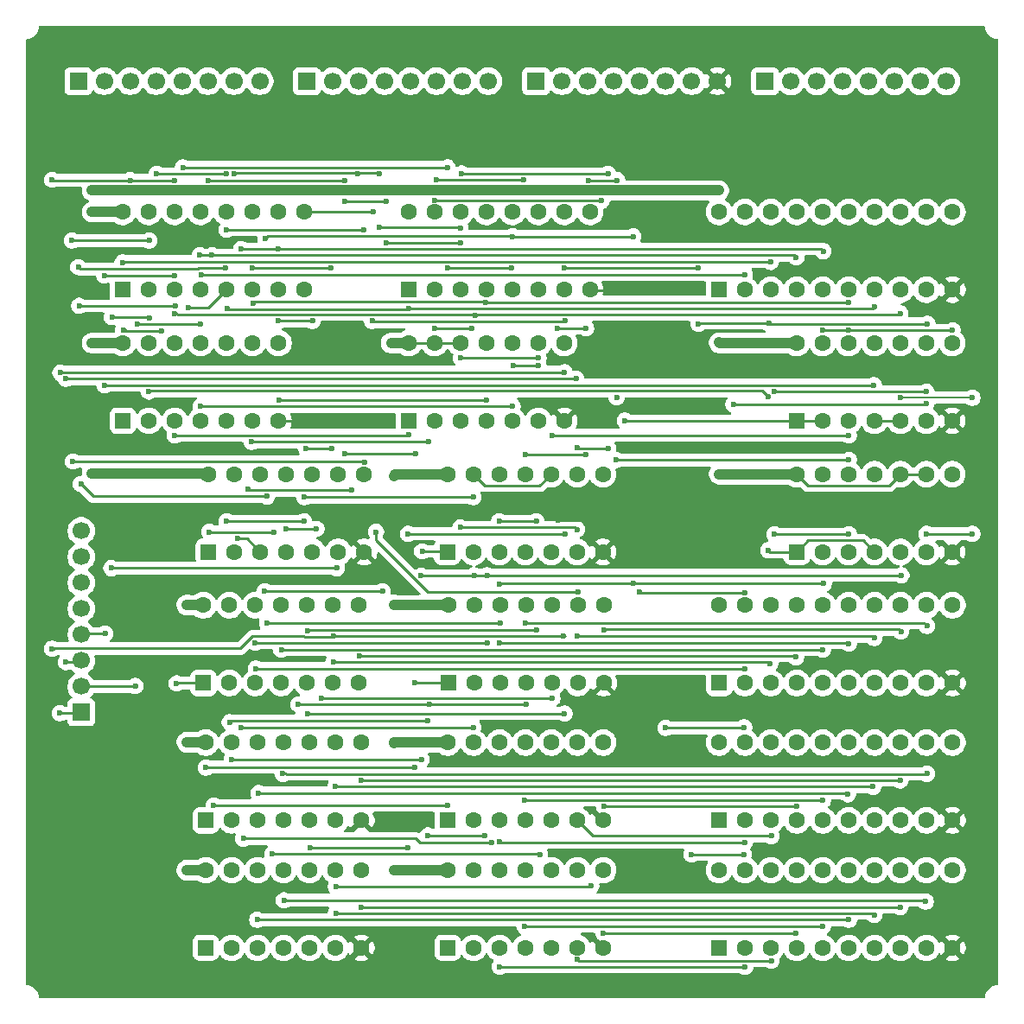
<source format=gbr>
%TF.GenerationSoftware,KiCad,Pcbnew,9.0.6+dfsg-1*%
%TF.CreationDate,2025-12-05T21:57:08+01:00*%
%TF.ProjectId,ALU Modules,414c5520-4d6f-4647-956c-65732e6b6963,1.0*%
%TF.SameCoordinates,Original*%
%TF.FileFunction,Copper,L1,Top*%
%TF.FilePolarity,Positive*%
%FSLAX46Y46*%
G04 Gerber Fmt 4.6, Leading zero omitted, Abs format (unit mm)*
G04 Created by KiCad (PCBNEW 9.0.6+dfsg-1) date 2025-12-05 21:57:08*
%MOMM*%
%LPD*%
G01*
G04 APERTURE LIST*
G04 Aperture macros list*
%AMRoundRect*
0 Rectangle with rounded corners*
0 $1 Rounding radius*
0 $2 $3 $4 $5 $6 $7 $8 $9 X,Y pos of 4 corners*
0 Add a 4 corners polygon primitive as box body*
4,1,4,$2,$3,$4,$5,$6,$7,$8,$9,$2,$3,0*
0 Add four circle primitives for the rounded corners*
1,1,$1+$1,$2,$3*
1,1,$1+$1,$4,$5*
1,1,$1+$1,$6,$7*
1,1,$1+$1,$8,$9*
0 Add four rect primitives between the rounded corners*
20,1,$1+$1,$2,$3,$4,$5,0*
20,1,$1+$1,$4,$5,$6,$7,0*
20,1,$1+$1,$6,$7,$8,$9,0*
20,1,$1+$1,$8,$9,$2,$3,0*%
G04 Aperture macros list end*
%TA.AperFunction,ComponentPad*%
%ADD10RoundRect,0.250000X0.550000X-0.550000X0.550000X0.550000X-0.550000X0.550000X-0.550000X-0.550000X0*%
%TD*%
%TA.AperFunction,ComponentPad*%
%ADD11C,1.600000*%
%TD*%
%TA.AperFunction,ComponentPad*%
%ADD12R,1.700000X1.700000*%
%TD*%
%TA.AperFunction,ComponentPad*%
%ADD13C,1.700000*%
%TD*%
%TA.AperFunction,ViaPad*%
%ADD14C,0.600000*%
%TD*%
%TA.AperFunction,Conductor*%
%ADD15C,0.254000*%
%TD*%
%TA.AperFunction,Conductor*%
%ADD16C,0.200000*%
%TD*%
%TA.AperFunction,Conductor*%
%ADD17C,1.016000*%
%TD*%
G04 APERTURE END LIST*
D10*
%TO.P,U17,1*%
%TO.N,X4*%
X70000000Y-142705000D03*
D11*
%TO.P,U17,2*%
%TO.N,Y4*%
X72540000Y-142705000D03*
%TO.P,U17,3*%
%TO.N,Net-(U18-A4)*%
X75080000Y-142705000D03*
%TO.P,U17,4*%
%TO.N,X5*%
X77620000Y-142705000D03*
%TO.P,U17,5*%
%TO.N,Y5*%
X80160000Y-142705000D03*
%TO.P,U17,6*%
%TO.N,Net-(U18-A5)*%
X82700000Y-142705000D03*
%TO.P,U17,7,GND*%
%TO.N,GND*%
X85240000Y-142705000D03*
%TO.P,U17,8*%
%TO.N,Net-(U18-A6)*%
X85240000Y-135085000D03*
%TO.P,U17,9*%
%TO.N,X6*%
X82700000Y-135085000D03*
%TO.P,U17,10*%
%TO.N,Y6*%
X80160000Y-135085000D03*
%TO.P,U17,11*%
%TO.N,Net-(U18-A7)*%
X77620000Y-135085000D03*
%TO.P,U17,12*%
%TO.N,X7*%
X75080000Y-135085000D03*
%TO.P,U17,13*%
%TO.N,Y7*%
X72540000Y-135085000D03*
%TO.P,U17,14,VCC*%
%TO.N,VCC*%
X70000000Y-135085000D03*
%TD*%
D10*
%TO.P,U3,1*%
%TO.N,Net-(U2-Pad3)*%
X89890000Y-91066000D03*
D11*
%TO.P,U3,2*%
%TO.N,Net-(U2-Pad6)*%
X92430000Y-91066000D03*
%TO.P,U3,3*%
%TO.N,Net-(U3-Pad3)*%
X94970000Y-91066000D03*
%TO.P,U3,4*%
%TO.N,Net-(U2-Pad8)*%
X97510000Y-91066000D03*
%TO.P,U3,5*%
%TO.N,Net-(U2-Pad11)*%
X100050000Y-91066000D03*
%TO.P,U3,6*%
%TO.N,Net-(U3-Pad10)*%
X102590000Y-91066000D03*
%TO.P,U3,7,GND*%
%TO.N,GND*%
X105130000Y-91066000D03*
%TO.P,U3,8*%
%TO.N,ZERO*%
X105130000Y-83446000D03*
%TO.P,U3,9*%
%TO.N,Net-(U3-Pad3)*%
X102590000Y-83446000D03*
%TO.P,U3,10*%
%TO.N,Net-(U3-Pad10)*%
X100050000Y-83446000D03*
%TO.P,U3,11*%
%TO.N,unconnected-(U3-Pad11)*%
X97510000Y-83446000D03*
%TO.P,U3,12*%
%TO.N,VCC*%
X94970000Y-83446000D03*
%TO.P,U3,13*%
X92430000Y-83446000D03*
%TO.P,U3,14,VCC*%
X89890000Y-83446000D03*
%TD*%
D10*
%TO.P,U16,1*%
%TO.N,X0*%
X93700000Y-142705000D03*
D11*
%TO.P,U16,2*%
%TO.N,Y0*%
X96240000Y-142705000D03*
%TO.P,U16,3*%
%TO.N,Net-(U18-A0)*%
X98780000Y-142705000D03*
%TO.P,U16,4*%
%TO.N,X1*%
X101320000Y-142705000D03*
%TO.P,U16,5*%
%TO.N,Y1*%
X103860000Y-142705000D03*
%TO.P,U16,6*%
%TO.N,Net-(U18-A1)*%
X106400000Y-142705000D03*
%TO.P,U16,7,GND*%
%TO.N,GND*%
X108940000Y-142705000D03*
%TO.P,U16,8*%
%TO.N,Net-(U18-A2)*%
X108940000Y-135085000D03*
%TO.P,U16,9*%
%TO.N,X2*%
X106400000Y-135085000D03*
%TO.P,U16,10*%
%TO.N,Y2*%
X103860000Y-135085000D03*
%TO.P,U16,11*%
%TO.N,Net-(U18-A3)*%
X101320000Y-135085000D03*
%TO.P,U16,12*%
%TO.N,X3*%
X98780000Y-135085000D03*
%TO.P,U16,13*%
%TO.N,Y3*%
X96240000Y-135085000D03*
%TO.P,U16,14,VCC*%
%TO.N,VCC*%
X93700000Y-135085000D03*
%TD*%
D10*
%TO.P,U14,1*%
%TO.N,X4*%
X70000000Y-130210000D03*
D11*
%TO.P,U14,2*%
%TO.N,Y4*%
X72540000Y-130210000D03*
%TO.P,U14,3*%
%TO.N,Net-(U15-A4)*%
X75080000Y-130210000D03*
%TO.P,U14,4*%
%TO.N,X5*%
X77620000Y-130210000D03*
%TO.P,U14,5*%
%TO.N,Y5*%
X80160000Y-130210000D03*
%TO.P,U14,6*%
%TO.N,Net-(U15-A5)*%
X82700000Y-130210000D03*
%TO.P,U14,7,GND*%
%TO.N,GND*%
X85240000Y-130210000D03*
%TO.P,U14,8*%
%TO.N,Net-(U15-A6)*%
X85240000Y-122590000D03*
%TO.P,U14,9*%
%TO.N,X6*%
X82700000Y-122590000D03*
%TO.P,U14,10*%
%TO.N,Y6*%
X80160000Y-122590000D03*
%TO.P,U14,11*%
%TO.N,Net-(U15-A7)*%
X77620000Y-122590000D03*
%TO.P,U14,12*%
%TO.N,X7*%
X75080000Y-122590000D03*
%TO.P,U14,13*%
%TO.N,Y7*%
X72540000Y-122590000D03*
%TO.P,U14,14,VCC*%
%TO.N,VCC*%
X70000000Y-122590000D03*
%TD*%
D10*
%TO.P,U7,1*%
%TO.N,Y4*%
X93660000Y-103912000D03*
D11*
%TO.P,U7,2*%
%TO.N,Net-(U5-C0)*%
X96200000Y-103912000D03*
%TO.P,U7,3*%
%TO.N,Net-(U9-B1)*%
X98740000Y-103912000D03*
%TO.P,U7,4*%
%TO.N,Y5*%
X101280000Y-103912000D03*
%TO.P,U7,5*%
%TO.N,Net-(U5-C0)*%
X103820000Y-103912000D03*
%TO.P,U7,6*%
%TO.N,Net-(U9-B2)*%
X106360000Y-103912000D03*
%TO.P,U7,7,GND*%
%TO.N,GND*%
X108900000Y-103912000D03*
%TO.P,U7,8*%
%TO.N,Net-(U9-B3)*%
X108900000Y-96292000D03*
%TO.P,U7,9*%
%TO.N,Y6*%
X106360000Y-96292000D03*
%TO.P,U7,10*%
%TO.N,Net-(U5-C0)*%
X103820000Y-96292000D03*
%TO.P,U7,11*%
%TO.N,Net-(U9-B4)*%
X101280000Y-96292000D03*
%TO.P,U7,12*%
%TO.N,Y7*%
X98740000Y-96292000D03*
%TO.P,U7,13*%
%TO.N,Net-(U5-C0)*%
X96200000Y-96292000D03*
%TO.P,U7,14,VCC*%
%TO.N,VCC*%
X93660000Y-96292000D03*
%TD*%
D10*
%TO.P,U11,1*%
%TO.N,X4*%
X93750000Y-116758000D03*
D11*
%TO.P,U11,2*%
%TO.N,Y4*%
X96290000Y-116758000D03*
%TO.P,U11,3*%
%TO.N,Net-(U12-A4)*%
X98830000Y-116758000D03*
%TO.P,U11,4*%
%TO.N,X5*%
X101370000Y-116758000D03*
%TO.P,U11,5*%
%TO.N,Y5*%
X103910000Y-116758000D03*
%TO.P,U11,6*%
%TO.N,Net-(U12-A5)*%
X106450000Y-116758000D03*
%TO.P,U11,7,GND*%
%TO.N,GND*%
X108990000Y-116758000D03*
%TO.P,U11,8*%
%TO.N,Net-(U12-A6)*%
X108990000Y-109138000D03*
%TO.P,U11,9*%
%TO.N,X6*%
X106450000Y-109138000D03*
%TO.P,U11,10*%
%TO.N,Y6*%
X103910000Y-109138000D03*
%TO.P,U11,11*%
%TO.N,Net-(U12-A7)*%
X101370000Y-109138000D03*
%TO.P,U11,12*%
%TO.N,X7*%
X98830000Y-109138000D03*
%TO.P,U11,13*%
%TO.N,Y7*%
X96290000Y-109138000D03*
%TO.P,U11,14,VCC*%
%TO.N,VCC*%
X93750000Y-109138000D03*
%TD*%
D10*
%TO.P,U13,1*%
%TO.N,X0*%
X93700000Y-130210000D03*
D11*
%TO.P,U13,2*%
%TO.N,Y0*%
X96240000Y-130210000D03*
%TO.P,U13,3*%
%TO.N,Net-(U15-A0)*%
X98780000Y-130210000D03*
%TO.P,U13,4*%
%TO.N,X1*%
X101320000Y-130210000D03*
%TO.P,U13,5*%
%TO.N,Y1*%
X103860000Y-130210000D03*
%TO.P,U13,6*%
%TO.N,Net-(U15-A1)*%
X106400000Y-130210000D03*
%TO.P,U13,7,GND*%
%TO.N,GND*%
X108940000Y-130210000D03*
%TO.P,U13,8*%
%TO.N,Net-(U15-A2)*%
X108940000Y-122590000D03*
%TO.P,U13,9*%
%TO.N,X2*%
X106400000Y-122590000D03*
%TO.P,U13,10*%
%TO.N,Y2*%
X103860000Y-122590000D03*
%TO.P,U13,11*%
%TO.N,Net-(U15-A3)*%
X101320000Y-122590000D03*
%TO.P,U13,12*%
%TO.N,X3*%
X98780000Y-122590000D03*
%TO.P,U13,13*%
%TO.N,Y3*%
X96240000Y-122590000D03*
%TO.P,U13,14,VCC*%
%TO.N,VCC*%
X93700000Y-122590000D03*
%TD*%
D10*
%TO.P,U10,1*%
%TO.N,X0*%
X69770000Y-116758000D03*
D11*
%TO.P,U10,2*%
%TO.N,Y0*%
X72310000Y-116758000D03*
%TO.P,U10,3*%
%TO.N,Net-(U12-A0)*%
X74850000Y-116758000D03*
%TO.P,U10,4*%
%TO.N,X1*%
X77390000Y-116758000D03*
%TO.P,U10,5*%
%TO.N,Y1*%
X79930000Y-116758000D03*
%TO.P,U10,6*%
%TO.N,Net-(U12-A1)*%
X82470000Y-116758000D03*
%TO.P,U10,7,GND*%
%TO.N,GND*%
X85010000Y-116758000D03*
%TO.P,U10,8*%
%TO.N,Net-(U12-A2)*%
X85010000Y-109138000D03*
%TO.P,U10,9*%
%TO.N,X2*%
X82470000Y-109138000D03*
%TO.P,U10,10*%
%TO.N,Y2*%
X79930000Y-109138000D03*
%TO.P,U10,11*%
%TO.N,Net-(U12-A3)*%
X77390000Y-109138000D03*
%TO.P,U10,12*%
%TO.N,X3*%
X74850000Y-109138000D03*
%TO.P,U10,13*%
%TO.N,Y3*%
X72310000Y-109138000D03*
%TO.P,U10,14,VCC*%
%TO.N,VCC*%
X69770000Y-109138000D03*
%TD*%
D10*
%TO.P,U1,1*%
%TO.N,~{SUB}*%
X127900000Y-91066000D03*
D11*
%TO.P,U1,2*%
X130440000Y-91066000D03*
%TO.P,U1,3*%
%TO.N,Net-(U5-C0)*%
X132980000Y-91066000D03*
%TO.P,U1,4*%
%TO.N,Net-(U1-Pad4)*%
X135520000Y-91066000D03*
%TO.P,U1,5*%
X138060000Y-91066000D03*
%TO.P,U1,6*%
%TO.N,Net-(U6-~{CE})*%
X140600000Y-91066000D03*
%TO.P,U1,7,GND*%
%TO.N,GND*%
X143140000Y-91066000D03*
%TO.P,U1,8*%
%TO.N,Net-(U1-Pad12)*%
X143140000Y-83446000D03*
%TO.P,U1,9*%
%TO.N,Net-(U1-Pad9)*%
X140600000Y-83446000D03*
%TO.P,U1,10*%
%TO.N,Net-(U1-Pad10)*%
X138060000Y-83446000D03*
%TO.P,U1,11*%
%TO.N,OVER*%
X135520000Y-83446000D03*
%TO.P,U1,12*%
%TO.N,Net-(U1-Pad12)*%
X132980000Y-83446000D03*
%TO.P,U1,13*%
X130440000Y-83446000D03*
%TO.P,U1,14,VCC*%
%TO.N,VCC*%
X127900000Y-83446000D03*
%TD*%
D10*
%TO.P,U8,1*%
%TO.N,SIGN*%
X127900000Y-103912000D03*
D11*
%TO.P,U8,2*%
%TO.N,X7*%
X130440000Y-103912000D03*
%TO.P,U8,3*%
%TO.N,Net-(U1-Pad9)*%
X132980000Y-103912000D03*
%TO.P,U8,4*%
%TO.N,SIGN*%
X135520000Y-103912000D03*
%TO.P,U8,5*%
%TO.N,Y7*%
X138060000Y-103912000D03*
%TO.P,U8,6*%
%TO.N,Net-(U1-Pad10)*%
X140600000Y-103912000D03*
%TO.P,U8,7,GND*%
%TO.N,GND*%
X143140000Y-103912000D03*
%TO.P,U8,8*%
%TO.N,unconnected-(U8-Pad8)*%
X143140000Y-96292000D03*
%TO.P,U8,9*%
%TO.N,VCC*%
X140600000Y-96292000D03*
%TO.P,U8,10*%
X138060000Y-96292000D03*
%TO.P,U8,11*%
%TO.N,Net-(U1-Pad4)*%
X135520000Y-96292000D03*
%TO.P,U8,12*%
%TO.N,~{ADD}*%
X132980000Y-96292000D03*
%TO.P,U8,13*%
%TO.N,~{SUB}*%
X130440000Y-96292000D03*
%TO.P,U8,14,VCC*%
%TO.N,VCC*%
X127900000Y-96292000D03*
%TD*%
D12*
%TO.P,J1,1,Pin_1*%
%TO.N,ZERO*%
X57800000Y-119630000D03*
D13*
%TO.P,J1,2,Pin_2*%
%TO.N,SIGN*%
X57800000Y-117090000D03*
%TO.P,J1,3,Pin_3*%
%TO.N,CARRY*%
X57800000Y-114550000D03*
%TO.P,J1,4,Pin_4*%
%TO.N,OVER*%
X57800000Y-112010000D03*
%TO.P,J1,5,Pin_5*%
%TO.N,unconnected-(J1-Pin_5-Pad5)*%
X57800000Y-109470000D03*
%TO.P,J1,6,Pin_6*%
%TO.N,unconnected-(J1-Pin_6-Pad6)*%
X57800000Y-106930000D03*
%TO.P,J1,7,Pin_7*%
%TO.N,unconnected-(J1-Pin_7-Pad7)*%
X57800000Y-104390000D03*
%TO.P,J1,8,Pin_8*%
%TO.N,unconnected-(J1-Pin_8-Pad8)*%
X57800000Y-101850000D03*
%TD*%
D12*
%TO.P,J3,1,Pin_1*%
%TO.N,Y0*%
X79910000Y-57785000D03*
D13*
%TO.P,J3,2,Pin_2*%
%TO.N,Y1*%
X82450000Y-57785000D03*
%TO.P,J3,3,Pin_3*%
%TO.N,Y2*%
X84990000Y-57785000D03*
%TO.P,J3,4,Pin_4*%
%TO.N,Y3*%
X87530000Y-57785000D03*
%TO.P,J3,5,Pin_5*%
%TO.N,Y4*%
X90070000Y-57785000D03*
%TO.P,J3,6,Pin_6*%
%TO.N,Y5*%
X92610000Y-57785000D03*
%TO.P,J3,7,Pin_7*%
%TO.N,Y6*%
X95150000Y-57785000D03*
%TO.P,J3,8,Pin_8*%
%TO.N,Y7*%
X97690000Y-57785000D03*
%TD*%
D10*
%TO.P,U12,1,~{DIR}*%
%TO.N,VCC*%
X120290000Y-116758000D03*
D11*
%TO.P,U12,2,A0*%
%TO.N,Net-(U12-A0)*%
X122830000Y-116758000D03*
%TO.P,U12,3,A1*%
%TO.N,Net-(U12-A1)*%
X125370000Y-116758000D03*
%TO.P,U12,4,A2*%
%TO.N,Net-(U12-A2)*%
X127910000Y-116758000D03*
%TO.P,U12,5,A3*%
%TO.N,Net-(U12-A3)*%
X130450000Y-116758000D03*
%TO.P,U12,6,A4*%
%TO.N,Net-(U12-A4)*%
X132990000Y-116758000D03*
%TO.P,U12,7,A5*%
%TO.N,Net-(U12-A5)*%
X135530000Y-116758000D03*
%TO.P,U12,8,A6*%
%TO.N,Net-(U12-A6)*%
X138070000Y-116758000D03*
%TO.P,U12,9,A7*%
%TO.N,Net-(U12-A7)*%
X140610000Y-116758000D03*
%TO.P,U12,10,GND*%
%TO.N,GND*%
X143150000Y-116758000D03*
%TO.P,U12,11,B7*%
%TO.N,O7*%
X143150000Y-109138000D03*
%TO.P,U12,12,B6*%
%TO.N,O6*%
X140610000Y-109138000D03*
%TO.P,U12,13,B5*%
%TO.N,O5*%
X138070000Y-109138000D03*
%TO.P,U12,14,B4*%
%TO.N,O4*%
X135530000Y-109138000D03*
%TO.P,U12,15,B3*%
%TO.N,O3*%
X132990000Y-109138000D03*
%TO.P,U12,16,B2*%
%TO.N,O2*%
X130450000Y-109138000D03*
%TO.P,U12,17,B1*%
%TO.N,O1*%
X127910000Y-109138000D03*
%TO.P,U12,18,B0*%
%TO.N,O0*%
X125370000Y-109138000D03*
%TO.P,U12,19,~{CE}*%
%TO.N,~{AND}*%
X122830000Y-109138000D03*
%TO.P,U12,20,VCC*%
%TO.N,VCC*%
X120290000Y-109138000D03*
%TD*%
D10*
%TO.P,U2,1*%
%TO.N,/Add-Sub Module/S0*%
X61880000Y-91066000D03*
D11*
%TO.P,U2,2*%
%TO.N,/Add-Sub Module/S1*%
X64420000Y-91066000D03*
%TO.P,U2,3*%
%TO.N,Net-(U2-Pad3)*%
X66960000Y-91066000D03*
%TO.P,U2,4*%
%TO.N,/Add-Sub Module/S2*%
X69500000Y-91066000D03*
%TO.P,U2,5*%
%TO.N,/Add-Sub Module/S3*%
X72040000Y-91066000D03*
%TO.P,U2,6*%
%TO.N,Net-(U2-Pad6)*%
X74580000Y-91066000D03*
%TO.P,U2,7,GND*%
%TO.N,GND*%
X77120000Y-91066000D03*
%TO.P,U2,8*%
%TO.N,Net-(U2-Pad8)*%
X77120000Y-83446000D03*
%TO.P,U2,9*%
%TO.N,/Add-Sub Module/S4*%
X74580000Y-83446000D03*
%TO.P,U2,10*%
%TO.N,/Add-Sub Module/S5*%
X72040000Y-83446000D03*
%TO.P,U2,11*%
%TO.N,Net-(U2-Pad11)*%
X69500000Y-83446000D03*
%TO.P,U2,12*%
%TO.N,/Add-Sub Module/S6*%
X66960000Y-83446000D03*
%TO.P,U2,13*%
%TO.N,SIGN*%
X64420000Y-83446000D03*
%TO.P,U2,14,VCC*%
%TO.N,VCC*%
X61880000Y-83446000D03*
%TD*%
D12*
%TO.P,J2,1,Pin_1*%
%TO.N,X0*%
X57510000Y-57785000D03*
D13*
%TO.P,J2,2,Pin_2*%
%TO.N,X1*%
X60050000Y-57785000D03*
%TO.P,J2,3,Pin_3*%
%TO.N,X2*%
X62590000Y-57785000D03*
%TO.P,J2,4,Pin_4*%
%TO.N,X3*%
X65130000Y-57785000D03*
%TO.P,J2,5,Pin_5*%
%TO.N,X4*%
X67670000Y-57785000D03*
%TO.P,J2,6,Pin_6*%
%TO.N,X5*%
X70210000Y-57785000D03*
%TO.P,J2,7,Pin_7*%
%TO.N,X6*%
X72750000Y-57785000D03*
%TO.P,J2,8,Pin_8*%
%TO.N,X7*%
X75290000Y-57785000D03*
%TD*%
D12*
%TO.P,J5,1,Pin_1*%
%TO.N,VCC*%
X102360000Y-57785000D03*
D13*
%TO.P,J5,2,Pin_2*%
%TO.N,CLK*%
X104900000Y-57785000D03*
%TO.P,J5,3,Pin_3*%
%TO.N,~{ADD}*%
X107440000Y-57785000D03*
%TO.P,J5,4,Pin_4*%
%TO.N,~{SUB}*%
X109980000Y-57785000D03*
%TO.P,J5,5,Pin_5*%
%TO.N,~{AND}*%
X112520000Y-57785000D03*
%TO.P,J5,6,Pin_6*%
%TO.N,~{OR}*%
X115060000Y-57785000D03*
%TO.P,J5,7,Pin_7*%
%TO.N,~{XOR}*%
X117600000Y-57785000D03*
%TO.P,J5,8,Pin_8*%
%TO.N,GND*%
X120140000Y-57785000D03*
%TD*%
D10*
%TO.P,U9,1,S2*%
%TO.N,/Add-Sub Module/S5*%
X89880000Y-78220000D03*
D11*
%TO.P,U9,2,B2*%
%TO.N,Net-(U9-B2)*%
X92420000Y-78220000D03*
%TO.P,U9,3,A2*%
%TO.N,X5*%
X94960000Y-78220000D03*
%TO.P,U9,4,S1*%
%TO.N,/Add-Sub Module/S4*%
X97500000Y-78220000D03*
%TO.P,U9,5,A1*%
%TO.N,X4*%
X100040000Y-78220000D03*
%TO.P,U9,6,B1*%
%TO.N,Net-(U9-B1)*%
X102580000Y-78220000D03*
%TO.P,U9,7,C0*%
%TO.N,Net-(U5-C4)*%
X105120000Y-78220000D03*
%TO.P,U9,8,GND*%
%TO.N,GND*%
X107660000Y-78220000D03*
%TO.P,U9,9,C4*%
%TO.N,CARRY*%
X107660000Y-70600000D03*
%TO.P,U9,10,S4*%
%TO.N,SIGN*%
X105120000Y-70600000D03*
%TO.P,U9,11,B4*%
%TO.N,Net-(U9-B4)*%
X102580000Y-70600000D03*
%TO.P,U9,12,A4*%
%TO.N,X7*%
X100040000Y-70600000D03*
%TO.P,U9,13,S3*%
%TO.N,/Add-Sub Module/S6*%
X97500000Y-70600000D03*
%TO.P,U9,14,A3*%
%TO.N,X6*%
X94960000Y-70600000D03*
%TO.P,U9,15,B3*%
%TO.N,Net-(U9-B3)*%
X92420000Y-70600000D03*
%TO.P,U9,16,VCC*%
%TO.N,VCC*%
X89880000Y-70600000D03*
%TD*%
D10*
%TO.P,U18,1,~{DIR}*%
%TO.N,VCC*%
X120290000Y-142705000D03*
D11*
%TO.P,U18,2,A0*%
%TO.N,Net-(U18-A0)*%
X122830000Y-142705000D03*
%TO.P,U18,3,A1*%
%TO.N,Net-(U18-A1)*%
X125370000Y-142705000D03*
%TO.P,U18,4,A2*%
%TO.N,Net-(U18-A2)*%
X127910000Y-142705000D03*
%TO.P,U18,5,A3*%
%TO.N,Net-(U18-A3)*%
X130450000Y-142705000D03*
%TO.P,U18,6,A4*%
%TO.N,Net-(U18-A4)*%
X132990000Y-142705000D03*
%TO.P,U18,7,A5*%
%TO.N,Net-(U18-A5)*%
X135530000Y-142705000D03*
%TO.P,U18,8,A6*%
%TO.N,Net-(U18-A6)*%
X138070000Y-142705000D03*
%TO.P,U18,9,A7*%
%TO.N,Net-(U18-A7)*%
X140610000Y-142705000D03*
%TO.P,U18,10,GND*%
%TO.N,GND*%
X143150000Y-142705000D03*
%TO.P,U18,11,B7*%
%TO.N,O7*%
X143150000Y-135085000D03*
%TO.P,U18,12,B6*%
%TO.N,O6*%
X140610000Y-135085000D03*
%TO.P,U18,13,B5*%
%TO.N,O5*%
X138070000Y-135085000D03*
%TO.P,U18,14,B4*%
%TO.N,O4*%
X135530000Y-135085000D03*
%TO.P,U18,15,B3*%
%TO.N,O3*%
X132990000Y-135085000D03*
%TO.P,U18,16,B2*%
%TO.N,O2*%
X130450000Y-135085000D03*
%TO.P,U18,17,B1*%
%TO.N,O1*%
X127910000Y-135085000D03*
%TO.P,U18,18,B0*%
%TO.N,O0*%
X125370000Y-135085000D03*
%TO.P,U18,19,~{CE}*%
%TO.N,~{XOR}*%
X122830000Y-135085000D03*
%TO.P,U18,20,VCC*%
%TO.N,VCC*%
X120290000Y-135085000D03*
%TD*%
D10*
%TO.P,U15,1,~{DIR}*%
%TO.N,VCC*%
X120290000Y-130210000D03*
D11*
%TO.P,U15,2,A0*%
%TO.N,Net-(U15-A0)*%
X122830000Y-130210000D03*
%TO.P,U15,3,A1*%
%TO.N,Net-(U15-A1)*%
X125370000Y-130210000D03*
%TO.P,U15,4,A2*%
%TO.N,Net-(U15-A2)*%
X127910000Y-130210000D03*
%TO.P,U15,5,A3*%
%TO.N,Net-(U15-A3)*%
X130450000Y-130210000D03*
%TO.P,U15,6,A4*%
%TO.N,Net-(U15-A4)*%
X132990000Y-130210000D03*
%TO.P,U15,7,A5*%
%TO.N,Net-(U15-A5)*%
X135530000Y-130210000D03*
%TO.P,U15,8,A6*%
%TO.N,Net-(U15-A6)*%
X138070000Y-130210000D03*
%TO.P,U15,9,A7*%
%TO.N,Net-(U15-A7)*%
X140610000Y-130210000D03*
%TO.P,U15,10,GND*%
%TO.N,GND*%
X143150000Y-130210000D03*
%TO.P,U15,11,B7*%
%TO.N,O7*%
X143150000Y-122590000D03*
%TO.P,U15,12,B6*%
%TO.N,O6*%
X140610000Y-122590000D03*
%TO.P,U15,13,B5*%
%TO.N,O5*%
X138070000Y-122590000D03*
%TO.P,U15,14,B4*%
%TO.N,O4*%
X135530000Y-122590000D03*
%TO.P,U15,15,B3*%
%TO.N,O3*%
X132990000Y-122590000D03*
%TO.P,U15,16,B2*%
%TO.N,O2*%
X130450000Y-122590000D03*
%TO.P,U15,17,B1*%
%TO.N,O1*%
X127910000Y-122590000D03*
%TO.P,U15,18,B0*%
%TO.N,O0*%
X125370000Y-122590000D03*
%TO.P,U15,19,~{CE}*%
%TO.N,~{OR}*%
X122830000Y-122590000D03*
%TO.P,U15,20,VCC*%
%TO.N,VCC*%
X120290000Y-122590000D03*
%TD*%
D10*
%TO.P,U4,1*%
%TO.N,Y0*%
X70280000Y-103912000D03*
D11*
%TO.P,U4,2*%
%TO.N,Net-(U5-C0)*%
X72820000Y-103912000D03*
%TO.P,U4,3*%
%TO.N,Net-(U5-B1)*%
X75360000Y-103912000D03*
%TO.P,U4,4*%
%TO.N,Y1*%
X77900000Y-103912000D03*
%TO.P,U4,5*%
%TO.N,Net-(U5-C0)*%
X80440000Y-103912000D03*
%TO.P,U4,6*%
%TO.N,Net-(U5-B2)*%
X82980000Y-103912000D03*
%TO.P,U4,7,GND*%
%TO.N,GND*%
X85520000Y-103912000D03*
%TO.P,U4,8*%
%TO.N,Net-(U5-B3)*%
X85520000Y-96292000D03*
%TO.P,U4,9*%
%TO.N,Y2*%
X82980000Y-96292000D03*
%TO.P,U4,10*%
%TO.N,Net-(U5-C0)*%
X80440000Y-96292000D03*
%TO.P,U4,11*%
%TO.N,Net-(U5-B4)*%
X77900000Y-96292000D03*
%TO.P,U4,12*%
%TO.N,Y3*%
X75360000Y-96292000D03*
%TO.P,U4,13*%
%TO.N,Net-(U5-C0)*%
X72820000Y-96292000D03*
%TO.P,U4,14,VCC*%
%TO.N,VCC*%
X70280000Y-96292000D03*
%TD*%
D10*
%TO.P,U6,1,~{DIR}*%
%TO.N,VCC*%
X120290000Y-78220000D03*
D11*
%TO.P,U6,2,A0*%
%TO.N,/Add-Sub Module/S0*%
X122830000Y-78220000D03*
%TO.P,U6,3,A1*%
%TO.N,/Add-Sub Module/S1*%
X125370000Y-78220000D03*
%TO.P,U6,4,A2*%
%TO.N,/Add-Sub Module/S2*%
X127910000Y-78220000D03*
%TO.P,U6,5,A3*%
%TO.N,/Add-Sub Module/S3*%
X130450000Y-78220000D03*
%TO.P,U6,6,A4*%
%TO.N,/Add-Sub Module/S4*%
X132990000Y-78220000D03*
%TO.P,U6,7,A5*%
%TO.N,/Add-Sub Module/S5*%
X135530000Y-78220000D03*
%TO.P,U6,8,A6*%
%TO.N,/Add-Sub Module/S6*%
X138070000Y-78220000D03*
%TO.P,U6,9,A7*%
%TO.N,SIGN*%
X140610000Y-78220000D03*
%TO.P,U6,10,GND*%
%TO.N,GND*%
X143150000Y-78220000D03*
%TO.P,U6,11,B7*%
%TO.N,O7*%
X143150000Y-70600000D03*
%TO.P,U6,12,B6*%
%TO.N,O6*%
X140610000Y-70600000D03*
%TO.P,U6,13,B5*%
%TO.N,O5*%
X138070000Y-70600000D03*
%TO.P,U6,14,B4*%
%TO.N,O4*%
X135530000Y-70600000D03*
%TO.P,U6,15,B3*%
%TO.N,O3*%
X132990000Y-70600000D03*
%TO.P,U6,16,B2*%
%TO.N,O2*%
X130450000Y-70600000D03*
%TO.P,U6,17,B1*%
%TO.N,O1*%
X127910000Y-70600000D03*
%TO.P,U6,18,B0*%
%TO.N,O0*%
X125370000Y-70600000D03*
%TO.P,U6,19,~{CE}*%
%TO.N,Net-(U6-~{CE})*%
X122830000Y-70600000D03*
%TO.P,U6,20,VCC*%
%TO.N,VCC*%
X120290000Y-70600000D03*
%TD*%
D12*
%TO.P,J4,1,Pin_1*%
%TO.N,O0*%
X124800000Y-57800000D03*
D13*
%TO.P,J4,2,Pin_2*%
%TO.N,O1*%
X127340000Y-57800000D03*
%TO.P,J4,3,Pin_3*%
%TO.N,O2*%
X129880000Y-57800000D03*
%TO.P,J4,4,Pin_4*%
%TO.N,O3*%
X132420000Y-57800000D03*
%TO.P,J4,5,Pin_5*%
%TO.N,O4*%
X134960000Y-57800000D03*
%TO.P,J4,6,Pin_6*%
%TO.N,O5*%
X137500000Y-57800000D03*
%TO.P,J4,7,Pin_7*%
%TO.N,O6*%
X140040000Y-57800000D03*
%TO.P,J4,8,Pin_8*%
%TO.N,O7*%
X142580000Y-57800000D03*
%TD*%
D10*
%TO.P,U5,1,S2*%
%TO.N,/Add-Sub Module/S1*%
X61870000Y-78220000D03*
D11*
%TO.P,U5,2,B2*%
%TO.N,Net-(U5-B2)*%
X64410000Y-78220000D03*
%TO.P,U5,3,A2*%
%TO.N,X1*%
X66950000Y-78220000D03*
%TO.P,U5,4,S1*%
%TO.N,/Add-Sub Module/S0*%
X69490000Y-78220000D03*
%TO.P,U5,5,A1*%
%TO.N,X0*%
X72030000Y-78220000D03*
%TO.P,U5,6,B1*%
%TO.N,Net-(U5-B1)*%
X74570000Y-78220000D03*
%TO.P,U5,7,C0*%
%TO.N,Net-(U5-C0)*%
X77110000Y-78220000D03*
%TO.P,U5,8,GND*%
%TO.N,GND*%
X79650000Y-78220000D03*
%TO.P,U5,9,C4*%
%TO.N,Net-(U5-C4)*%
X79650000Y-70600000D03*
%TO.P,U5,10,S4*%
%TO.N,/Add-Sub Module/S3*%
X77110000Y-70600000D03*
%TO.P,U5,11,B4*%
%TO.N,Net-(U5-B4)*%
X74570000Y-70600000D03*
%TO.P,U5,12,A4*%
%TO.N,X3*%
X72030000Y-70600000D03*
%TO.P,U5,13,S3*%
%TO.N,/Add-Sub Module/S2*%
X69490000Y-70600000D03*
%TO.P,U5,14,A3*%
%TO.N,X2*%
X66950000Y-70600000D03*
%TO.P,U5,15,B3*%
%TO.N,Net-(U5-B3)*%
X64410000Y-70600000D03*
%TO.P,U5,16,VCC*%
%TO.N,VCC*%
X61870000Y-70600000D03*
%TD*%
D14*
%TO.N,Net-(U1-Pad12)*%
X130450000Y-82200000D03*
X143150000Y-82200000D03*
X133000000Y-82200000D03*
%TO.N,Net-(U6-~{CE})*%
X121700000Y-89450000D03*
X140600000Y-89400000D03*
%TO.N,Net-(U1-Pad10)*%
X140600000Y-102150000D03*
X145100000Y-102150000D03*
X145100000Y-88800000D03*
X138050000Y-88823000D03*
%TO.N,Net-(U1-Pad9)*%
X125700000Y-102200000D03*
X140600000Y-88199000D03*
X133000000Y-102157000D03*
X125700000Y-88196000D03*
%TO.N,Net-(U5-C0)*%
X80450000Y-81277000D03*
X103900000Y-92500000D03*
X72020001Y-100900000D03*
X79640001Y-100900000D03*
X96200000Y-98550000D03*
X77100000Y-81277000D03*
X133000000Y-92500000D03*
X79640001Y-98550000D03*
%TO.N,/Add-Sub Module/S2*%
X69400000Y-74845000D03*
X70600000Y-74845000D03*
X127850000Y-75050000D03*
%TO.N,/Add-Sub Module/S5*%
X135550000Y-79900000D03*
X72100000Y-80023000D03*
X89878000Y-80023000D03*
%TO.N,Net-(U2-Pad8)*%
X77150000Y-89000000D03*
X97500000Y-89000000D03*
%TO.N,/Add-Sub Module/S1*%
X65650000Y-82227000D03*
X61901736Y-82146180D03*
X125350000Y-75500000D03*
X61850000Y-75550000D03*
%TO.N,Net-(U2-Pad11)*%
X69500000Y-89650000D03*
X100050000Y-89600000D03*
%TO.N,/Add-Sub Module/S4*%
X97400000Y-79450000D03*
X74604501Y-79519544D03*
X133000000Y-79450000D03*
%TO.N,Net-(U2-Pad3)*%
X66950000Y-92500000D03*
X89850000Y-92450000D03*
%TO.N,/Add-Sub Module/S0*%
X63300000Y-81550000D03*
X69500000Y-81600000D03*
X122800000Y-76750000D03*
X69550000Y-76750000D03*
%TO.N,Net-(U2-Pad6)*%
X74500000Y-93127000D03*
X91850000Y-93100000D03*
%TO.N,/Add-Sub Module/S6*%
X96400000Y-80705000D03*
X138050000Y-80550000D03*
X66950000Y-80600000D03*
%TO.N,/Add-Sub Module/S3*%
X77100000Y-74218000D03*
X130500000Y-74450000D03*
X73450000Y-74218000D03*
%TO.N,Net-(U3-Pad3)*%
X95000000Y-84900000D03*
X102601867Y-84887999D03*
%TO.N,Net-(U3-Pad10)*%
X102600000Y-85688000D03*
X100100000Y-85688000D03*
%TO.N,Net-(U5-B1)*%
X73100000Y-102577000D03*
%TO.N,Net-(U5-B4)*%
X79813000Y-93754000D03*
X74550000Y-76099000D03*
X82300000Y-76100000D03*
X82350000Y-93754000D03*
%TO.N,Net-(U5-B3)*%
X56973000Y-95050000D03*
X85550000Y-95100000D03*
X56883000Y-73400000D03*
X64450000Y-73400000D03*
%TO.N,Net-(U5-B2)*%
X64500000Y-80973000D03*
X60800000Y-80900000D03*
X82850000Y-105500000D03*
X60750000Y-105500000D03*
%TO.N,Net-(U5-C4)*%
X105200000Y-81277000D03*
X86300000Y-81277000D03*
X86373000Y-70550000D03*
%TO.N,Net-(U9-B4)*%
X107250000Y-82000000D03*
X104450000Y-81977000D03*
X101350000Y-94350000D03*
X107250000Y-94377000D03*
%TO.N,Net-(U9-B2)*%
X94950000Y-101523000D03*
X96100000Y-81977000D03*
X92450000Y-81977000D03*
X106350000Y-101700000D03*
%TO.N,Net-(U9-B3)*%
X108773000Y-69508000D03*
X92450000Y-69508000D03*
%TO.N,Net-(U9-B1)*%
X98750000Y-100895000D03*
X102400000Y-100895000D03*
%TO.N,Net-(U12-A2)*%
X127825000Y-114225000D03*
X85050000Y-114095000D03*
%TO.N,Net-(U12-A3)*%
X130450000Y-113500000D03*
X77400000Y-113500000D03*
%TO.N,Net-(U12-A0)*%
X122850000Y-115350000D03*
X74900000Y-115350000D03*
%TO.N,Net-(U12-A1)*%
X125300000Y-114850000D03*
X82500000Y-114723000D03*
%TO.N,Net-(U12-A6)*%
X138100000Y-111700000D03*
X109000000Y-111546000D03*
%TO.N,Net-(U12-A5)*%
X106400000Y-112173000D03*
X135500000Y-112350000D03*
%TO.N,Net-(U12-A7)*%
X140650000Y-111150000D03*
X101350000Y-110850000D03*
%TO.N,Net-(U12-A4)*%
X133000000Y-112900000D03*
X98800000Y-112840000D03*
%TO.N,Net-(U15-A0)*%
X122800000Y-132377000D03*
X98800000Y-132300000D03*
%TO.N,Net-(U15-A3)*%
X130450000Y-128250000D03*
X101200000Y-128250000D03*
%TO.N,Net-(U15-A2)*%
X127900000Y-128850000D03*
X109050000Y-128850000D03*
%TO.N,Net-(U15-A1)*%
X125400000Y-131750000D03*
%TO.N,Net-(U15-A6)*%
X85250000Y-126296000D03*
X138050000Y-126300000D03*
%TO.N,Net-(U15-A5)*%
X135373000Y-126923000D03*
X82700000Y-126923000D03*
%TO.N,Net-(U15-A7)*%
X77550000Y-125650000D03*
X140650000Y-125650000D03*
%TO.N,Net-(U15-A4)*%
X75150000Y-127550000D03*
X132900000Y-127650000D03*
%TO.N,Net-(U18-A3)*%
X130450000Y-140600000D03*
X101250000Y-140600000D03*
%TO.N,Net-(U18-A2)*%
X108950000Y-141250000D03*
X127850000Y-141250000D03*
%TO.N,Net-(U18-A1)*%
X125400000Y-143950000D03*
X106350000Y-143850000D03*
%TO.N,Net-(U18-A0)*%
X98800000Y-144550000D03*
X122850000Y-144577000D03*
%TO.N,Net-(U18-A4)*%
X133000000Y-139950000D03*
X75050000Y-139950000D03*
%TO.N,Net-(U18-A6)*%
X85250000Y-138695000D03*
X138050000Y-138700000D03*
%TO.N,Net-(U18-A5)*%
X135500000Y-139500000D03*
X82750000Y-139323000D03*
%TO.N,Net-(U18-A7)*%
X77650000Y-138050000D03*
X140525000Y-138175000D03*
%TO.N,ZERO*%
X55700000Y-119700000D03*
X55750000Y-86350000D03*
X105150000Y-86315000D03*
%TO.N,CARRY*%
X106300000Y-86942000D03*
X56300000Y-114700000D03*
X56300000Y-86950000D03*
%TO.N,SIGN*%
X125100000Y-103750000D03*
X125150000Y-81500000D03*
X63100000Y-117050000D03*
X105100000Y-76100000D03*
X64420000Y-88196000D03*
X118250000Y-81550000D03*
X125073000Y-88700000D03*
X140700000Y-81573000D03*
X118227000Y-76100000D03*
%TO.N,OVER*%
X60150000Y-111900000D03*
X60100000Y-87600000D03*
X135450000Y-87569000D03*
%TO.N,X0*%
X67142000Y-116800000D03*
X93700000Y-128750000D03*
X70785000Y-128750000D03*
X68300000Y-80000000D03*
X71950000Y-76123000D03*
X57500000Y-76000000D03*
%TO.N,X1*%
X76500000Y-133500000D03*
X76000000Y-98477000D03*
X57600000Y-79800000D03*
X66950000Y-76827000D03*
X57750000Y-97250000D03*
X60050000Y-76827000D03*
X67055731Y-79807015D03*
X102732000Y-133550000D03*
%TO.N,X6*%
X94950000Y-72150000D03*
X84927000Y-66849000D03*
X72799862Y-66865000D03*
X107750000Y-136650000D03*
X87000000Y-72100000D03*
X106450000Y-107800000D03*
X82750000Y-136700000D03*
X86673000Y-101950000D03*
X87000000Y-66865000D03*
%TO.N,X7*%
X98850000Y-110850000D03*
X111893000Y-107000000D03*
X100050000Y-73000000D03*
X130550000Y-107000000D03*
X98800000Y-107050000D03*
X111893000Y-73000000D03*
X75850000Y-73200000D03*
X76000000Y-110900000D03*
%TO.N,X3*%
X75750000Y-107750000D03*
X87300000Y-107750000D03*
X65200000Y-66865000D03*
X72000000Y-66850000D03*
X74850000Y-112800000D03*
X97550000Y-112800000D03*
X72050000Y-72350000D03*
X85500000Y-72336000D03*
%TO.N,X2*%
X66950000Y-67492000D03*
X82500000Y-112173000D03*
X105050000Y-112173000D03*
X54950000Y-67450000D03*
X62600000Y-67492000D03*
X54950000Y-113400000D03*
%TO.N,X4*%
X67750000Y-66238000D03*
X93700000Y-66250000D03*
X70000000Y-125050000D03*
X90450000Y-125000000D03*
X93700000Y-76099000D03*
X99950000Y-76100000D03*
X90496000Y-116750000D03*
%TO.N,X5*%
X87700000Y-73591000D03*
X101400000Y-118877000D03*
X70200000Y-67492000D03*
X83607000Y-94300000D03*
X87700000Y-69600000D03*
X94950000Y-73591000D03*
X83607000Y-67492000D03*
X90573000Y-94250000D03*
X91879656Y-118877000D03*
X79050000Y-118850000D03*
X83607000Y-69600000D03*
%TO.N,Y5*%
X81300000Y-118250000D03*
X103950000Y-118250000D03*
X92600000Y-67450000D03*
X101150000Y-67477000D03*
%TO.N,Y0*%
X70350000Y-101950000D03*
X76700000Y-101950000D03*
X97368000Y-131700000D03*
X91750000Y-131700000D03*
X72350000Y-120600000D03*
X91750000Y-120450000D03*
%TO.N,Y4*%
X91200000Y-103850000D03*
X73668000Y-132000000D03*
X98007015Y-132405731D03*
%TO.N,Y2*%
X102400000Y-111546000D03*
X79950000Y-111650000D03*
%TO.N,Y7*%
X138150000Y-106200000D03*
X96300000Y-106200000D03*
X91100000Y-106250000D03*
X91123000Y-124250000D03*
X72550000Y-124250000D03*
X97550000Y-106200000D03*
%TO.N,Y6*%
X105232000Y-102150000D03*
X109400000Y-93750000D03*
X80200000Y-132873000D03*
X106400000Y-93700000D03*
X89800000Y-132873000D03*
X109400000Y-66865000D03*
X95050000Y-66850000D03*
X89800000Y-102150000D03*
%TO.N,Y3*%
X96200000Y-121100000D03*
X73450000Y-121100000D03*
X84300000Y-97850000D03*
X74150000Y-97800000D03*
%TO.N,Y1*%
X105150000Y-119750000D03*
X80850000Y-101650000D03*
X77900000Y-101650000D03*
X80000000Y-119750000D03*
%TO.N,GND*%
X113800000Y-78250000D03*
X104500000Y-100800000D03*
X108955121Y-100840472D03*
X79350000Y-91050000D03*
X77150000Y-94050000D03*
%TO.N,VCC*%
X88400000Y-96450000D03*
X58850000Y-68500000D03*
X120150000Y-68500000D03*
X88400000Y-135100000D03*
X68150000Y-96200000D03*
X88400000Y-109100000D03*
X68150000Y-122550000D03*
X102350000Y-68500000D03*
X90000000Y-68500000D03*
X120290000Y-83400000D03*
X58850000Y-70600000D03*
X88150000Y-83450000D03*
X58850000Y-83450000D03*
X58850000Y-96200000D03*
X68150000Y-109100000D03*
X88400000Y-122650000D03*
X120290000Y-96300000D03*
X68150000Y-135100000D03*
%TO.N,~{XOR}*%
X122700000Y-133550000D03*
X117600000Y-133550000D03*
%TO.N,~{ADD}*%
X133000000Y-94900000D03*
X110300000Y-67492000D03*
X110200000Y-94900000D03*
X107450000Y-67492000D03*
X110250000Y-88750000D03*
%TO.N,~{OR}*%
X122750000Y-121100000D03*
X115050000Y-121150000D03*
%TO.N,~{AND}*%
X122850000Y-107950000D03*
X112500000Y-107850000D03*
%TO.N,~{SUB}*%
X111050000Y-91050000D03*
%TD*%
D15*
%TO.N,Net-(U1-Pad12)*%
X130450000Y-82200000D02*
X133000000Y-82200000D01*
X133000000Y-82200000D02*
X143150000Y-82200000D01*
%TO.N,Net-(U6-~{CE})*%
X140400000Y-89400000D02*
X140600000Y-89400000D01*
X121700000Y-89450000D02*
X140350000Y-89450000D01*
X140350000Y-89450000D02*
X140400000Y-89400000D01*
D16*
%TO.N,Net-(U1-Pad10)*%
X138074000Y-88799000D02*
X145099000Y-88799000D01*
X138050000Y-88823000D02*
X138074000Y-88799000D01*
D15*
X145100000Y-102150000D02*
X140600000Y-102150000D01*
%TO.N,Net-(U1-Pad9)*%
X140597000Y-88196000D02*
X140600000Y-88199000D01*
X133000000Y-102157000D02*
X125743000Y-102157000D01*
X125743000Y-102157000D02*
X125700000Y-102200000D01*
X125700000Y-88196000D02*
X140597000Y-88196000D01*
%TO.N,Net-(U5-C0)*%
X79640001Y-98550000D02*
X96200000Y-98550000D01*
X96200000Y-96292000D02*
X97328000Y-97420000D01*
X102692000Y-97420000D02*
X103820000Y-96292000D01*
X97328000Y-97420000D02*
X102692000Y-97420000D01*
X72020001Y-100900000D02*
X79640001Y-100900000D01*
X133000000Y-92500000D02*
X103900000Y-92500000D01*
X80450000Y-81277000D02*
X77100000Y-81277000D01*
%TO.N,/Add-Sub Module/S2*%
X127850000Y-75050000D02*
X127645000Y-74845000D01*
X127645000Y-74845000D02*
X70600000Y-74845000D01*
X70600000Y-74845000D02*
X69400000Y-74845000D01*
%TO.N,/Add-Sub Module/S5*%
X89933000Y-80078000D02*
X135372000Y-80078000D01*
X72100000Y-80023000D02*
X72224544Y-80147544D01*
X89753456Y-80147544D02*
X89878000Y-80023000D01*
X89878000Y-80023000D02*
X89933000Y-80078000D01*
X72224544Y-80147544D02*
X89753456Y-80147544D01*
X135372000Y-80078000D02*
X135550000Y-79900000D01*
%TO.N,Net-(U2-Pad8)*%
X77150000Y-89000000D02*
X97500000Y-89000000D01*
%TO.N,/Add-Sub Module/S1*%
X61928000Y-75472000D02*
X61850000Y-75550000D01*
X61901736Y-82146180D02*
X62096180Y-82146180D01*
X62096180Y-82146180D02*
X62177000Y-82227000D01*
X125322000Y-75472000D02*
X61928000Y-75472000D01*
X62177000Y-82227000D02*
X65650000Y-82227000D01*
X125350000Y-75500000D02*
X125322000Y-75472000D01*
%TO.N,Net-(U2-Pad11)*%
X69500000Y-89650000D02*
X100000000Y-89650000D01*
X100000000Y-89650000D02*
X100050000Y-89600000D01*
%TO.N,/Add-Sub Module/S4*%
X97400000Y-79450000D02*
X133000000Y-79450000D01*
X97345000Y-79395000D02*
X74729045Y-79395000D01*
X74729045Y-79395000D02*
X74604501Y-79519544D01*
X97400000Y-79450000D02*
X97345000Y-79395000D01*
%TO.N,Net-(U2-Pad3)*%
X66950000Y-92500000D02*
X89800000Y-92500000D01*
X89800000Y-92500000D02*
X89850000Y-92450000D01*
%TO.N,/Add-Sub Module/S0*%
X63350000Y-81600000D02*
X63300000Y-81550000D01*
X122800000Y-76750000D02*
X69550000Y-76750000D01*
X69500000Y-81600000D02*
X63350000Y-81600000D01*
%TO.N,Net-(U2-Pad6)*%
X74500000Y-93127000D02*
X91823000Y-93127000D01*
X91823000Y-93127000D02*
X91850000Y-93100000D01*
%TO.N,/Add-Sub Module/S6*%
X137950000Y-80650000D02*
X138050000Y-80550000D01*
X67150000Y-80600000D02*
X67200000Y-80650000D01*
X96400000Y-80650000D02*
X137950000Y-80650000D01*
X66950000Y-80600000D02*
X67150000Y-80600000D01*
X67200000Y-80650000D02*
X96400000Y-80650000D01*
%TO.N,/Add-Sub Module/S3*%
X130268000Y-74218000D02*
X77100000Y-74218000D01*
X73450000Y-74218000D02*
X77100000Y-74218000D01*
X130500000Y-74450000D02*
X130268000Y-74218000D01*
%TO.N,Net-(U3-Pad3)*%
X95250000Y-84900000D02*
X95262001Y-84887999D01*
X95000000Y-84900000D02*
X95250000Y-84900000D01*
X95262001Y-84887999D02*
X102601867Y-84887999D01*
%TO.N,Net-(U3-Pad10)*%
X102600000Y-85688000D02*
X100100000Y-85688000D01*
%TO.N,Net-(U5-B1)*%
X74025000Y-102577000D02*
X75360000Y-103912000D01*
X73100000Y-102577000D02*
X74025000Y-102577000D01*
%TO.N,Net-(U5-B4)*%
X74550000Y-76099000D02*
X74551000Y-76100000D01*
X74551000Y-76100000D02*
X82300000Y-76100000D01*
X82350000Y-93754000D02*
X79813000Y-93754000D01*
%TO.N,Net-(U5-B3)*%
X64450000Y-73400000D02*
X56883000Y-73400000D01*
X85500000Y-95050000D02*
X85550000Y-95100000D01*
X56973000Y-95050000D02*
X85500000Y-95050000D01*
%TO.N,Net-(U5-B2)*%
X60750000Y-105500000D02*
X82850000Y-105500000D01*
X64500000Y-80973000D02*
X64427000Y-80900000D01*
X64427000Y-80900000D02*
X60800000Y-80900000D01*
%TO.N,Net-(U5-C4)*%
X86323000Y-70600000D02*
X86373000Y-70550000D01*
X105127000Y-81350000D02*
X105200000Y-81277000D01*
X86300000Y-81277000D02*
X86373000Y-81350000D01*
X79650000Y-70600000D02*
X86323000Y-70600000D01*
X86373000Y-81350000D02*
X105127000Y-81350000D01*
%TO.N,Net-(U9-B4)*%
X101377000Y-94377000D02*
X101350000Y-94350000D01*
X107250000Y-94377000D02*
X101377000Y-94377000D01*
X107227000Y-81977000D02*
X107250000Y-82000000D01*
X104450000Y-81977000D02*
X107227000Y-81977000D01*
%TO.N,Net-(U9-B2)*%
X106172000Y-101522000D02*
X94951000Y-101522000D01*
X106350000Y-101700000D02*
X106172000Y-101522000D01*
X96100000Y-81977000D02*
X92450000Y-81977000D01*
X94951000Y-101522000D02*
X94950000Y-101523000D01*
%TO.N,Net-(U9-B3)*%
X92486000Y-69472000D02*
X92450000Y-69508000D01*
X108773000Y-69508000D02*
X108737000Y-69472000D01*
X108737000Y-69472000D02*
X92486000Y-69472000D01*
%TO.N,Net-(U9-B1)*%
X102400000Y-100895000D02*
X98750000Y-100895000D01*
%TO.N,Net-(U1-Pad4)*%
X135520000Y-91066000D02*
X138060000Y-91066000D01*
%TO.N,Net-(U12-A2)*%
X127695000Y-114095000D02*
X85050000Y-114095000D01*
X127825000Y-114225000D02*
X127695000Y-114095000D01*
%TO.N,Net-(U12-A3)*%
X77433000Y-113467000D02*
X77400000Y-113500000D01*
X130217000Y-113467000D02*
X77433000Y-113467000D01*
X130450000Y-113500000D02*
X130250000Y-113500000D01*
X130250000Y-113500000D02*
X130217000Y-113467000D01*
%TO.N,Net-(U12-A0)*%
X122850000Y-115350000D02*
X74900000Y-115350000D01*
%TO.N,Net-(U12-A1)*%
X125172000Y-114722000D02*
X82501000Y-114722000D01*
X82501000Y-114722000D02*
X82500000Y-114723000D01*
X125300000Y-114850000D02*
X125172000Y-114722000D01*
%TO.N,Net-(U12-A6)*%
X109046000Y-111500000D02*
X109000000Y-111546000D01*
X138100000Y-111700000D02*
X137900000Y-111500000D01*
X137900000Y-111500000D02*
X109046000Y-111500000D01*
%TO.N,Net-(U12-A5)*%
X135323000Y-112173000D02*
X106400000Y-112173000D01*
X135500000Y-112350000D02*
X135323000Y-112173000D01*
%TO.N,Net-(U12-A7)*%
X140350000Y-110850000D02*
X101350000Y-110850000D01*
X140650000Y-111150000D02*
X140350000Y-110850000D01*
%TO.N,Net-(U12-A4)*%
X132900000Y-112800000D02*
X98840000Y-112800000D01*
X98840000Y-112800000D02*
X98800000Y-112840000D01*
X133000000Y-112900000D02*
X132900000Y-112800000D01*
%TO.N,Net-(U15-A0)*%
X122800000Y-132377000D02*
X98877000Y-132377000D01*
X98877000Y-132377000D02*
X98800000Y-132300000D01*
%TO.N,Net-(U15-A3)*%
X101228000Y-128222000D02*
X101200000Y-128250000D01*
X130250000Y-128250000D02*
X130222000Y-128222000D01*
X130450000Y-128250000D02*
X130250000Y-128250000D01*
X130222000Y-128222000D02*
X101228000Y-128222000D01*
%TO.N,Net-(U15-A2)*%
X127900000Y-128850000D02*
X109050000Y-128850000D01*
%TO.N,Net-(U15-A1)*%
X107940000Y-131750000D02*
X106400000Y-130210000D01*
X125400000Y-131750000D02*
X107940000Y-131750000D01*
%TO.N,Net-(U15-A6)*%
X137845000Y-126295000D02*
X85251000Y-126295000D01*
X85251000Y-126295000D02*
X85250000Y-126296000D01*
X137850000Y-126300000D02*
X137845000Y-126295000D01*
X138050000Y-126300000D02*
X137850000Y-126300000D01*
%TO.N,Net-(U15-A5)*%
X135373000Y-126923000D02*
X82700000Y-126923000D01*
%TO.N,Net-(U15-A7)*%
X140436000Y-125650000D02*
X140650000Y-125650000D01*
X77850000Y-125650000D02*
X77868000Y-125668000D01*
X77868000Y-125668000D02*
X140418000Y-125668000D01*
X140418000Y-125668000D02*
X140436000Y-125650000D01*
X77550000Y-125650000D02*
X77850000Y-125650000D01*
%TO.N,Net-(U15-A4)*%
X132900000Y-127650000D02*
X132800000Y-127550000D01*
X132800000Y-127550000D02*
X75150000Y-127550000D01*
%TO.N,Net-(U18-A3)*%
X130450000Y-140600000D02*
X101250000Y-140600000D01*
%TO.N,Net-(U18-A2)*%
X127850000Y-141250000D02*
X108950000Y-141250000D01*
%TO.N,Net-(U18-A1)*%
X125400000Y-143950000D02*
X106450000Y-143950000D01*
X106450000Y-143950000D02*
X106350000Y-143850000D01*
%TO.N,Net-(U18-A0)*%
X98827000Y-144577000D02*
X98800000Y-144550000D01*
X122850000Y-144577000D02*
X98827000Y-144577000D01*
%TO.N,Net-(U18-A4)*%
X133000000Y-139950000D02*
X75050000Y-139950000D01*
%TO.N,Net-(U18-A6)*%
X137750000Y-138700000D02*
X137745000Y-138695000D01*
X138050000Y-138700000D02*
X137750000Y-138700000D01*
X137745000Y-138695000D02*
X85250000Y-138695000D01*
%TO.N,Net-(U18-A5)*%
X135500000Y-139500000D02*
X135322000Y-139322000D01*
X135322000Y-139322000D02*
X82751000Y-139322000D01*
X82751000Y-139322000D02*
X82750000Y-139323000D01*
%TO.N,Net-(U18-A7)*%
X140525000Y-138175000D02*
X140400000Y-138050000D01*
X140400000Y-138050000D02*
X77650000Y-138050000D01*
%TO.N,ZERO*%
X55700000Y-119700000D02*
X57730000Y-119700000D01*
X105150000Y-86315000D02*
X55785000Y-86315000D01*
X57730000Y-119700000D02*
X57800000Y-119630000D01*
X55785000Y-86315000D02*
X55750000Y-86350000D01*
%TO.N,CARRY*%
X56300000Y-114700000D02*
X57650000Y-114700000D01*
X57650000Y-114700000D02*
X57800000Y-114550000D01*
X56981000Y-86942000D02*
X106300000Y-86942000D01*
X56973000Y-86950000D02*
X56981000Y-86942000D01*
X56300000Y-86950000D02*
X56973000Y-86950000D01*
%TO.N,SIGN*%
X129028000Y-102784000D02*
X134392000Y-102784000D01*
X118300000Y-81500000D02*
X125150000Y-81500000D01*
X125100000Y-103750000D02*
X125262000Y-103912000D01*
X63060000Y-117090000D02*
X57800000Y-117090000D01*
X63100000Y-117050000D02*
X63060000Y-117090000D01*
X127900000Y-103912000D02*
X129028000Y-102784000D01*
X125223000Y-81573000D02*
X125150000Y-81500000D01*
X125262000Y-103912000D02*
X127900000Y-103912000D01*
X140700000Y-81573000D02*
X125223000Y-81573000D01*
X105100000Y-76100000D02*
X118227000Y-76100000D01*
X64494000Y-88122000D02*
X124495000Y-88122000D01*
X134392000Y-102784000D02*
X135520000Y-103912000D01*
X64420000Y-88196000D02*
X64494000Y-88122000D01*
X124495000Y-88122000D02*
X125073000Y-88700000D01*
X118250000Y-81550000D02*
X118300000Y-81500000D01*
%TO.N,OVER*%
X57910000Y-111900000D02*
X57800000Y-112010000D01*
X60150000Y-111900000D02*
X57910000Y-111900000D01*
X60131000Y-87569000D02*
X60100000Y-87600000D01*
X135450000Y-87569000D02*
X60131000Y-87569000D01*
%TO.N,X0*%
X57500000Y-76000000D02*
X57700000Y-76200000D01*
X68300000Y-80000000D02*
X70250000Y-80000000D01*
X69288873Y-76123000D02*
X71950000Y-76123000D01*
X67184000Y-116758000D02*
X67142000Y-116800000D01*
X69211873Y-76200000D02*
X69288873Y-76123000D01*
X70250000Y-80000000D02*
X72030000Y-78220000D01*
X57700000Y-76200000D02*
X69211873Y-76200000D01*
X69770000Y-116758000D02*
X67184000Y-116758000D01*
X70785000Y-128750000D02*
X93700000Y-128750000D01*
%TO.N,X1*%
X57607015Y-79807015D02*
X57600000Y-79800000D01*
X60050000Y-76827000D02*
X66950000Y-76827000D01*
X58977000Y-98477000D02*
X76000000Y-98477000D01*
X67055731Y-79807015D02*
X57607015Y-79807015D01*
X76500000Y-133500000D02*
X102682000Y-133500000D01*
X57750000Y-97250000D02*
X58977000Y-98477000D01*
X102682000Y-133500000D02*
X102732000Y-133550000D01*
%TO.N,X6*%
X86673000Y-102711127D02*
X86673000Y-101950000D01*
X86935000Y-66800000D02*
X87000000Y-66865000D01*
X94750000Y-72150000D02*
X94950000Y-72150000D01*
X82750000Y-136700000D02*
X107700000Y-136700000D01*
X94700000Y-72100000D02*
X94750000Y-72150000D01*
X107700000Y-136700000D02*
X107750000Y-136650000D01*
X72799862Y-66865000D02*
X72864862Y-66800000D01*
X87000000Y-72100000D02*
X94700000Y-72100000D01*
X91761873Y-107800000D02*
X86673000Y-102711127D01*
X72864862Y-66800000D02*
X86935000Y-66800000D01*
X106450000Y-107800000D02*
X91761873Y-107800000D01*
%TO.N,X7*%
X98850000Y-107000000D02*
X98800000Y-107050000D01*
X100013000Y-72963000D02*
X100050000Y-73000000D01*
X111950000Y-107000000D02*
X98850000Y-107000000D01*
X111893000Y-73000000D02*
X100050000Y-73000000D01*
X98800000Y-110900000D02*
X98850000Y-110850000D01*
X76000000Y-110900000D02*
X98800000Y-110900000D01*
X111950000Y-107000000D02*
X111893000Y-107000000D01*
X76087000Y-72963000D02*
X100013000Y-72963000D01*
X75850000Y-73200000D02*
X76087000Y-72963000D01*
X130550000Y-107000000D02*
X111950000Y-107000000D01*
%TO.N,X3*%
X72064000Y-72336000D02*
X72050000Y-72350000D01*
X85500000Y-72336000D02*
X72064000Y-72336000D01*
X74850000Y-112800000D02*
X97550000Y-112800000D01*
X71985000Y-66865000D02*
X72000000Y-66850000D01*
X65200000Y-66865000D02*
X71985000Y-66865000D01*
X87300000Y-107750000D02*
X75750000Y-107750000D01*
%TO.N,X2*%
X79583873Y-112172000D02*
X79689873Y-112278000D01*
X54950000Y-113400000D02*
X55144000Y-113400000D01*
X55172000Y-113372000D02*
X73389873Y-113372000D01*
X54992000Y-67492000D02*
X54950000Y-67450000D01*
X73389873Y-113372000D02*
X74589873Y-112172000D01*
X55144000Y-113400000D02*
X55172000Y-113372000D01*
X105223000Y-112173000D02*
X105050000Y-112173000D01*
X79689873Y-112278000D02*
X82395000Y-112278000D01*
X74589873Y-112172000D02*
X79583873Y-112172000D01*
X82500000Y-112173000D02*
X105223000Y-112173000D01*
X82395000Y-112278000D02*
X82500000Y-112173000D01*
X62600000Y-67492000D02*
X66950000Y-67492000D01*
X62600000Y-67492000D02*
X54992000Y-67492000D01*
%TO.N,X4*%
X93700000Y-76099000D02*
X99949000Y-76099000D01*
X70000000Y-125050000D02*
X70050000Y-125000000D01*
X67750000Y-66238000D02*
X67766000Y-66222000D01*
X67766000Y-66222000D02*
X93672000Y-66222000D01*
X93672000Y-66222000D02*
X93700000Y-66250000D01*
X70050000Y-125000000D02*
X90450000Y-125000000D01*
X99949000Y-76099000D02*
X99950000Y-76100000D01*
X90504000Y-116758000D02*
X93750000Y-116758000D01*
X90496000Y-116750000D02*
X90504000Y-116758000D01*
%TO.N,X5*%
X83657000Y-94250000D02*
X90573000Y-94250000D01*
X101400000Y-118877000D02*
X91879656Y-118877000D01*
X91879656Y-118877000D02*
X79077000Y-118877000D01*
X83650000Y-67492000D02*
X70200000Y-67492000D01*
X87700000Y-73591000D02*
X94950000Y-73591000D01*
X79077000Y-118877000D02*
X79050000Y-118850000D01*
X83607000Y-94300000D02*
X83657000Y-94250000D01*
X87700000Y-69600000D02*
X83607000Y-69600000D01*
X83650000Y-67492000D02*
X83607000Y-67492000D01*
%TO.N,Y5*%
X103950000Y-118250000D02*
X81300000Y-118250000D01*
X101149000Y-67478000D02*
X101150000Y-67477000D01*
X92600000Y-67450000D02*
X92628000Y-67478000D01*
X92628000Y-67478000D02*
X101149000Y-67478000D01*
%TO.N,Y0*%
X91750000Y-131700000D02*
X97368000Y-131700000D01*
X72500000Y-120450000D02*
X91750000Y-120450000D01*
X76700000Y-101950000D02*
X70350000Y-101950000D01*
X72350000Y-120600000D02*
X72500000Y-120450000D01*
%TO.N,Y4*%
X93598000Y-103850000D02*
X93660000Y-103912000D01*
X73668000Y-132000000D02*
X90561873Y-132000000D01*
X90561873Y-132000000D02*
X90967604Y-132405731D01*
X91200000Y-103850000D02*
X93598000Y-103850000D01*
X90967604Y-132405731D02*
X98007015Y-132405731D01*
%TO.N,Y2*%
X102399000Y-111545000D02*
X102400000Y-111546000D01*
X79950000Y-111650000D02*
X80055000Y-111545000D01*
X80055000Y-111545000D02*
X102399000Y-111545000D01*
%TO.N,Y7*%
X96250000Y-106250000D02*
X96300000Y-106200000D01*
X138150000Y-106200000D02*
X97550000Y-106200000D01*
X91100000Y-106250000D02*
X96250000Y-106250000D01*
X91123000Y-124250000D02*
X72550000Y-124250000D01*
X97550000Y-106200000D02*
X96300000Y-106200000D01*
%TO.N,Y6*%
X95050000Y-66850000D02*
X109385000Y-66850000D01*
X106450000Y-93750000D02*
X106400000Y-93700000D01*
X80200000Y-132873000D02*
X89800000Y-132873000D01*
X109385000Y-66850000D02*
X109400000Y-66865000D01*
X109400000Y-93750000D02*
X106450000Y-93750000D01*
X89800000Y-102150000D02*
X105232000Y-102150000D01*
%TO.N,Y3*%
X84300000Y-97850000D02*
X74200000Y-97850000D01*
X73450000Y-121100000D02*
X96200000Y-121100000D01*
X74200000Y-97850000D02*
X74150000Y-97800000D01*
%TO.N,Y1*%
X80850000Y-101650000D02*
X77900000Y-101650000D01*
X80000000Y-119750000D02*
X105150000Y-119750000D01*
%TO.N,GND*%
X104500000Y-100800000D02*
X108914649Y-100800000D01*
X79334000Y-91066000D02*
X79350000Y-91050000D01*
X108914649Y-100800000D02*
X108955121Y-100840472D01*
X77120000Y-91066000D02*
X79334000Y-91066000D01*
X107690000Y-78250000D02*
X113800000Y-78250000D01*
X107660000Y-78220000D02*
X107690000Y-78250000D01*
D17*
%TO.N,VCC*%
X68150000Y-96200000D02*
X70188000Y-96200000D01*
X120336000Y-83446000D02*
X120290000Y-83400000D01*
X69770000Y-109138000D02*
X68188000Y-109138000D01*
D15*
X138060000Y-96292000D02*
X136932000Y-97420000D01*
D17*
X127900000Y-96292000D02*
X120298000Y-96292000D01*
D15*
X129028000Y-97420000D02*
X127900000Y-96292000D01*
D17*
X70188000Y-96200000D02*
X70280000Y-96292000D01*
D15*
X136932000Y-97420000D02*
X129028000Y-97420000D01*
D17*
X61870000Y-70600000D02*
X58850000Y-70600000D01*
X68190000Y-122590000D02*
X68150000Y-122550000D01*
X58850000Y-96200000D02*
X68150000Y-96200000D01*
X88438000Y-109138000D02*
X88400000Y-109100000D01*
X68188000Y-109138000D02*
X68150000Y-109100000D01*
X127900000Y-83446000D02*
X120336000Y-83446000D01*
X89886000Y-83450000D02*
X89890000Y-83446000D01*
X88460000Y-122590000D02*
X88400000Y-122650000D01*
X88150000Y-83450000D02*
X89886000Y-83450000D01*
X88400000Y-96450000D02*
X88558000Y-96292000D01*
X120250000Y-68500000D02*
X120150000Y-68500000D01*
D15*
X92430000Y-83446000D02*
X89890000Y-83446000D01*
D17*
X58850000Y-83450000D02*
X61876000Y-83450000D01*
X70000000Y-122590000D02*
X68190000Y-122590000D01*
X58850000Y-68500000D02*
X90000000Y-68500000D01*
X93685000Y-135100000D02*
X93700000Y-135085000D01*
X61876000Y-83450000D02*
X61880000Y-83446000D01*
X93700000Y-122590000D02*
X88460000Y-122590000D01*
X102350000Y-68500000D02*
X120250000Y-68500000D01*
X102350000Y-68500000D02*
X90000000Y-68500000D01*
X68165000Y-135085000D02*
X68150000Y-135100000D01*
X93750000Y-109138000D02*
X88438000Y-109138000D01*
X70000000Y-135085000D02*
X68165000Y-135085000D01*
D15*
X94970000Y-83446000D02*
X92430000Y-83446000D01*
D17*
X88400000Y-135100000D02*
X93685000Y-135100000D01*
X120298000Y-96292000D02*
X120290000Y-96300000D01*
X88558000Y-96292000D02*
X93660000Y-96292000D01*
D15*
X138060000Y-96292000D02*
X140600000Y-96292000D01*
%TO.N,~{XOR}*%
X117600000Y-133550000D02*
X122700000Y-133550000D01*
%TO.N,~{ADD}*%
X133000000Y-94900000D02*
X110200000Y-94900000D01*
X110323000Y-88823000D02*
X110250000Y-88750000D01*
X110300000Y-67492000D02*
X107450000Y-67492000D01*
%TO.N,~{OR}*%
X122700000Y-121150000D02*
X122750000Y-121100000D01*
X115050000Y-121150000D02*
X122700000Y-121150000D01*
%TO.N,~{AND}*%
X112600000Y-107950000D02*
X112500000Y-107850000D01*
X122850000Y-107950000D02*
X112600000Y-107950000D01*
%TO.N,~{SUB}*%
X111050000Y-91050000D02*
X111066000Y-91066000D01*
X127900000Y-91066000D02*
X130440000Y-91066000D01*
X111066000Y-91066000D02*
X127900000Y-91066000D01*
%TD*%
%TA.AperFunction,Conductor*%
%TO.N,GND*%
G36*
X108094616Y-141247185D02*
G01*
X108140371Y-141299989D01*
X108149194Y-141327308D01*
X108180261Y-141483490D01*
X108180262Y-141483492D01*
X108180263Y-141483497D01*
X108240606Y-141629179D01*
X108296726Y-141713168D01*
X108296728Y-141713172D01*
X108328210Y-141760288D01*
X108328213Y-141760292D01*
X108439705Y-141871784D01*
X108439712Y-141871790D01*
X108491733Y-141906549D01*
X108510524Y-141921970D01*
X108893554Y-142305000D01*
X108887339Y-142305000D01*
X108785606Y-142332259D01*
X108694394Y-142384920D01*
X108619920Y-142459394D01*
X108567259Y-142550606D01*
X108540000Y-142652339D01*
X108540000Y-142658553D01*
X107860524Y-141979077D01*
X107860523Y-141979077D01*
X107828143Y-142023644D01*
X107780765Y-142116630D01*
X107732790Y-142167426D01*
X107664969Y-142184221D01*
X107598834Y-142161683D01*
X107559795Y-142116630D01*
X107512284Y-142023385D01*
X107391971Y-141857786D01*
X107247213Y-141713028D01*
X107081613Y-141592715D01*
X107081612Y-141592714D01*
X107081610Y-141592713D01*
X107021898Y-141562288D01*
X106899223Y-141499781D01*
X106805814Y-141469431D01*
X106748139Y-141429993D01*
X106720941Y-141365634D01*
X106732856Y-141296788D01*
X106780100Y-141245312D01*
X106844133Y-141227500D01*
X108027577Y-141227500D01*
X108094616Y-141247185D01*
G37*
%TD.AperFunction*%
%TA.AperFunction,Conductor*%
G36*
X92352977Y-129397185D02*
G01*
X92398732Y-129449989D01*
X92409296Y-129514102D01*
X92399500Y-129609981D01*
X92399500Y-130810001D01*
X92399501Y-130810018D01*
X92410000Y-130912796D01*
X92411419Y-130919422D01*
X92409262Y-130919883D01*
X92409885Y-130937954D01*
X92413939Y-130966147D01*
X92411072Y-130972423D01*
X92411310Y-130979319D01*
X92396746Y-131003794D01*
X92384914Y-131029703D01*
X92379109Y-131033433D01*
X92375581Y-131039363D01*
X92350094Y-131052080D01*
X92326136Y-131067477D01*
X92316443Y-131068870D01*
X92313062Y-131070558D01*
X92291201Y-131072500D01*
X92289357Y-131072500D01*
X92222318Y-131052815D01*
X92220466Y-131051602D01*
X92129185Y-130990609D01*
X92129172Y-130990602D01*
X91983501Y-130930264D01*
X91983489Y-130930261D01*
X91828845Y-130899500D01*
X91828842Y-130899500D01*
X91671158Y-130899500D01*
X91671155Y-130899500D01*
X91516510Y-130930261D01*
X91516498Y-130930264D01*
X91370827Y-130990602D01*
X91370814Y-130990609D01*
X91239711Y-131078210D01*
X91239707Y-131078213D01*
X91128213Y-131189707D01*
X91128210Y-131189711D01*
X91040609Y-131320814D01*
X91040604Y-131320824D01*
X91017957Y-131375499D01*
X90974115Y-131429903D01*
X90907821Y-131451967D01*
X90855943Y-131442607D01*
X90825657Y-131430062D01*
X90825655Y-131430061D01*
X90744908Y-131396614D01*
X90744900Y-131396612D01*
X90623680Y-131372500D01*
X90623676Y-131372500D01*
X86093530Y-131372500D01*
X86026491Y-131352815D01*
X86006498Y-131329741D01*
X86006344Y-131329896D01*
X85286447Y-130610000D01*
X85292661Y-130610000D01*
X85394394Y-130582741D01*
X85485606Y-130530080D01*
X85560080Y-130455606D01*
X85612741Y-130364394D01*
X85640000Y-130262661D01*
X85640000Y-130256447D01*
X86319474Y-130935921D01*
X86351859Y-130891349D01*
X86444755Y-130709031D01*
X86507990Y-130514417D01*
X86540000Y-130312317D01*
X86540000Y-130107682D01*
X86507990Y-129905582D01*
X86444755Y-129710968D01*
X86366709Y-129557795D01*
X86353813Y-129489126D01*
X86380089Y-129424385D01*
X86437196Y-129384128D01*
X86477194Y-129377500D01*
X92285938Y-129377500D01*
X92352977Y-129397185D01*
G37*
%TD.AperFunction*%
%TA.AperFunction,Conductor*%
G36*
X84840000Y-130262661D02*
G01*
X84867259Y-130364394D01*
X84919920Y-130455606D01*
X84994394Y-130530080D01*
X85085606Y-130582741D01*
X85187339Y-130610000D01*
X85193553Y-130610000D01*
X84473655Y-131329896D01*
X84473475Y-131329716D01*
X84446678Y-131356902D01*
X84386469Y-131372500D01*
X83676047Y-131372500D01*
X83609008Y-131352815D01*
X83563253Y-131300011D01*
X83553309Y-131230853D01*
X83582334Y-131167297D01*
X83588366Y-131160819D01*
X83628626Y-131120559D01*
X83691966Y-131057219D01*
X83691968Y-131057215D01*
X83691971Y-131057213D01*
X83791746Y-130919883D01*
X83812287Y-130891610D01*
X83859795Y-130798369D01*
X83907769Y-130747573D01*
X83975590Y-130730778D01*
X84041725Y-130753315D01*
X84080765Y-130798369D01*
X84128141Y-130891350D01*
X84128147Y-130891359D01*
X84160523Y-130935921D01*
X84160524Y-130935922D01*
X84840000Y-130256446D01*
X84840000Y-130262661D01*
G37*
%TD.AperFunction*%
%TA.AperFunction,Conductor*%
G36*
X108198993Y-128869185D02*
G01*
X108244748Y-128921989D01*
X108253570Y-128949304D01*
X108258719Y-128975187D01*
X108264593Y-129004719D01*
X108258364Y-129074310D01*
X108215861Y-129129227D01*
X108214077Y-129130522D01*
X108214077Y-129130524D01*
X108388097Y-129304544D01*
X108403517Y-129323332D01*
X108428214Y-129360293D01*
X108539705Y-129471784D01*
X108539712Y-129471790D01*
X108576665Y-129496481D01*
X108595456Y-129511902D01*
X108893554Y-129810000D01*
X108887339Y-129810000D01*
X108785606Y-129837259D01*
X108694394Y-129889920D01*
X108619920Y-129964394D01*
X108567259Y-130055606D01*
X108540000Y-130157339D01*
X108540000Y-130163553D01*
X107860524Y-129484077D01*
X107860523Y-129484077D01*
X107828143Y-129528644D01*
X107780765Y-129621630D01*
X107732790Y-129672426D01*
X107664969Y-129689221D01*
X107598834Y-129666683D01*
X107559795Y-129621630D01*
X107559515Y-129621080D01*
X107512287Y-129528390D01*
X107512285Y-129528387D01*
X107512284Y-129528385D01*
X107391971Y-129362786D01*
X107247213Y-129218028D01*
X107081614Y-129097715D01*
X107054667Y-129083985D01*
X107003871Y-129036010D01*
X106987076Y-128968189D01*
X107009613Y-128902055D01*
X107064328Y-128858603D01*
X107110962Y-128849500D01*
X108131954Y-128849500D01*
X108198993Y-128869185D01*
G37*
%TD.AperFunction*%
%TA.AperFunction,Conductor*%
G36*
X142374730Y-102797185D02*
G01*
X142395372Y-102813819D01*
X143093554Y-103512000D01*
X143087339Y-103512000D01*
X142985606Y-103539259D01*
X142894394Y-103591920D01*
X142819920Y-103666394D01*
X142767259Y-103757606D01*
X142740000Y-103859339D01*
X142740000Y-103865553D01*
X142060524Y-103186077D01*
X142060523Y-103186077D01*
X142028143Y-103230644D01*
X141980765Y-103323630D01*
X141932790Y-103374426D01*
X141864969Y-103391221D01*
X141798834Y-103368683D01*
X141759795Y-103323630D01*
X141739857Y-103284500D01*
X141712287Y-103230390D01*
X141712285Y-103230387D01*
X141712284Y-103230385D01*
X141591971Y-103064786D01*
X141516366Y-102989181D01*
X141482881Y-102927858D01*
X141487865Y-102858166D01*
X141529737Y-102802233D01*
X141595201Y-102777816D01*
X141604047Y-102777500D01*
X142307691Y-102777500D01*
X142374730Y-102797185D01*
G37*
%TD.AperFunction*%
%TA.AperFunction,Conductor*%
G36*
X88538482Y-90297185D02*
G01*
X88584237Y-90349989D01*
X88594801Y-90414103D01*
X88589500Y-90465983D01*
X88589500Y-91666001D01*
X88589501Y-91666019D01*
X88596640Y-91735899D01*
X88583870Y-91804592D01*
X88535989Y-91855476D01*
X88473282Y-91872500D01*
X78370442Y-91872500D01*
X78303403Y-91852815D01*
X78257648Y-91800011D01*
X78247704Y-91730853D01*
X78259957Y-91692205D01*
X78324755Y-91565031D01*
X78387990Y-91370417D01*
X78420000Y-91168317D01*
X78420000Y-90963682D01*
X78387990Y-90761582D01*
X78324755Y-90566968D01*
X78269128Y-90457795D01*
X78256232Y-90389126D01*
X78282508Y-90324385D01*
X78339615Y-90284128D01*
X78379613Y-90277500D01*
X88471443Y-90277500D01*
X88538482Y-90297185D01*
G37*
%TD.AperFunction*%
%TA.AperFunction,Conductor*%
G36*
X109362415Y-88758444D02*
G01*
X109393314Y-88765746D01*
X109395699Y-88768217D01*
X109398993Y-88769185D01*
X109419774Y-88793167D01*
X109441830Y-88816025D01*
X109443374Y-88820404D01*
X109444748Y-88821989D01*
X109453571Y-88849309D01*
X109480261Y-88983489D01*
X109480264Y-88983501D01*
X109540602Y-89129172D01*
X109540609Y-89129185D01*
X109628210Y-89260288D01*
X109628213Y-89260292D01*
X109739707Y-89371786D01*
X109739711Y-89371789D01*
X109870814Y-89459390D01*
X109870827Y-89459397D01*
X110016498Y-89519735D01*
X110016503Y-89519737D01*
X110171153Y-89550499D01*
X110171156Y-89550500D01*
X110171158Y-89550500D01*
X110328844Y-89550500D01*
X110328845Y-89550499D01*
X110483497Y-89519737D01*
X110629179Y-89459394D01*
X110760289Y-89371789D01*
X110871789Y-89260289D01*
X110959394Y-89129179D01*
X111019737Y-88983497D01*
X111045562Y-88853668D01*
X111046429Y-88849309D01*
X111078814Y-88787398D01*
X111139529Y-88752824D01*
X111168046Y-88749500D01*
X120973318Y-88749500D01*
X121040357Y-88769185D01*
X121086112Y-88821989D01*
X121096056Y-88891147D01*
X121076420Y-88942391D01*
X120990609Y-89070814D01*
X120990602Y-89070827D01*
X120930264Y-89216498D01*
X120930261Y-89216510D01*
X120899500Y-89371153D01*
X120899500Y-89528846D01*
X120930261Y-89683489D01*
X120930264Y-89683501D01*
X120990602Y-89829172D01*
X120990609Y-89829185D01*
X121078210Y-89960288D01*
X121078213Y-89960292D01*
X121189707Y-90071786D01*
X121189711Y-90071789D01*
X121320814Y-90159390D01*
X121320827Y-90159397D01*
X121418705Y-90199939D01*
X121473109Y-90243780D01*
X121495174Y-90310074D01*
X121477895Y-90377773D01*
X121426758Y-90425384D01*
X121371253Y-90438500D01*
X111613303Y-90438500D01*
X111546264Y-90418815D01*
X111544412Y-90417602D01*
X111429185Y-90340609D01*
X111429172Y-90340602D01*
X111283501Y-90280264D01*
X111283489Y-90280261D01*
X111128845Y-90249500D01*
X111128842Y-90249500D01*
X110971158Y-90249500D01*
X110971155Y-90249500D01*
X110816510Y-90280261D01*
X110816498Y-90280264D01*
X110670827Y-90340602D01*
X110670814Y-90340609D01*
X110539711Y-90428210D01*
X110539707Y-90428213D01*
X110428213Y-90539707D01*
X110428210Y-90539711D01*
X110340609Y-90670814D01*
X110340602Y-90670827D01*
X110280264Y-90816498D01*
X110280261Y-90816510D01*
X110249500Y-90971153D01*
X110249500Y-91128846D01*
X110280261Y-91283489D01*
X110280264Y-91283501D01*
X110340602Y-91429172D01*
X110340609Y-91429185D01*
X110428210Y-91560288D01*
X110428213Y-91560292D01*
X110528740Y-91660819D01*
X110562225Y-91722142D01*
X110557241Y-91791834D01*
X110515369Y-91847767D01*
X110449905Y-91872184D01*
X110441059Y-91872500D01*
X106380442Y-91872500D01*
X106313403Y-91852815D01*
X106267648Y-91800011D01*
X106257704Y-91730853D01*
X106269957Y-91692205D01*
X106334755Y-91565031D01*
X106397990Y-91370417D01*
X106430000Y-91168317D01*
X106430000Y-90963682D01*
X106397990Y-90761582D01*
X106334755Y-90566968D01*
X106241859Y-90384650D01*
X106209474Y-90340077D01*
X106209474Y-90340076D01*
X105530000Y-91019551D01*
X105530000Y-91013339D01*
X105502741Y-90911606D01*
X105450080Y-90820394D01*
X105375606Y-90745920D01*
X105284394Y-90693259D01*
X105182661Y-90666000D01*
X105176446Y-90666000D01*
X105855922Y-89986524D01*
X105855921Y-89986523D01*
X105811359Y-89954147D01*
X105811350Y-89954141D01*
X105629031Y-89861244D01*
X105434417Y-89798009D01*
X105232317Y-89766000D01*
X105027683Y-89766000D01*
X104825582Y-89798009D01*
X104630968Y-89861244D01*
X104448644Y-89954143D01*
X104404077Y-89986523D01*
X104404077Y-89986524D01*
X105083554Y-90666000D01*
X105077339Y-90666000D01*
X104975606Y-90693259D01*
X104884394Y-90745920D01*
X104809920Y-90820394D01*
X104757259Y-90911606D01*
X104730000Y-91013339D01*
X104730000Y-91019553D01*
X104050524Y-90340077D01*
X104050523Y-90340077D01*
X104018143Y-90384644D01*
X103970765Y-90477630D01*
X103922790Y-90528426D01*
X103854969Y-90545221D01*
X103788834Y-90522683D01*
X103749795Y-90477630D01*
X103743861Y-90465983D01*
X103702287Y-90384390D01*
X103702285Y-90384387D01*
X103702284Y-90384385D01*
X103581971Y-90218786D01*
X103437213Y-90074028D01*
X103271613Y-89953715D01*
X103271612Y-89953714D01*
X103271610Y-89953713D01*
X103211898Y-89923288D01*
X103089223Y-89860781D01*
X102894534Y-89797522D01*
X102719995Y-89769878D01*
X102692352Y-89765500D01*
X102487648Y-89765500D01*
X102463329Y-89769351D01*
X102285465Y-89797522D01*
X102090776Y-89860781D01*
X101908386Y-89953715D01*
X101742786Y-90074028D01*
X101598028Y-90218786D01*
X101477715Y-90384386D01*
X101430485Y-90477080D01*
X101382510Y-90527876D01*
X101314689Y-90544671D01*
X101248554Y-90522134D01*
X101209515Y-90477080D01*
X101189857Y-90438500D01*
X101162287Y-90384390D01*
X101139847Y-90353504D01*
X101041971Y-90218786D01*
X100897219Y-90074034D01*
X100840159Y-90032578D01*
X100797493Y-89977248D01*
X100791514Y-89907634D01*
X100798482Y-89884810D01*
X100819737Y-89833497D01*
X100850500Y-89678842D01*
X100850500Y-89521158D01*
X100850500Y-89521155D01*
X100850499Y-89521153D01*
X100830734Y-89421789D01*
X100819737Y-89366503D01*
X100780102Y-89270814D01*
X100759397Y-89220827D01*
X100759390Y-89220814D01*
X100671789Y-89089711D01*
X100671786Y-89089707D01*
X100560290Y-88978211D01*
X100557884Y-88976604D01*
X100556907Y-88975435D01*
X100555581Y-88974347D01*
X100555787Y-88974095D01*
X100513078Y-88922993D01*
X100504368Y-88853668D01*
X100534521Y-88790640D01*
X100593963Y-88753919D01*
X100626772Y-88749500D01*
X109331954Y-88749500D01*
X109362415Y-88758444D01*
G37*
%TD.AperFunction*%
%TA.AperFunction,Conductor*%
G36*
X118943999Y-77397185D02*
G01*
X118989754Y-77449989D01*
X119000318Y-77514103D01*
X119000001Y-77517201D01*
X119000001Y-77517203D01*
X118997811Y-77538644D01*
X118989500Y-77619983D01*
X118989500Y-77619991D01*
X118989500Y-78219999D01*
X118989501Y-78698500D01*
X118969817Y-78765539D01*
X118917013Y-78811294D01*
X118865501Y-78822500D01*
X109001808Y-78822500D01*
X108934769Y-78802815D01*
X108889014Y-78750011D01*
X108879070Y-78680853D01*
X108883877Y-78660181D01*
X108927990Y-78524417D01*
X108960000Y-78322317D01*
X108960000Y-78117682D01*
X108927990Y-77915582D01*
X108864755Y-77720968D01*
X108781614Y-77557795D01*
X108768718Y-77489126D01*
X108794994Y-77424385D01*
X108852101Y-77384128D01*
X108892099Y-77377500D01*
X118876960Y-77377500D01*
X118943999Y-77397185D01*
G37*
%TD.AperFunction*%
%TA.AperFunction,Conductor*%
G36*
X146294423Y-52369685D02*
G01*
X146340178Y-52422489D01*
X146349855Y-52454597D01*
X146381523Y-52654534D01*
X146444781Y-52849223D01*
X146537715Y-53031613D01*
X146658028Y-53197213D01*
X146802786Y-53341971D01*
X146957749Y-53454556D01*
X146968390Y-53462287D01*
X147084607Y-53521503D01*
X147150776Y-53555218D01*
X147150778Y-53555218D01*
X147150781Y-53555220D01*
X147345466Y-53618477D01*
X147545399Y-53650143D01*
X147608533Y-53680072D01*
X147645464Y-53739384D01*
X147650000Y-53772616D01*
X147650000Y-146227383D01*
X147630315Y-146294422D01*
X147577511Y-146340177D01*
X147545398Y-146349856D01*
X147345465Y-146381522D01*
X147150776Y-146444781D01*
X146968386Y-146537715D01*
X146802786Y-146658028D01*
X146658028Y-146802786D01*
X146537715Y-146968386D01*
X146444781Y-147150776D01*
X146381523Y-147345465D01*
X146381523Y-147345466D01*
X146349856Y-147545399D01*
X146319928Y-147608533D01*
X146260616Y-147645464D01*
X146227384Y-147650000D01*
X53772616Y-147650000D01*
X53705577Y-147630315D01*
X53659822Y-147577511D01*
X53650144Y-147545402D01*
X53618477Y-147345466D01*
X53555220Y-147150781D01*
X53555218Y-147150778D01*
X53555218Y-147150776D01*
X53521503Y-147084607D01*
X53462287Y-146968390D01*
X53454556Y-146957749D01*
X53341971Y-146802786D01*
X53197213Y-146658028D01*
X53031613Y-146537715D01*
X53031612Y-146537714D01*
X53031610Y-146537713D01*
X52974653Y-146508691D01*
X52849223Y-146444781D01*
X52654534Y-146381522D01*
X52454602Y-146349856D01*
X52391467Y-146319927D01*
X52354536Y-146260615D01*
X52350000Y-146227383D01*
X52350000Y-142104983D01*
X68699500Y-142104983D01*
X68699500Y-143305001D01*
X68699501Y-143305018D01*
X68710000Y-143407796D01*
X68710001Y-143407799D01*
X68726818Y-143458548D01*
X68765186Y-143574334D01*
X68857288Y-143723656D01*
X68981344Y-143847712D01*
X69130666Y-143939814D01*
X69297203Y-143994999D01*
X69399991Y-144005500D01*
X70600008Y-144005499D01*
X70702797Y-143994999D01*
X70869334Y-143939814D01*
X71018656Y-143847712D01*
X71142712Y-143723656D01*
X71234814Y-143574334D01*
X71261955Y-143492427D01*
X71301726Y-143434984D01*
X71366242Y-143408161D01*
X71435018Y-143420476D01*
X71479977Y-143458547D01*
X71548028Y-143552211D01*
X71548034Y-143552219D01*
X71692786Y-143696971D01*
X71813226Y-143784474D01*
X71858390Y-143817287D01*
X71964112Y-143871155D01*
X72040776Y-143910218D01*
X72040778Y-143910218D01*
X72040781Y-143910220D01*
X72131708Y-143939764D01*
X72235465Y-143973477D01*
X72336557Y-143989488D01*
X72437648Y-144005500D01*
X72437649Y-144005500D01*
X72642351Y-144005500D01*
X72642352Y-144005500D01*
X72844534Y-143973477D01*
X73039219Y-143910220D01*
X73221610Y-143817287D01*
X73350482Y-143723657D01*
X73387213Y-143696971D01*
X73387215Y-143696968D01*
X73387219Y-143696966D01*
X73531966Y-143552219D01*
X73531968Y-143552215D01*
X73531971Y-143552213D01*
X73652284Y-143386614D01*
X73652286Y-143386611D01*
X73652287Y-143386610D01*
X73699516Y-143293917D01*
X73747489Y-143243123D01*
X73815310Y-143226328D01*
X73881445Y-143248865D01*
X73920483Y-143293917D01*
X73964348Y-143380006D01*
X73967715Y-143386614D01*
X74088028Y-143552213D01*
X74232786Y-143696971D01*
X74353226Y-143784474D01*
X74398390Y-143817287D01*
X74504112Y-143871155D01*
X74580776Y-143910218D01*
X74580778Y-143910218D01*
X74580781Y-143910220D01*
X74671708Y-143939764D01*
X74775465Y-143973477D01*
X74876557Y-143989488D01*
X74977648Y-144005500D01*
X74977649Y-144005500D01*
X75182351Y-144005500D01*
X75182352Y-144005500D01*
X75384534Y-143973477D01*
X75579219Y-143910220D01*
X75761610Y-143817287D01*
X75890482Y-143723657D01*
X75927213Y-143696971D01*
X75927215Y-143696968D01*
X75927219Y-143696966D01*
X76071966Y-143552219D01*
X76071968Y-143552215D01*
X76071971Y-143552213D01*
X76192284Y-143386614D01*
X76192286Y-143386611D01*
X76192287Y-143386610D01*
X76239516Y-143293917D01*
X76287489Y-143243123D01*
X76355310Y-143226328D01*
X76421445Y-143248865D01*
X76460483Y-143293917D01*
X76504348Y-143380006D01*
X76507715Y-143386614D01*
X76628028Y-143552213D01*
X76772786Y-143696971D01*
X76893226Y-143784474D01*
X76938390Y-143817287D01*
X77044112Y-143871155D01*
X77120776Y-143910218D01*
X77120778Y-143910218D01*
X77120781Y-143910220D01*
X77211708Y-143939764D01*
X77315465Y-143973477D01*
X77416557Y-143989488D01*
X77517648Y-144005500D01*
X77517649Y-144005500D01*
X77722351Y-144005500D01*
X77722352Y-144005500D01*
X77924534Y-143973477D01*
X78119219Y-143910220D01*
X78301610Y-143817287D01*
X78430482Y-143723657D01*
X78467213Y-143696971D01*
X78467215Y-143696968D01*
X78467219Y-143696966D01*
X78611966Y-143552219D01*
X78611968Y-143552215D01*
X78611971Y-143552213D01*
X78732284Y-143386614D01*
X78732286Y-143386611D01*
X78732287Y-143386610D01*
X78779516Y-143293917D01*
X78827489Y-143243123D01*
X78895310Y-143226328D01*
X78961445Y-143248865D01*
X79000483Y-143293917D01*
X79044348Y-143380006D01*
X79047715Y-143386614D01*
X79168028Y-143552213D01*
X79312786Y-143696971D01*
X79433226Y-143784474D01*
X79478390Y-143817287D01*
X79584112Y-143871155D01*
X79660776Y-143910218D01*
X79660778Y-143910218D01*
X79660781Y-143910220D01*
X79751708Y-143939764D01*
X79855465Y-143973477D01*
X79956557Y-143989488D01*
X80057648Y-144005500D01*
X80057649Y-144005500D01*
X80262351Y-144005500D01*
X80262352Y-144005500D01*
X80464534Y-143973477D01*
X80659219Y-143910220D01*
X80841610Y-143817287D01*
X80970482Y-143723657D01*
X81007213Y-143696971D01*
X81007215Y-143696968D01*
X81007219Y-143696966D01*
X81151966Y-143552219D01*
X81151968Y-143552215D01*
X81151971Y-143552213D01*
X81272284Y-143386614D01*
X81272286Y-143386611D01*
X81272287Y-143386610D01*
X81319516Y-143293917D01*
X81367489Y-143243123D01*
X81435310Y-143226328D01*
X81501445Y-143248865D01*
X81540483Y-143293917D01*
X81584348Y-143380006D01*
X81587715Y-143386614D01*
X81708028Y-143552213D01*
X81852786Y-143696971D01*
X81973226Y-143784474D01*
X82018390Y-143817287D01*
X82124112Y-143871155D01*
X82200776Y-143910218D01*
X82200778Y-143910218D01*
X82200781Y-143910220D01*
X82291708Y-143939764D01*
X82395465Y-143973477D01*
X82496557Y-143989488D01*
X82597648Y-144005500D01*
X82597649Y-144005500D01*
X82802351Y-144005500D01*
X82802352Y-144005500D01*
X83004534Y-143973477D01*
X83199219Y-143910220D01*
X83381610Y-143817287D01*
X83510482Y-143723657D01*
X83547213Y-143696971D01*
X83547215Y-143696968D01*
X83547219Y-143696966D01*
X83691966Y-143552219D01*
X83691968Y-143552215D01*
X83691971Y-143552213D01*
X83796894Y-143407797D01*
X83812287Y-143386610D01*
X83859795Y-143293369D01*
X83907769Y-143242573D01*
X83975590Y-143225778D01*
X84041725Y-143248315D01*
X84080765Y-143293369D01*
X84128141Y-143386350D01*
X84128147Y-143386359D01*
X84160523Y-143430921D01*
X84160524Y-143430922D01*
X84840000Y-142751446D01*
X84840000Y-142757661D01*
X84867259Y-142859394D01*
X84919920Y-142950606D01*
X84994394Y-143025080D01*
X85085606Y-143077741D01*
X85187339Y-143105000D01*
X85193553Y-143105000D01*
X84514076Y-143784474D01*
X84558650Y-143816859D01*
X84740968Y-143909755D01*
X84935582Y-143972990D01*
X85137683Y-144005000D01*
X85342317Y-144005000D01*
X85544417Y-143972990D01*
X85739031Y-143909755D01*
X85921349Y-143816859D01*
X85965921Y-143784474D01*
X85286447Y-143105000D01*
X85292661Y-143105000D01*
X85394394Y-143077741D01*
X85485606Y-143025080D01*
X85560080Y-142950606D01*
X85612741Y-142859394D01*
X85640000Y-142757661D01*
X85640000Y-142751447D01*
X86319474Y-143430921D01*
X86351859Y-143386349D01*
X86444755Y-143204031D01*
X86507990Y-143009417D01*
X86540000Y-142807317D01*
X86540000Y-142602682D01*
X86507990Y-142400582D01*
X86444755Y-142205968D01*
X86351859Y-142023650D01*
X86319474Y-141979077D01*
X86319474Y-141979076D01*
X85640000Y-142658551D01*
X85640000Y-142652339D01*
X85612741Y-142550606D01*
X85560080Y-142459394D01*
X85485606Y-142384920D01*
X85394394Y-142332259D01*
X85292661Y-142305000D01*
X85286446Y-142305000D01*
X85965922Y-141625524D01*
X85965921Y-141625523D01*
X85921359Y-141593147D01*
X85921350Y-141593141D01*
X85739031Y-141500244D01*
X85544417Y-141437009D01*
X85342317Y-141405000D01*
X85137683Y-141405000D01*
X84935582Y-141437009D01*
X84740968Y-141500244D01*
X84558644Y-141593143D01*
X84514077Y-141625523D01*
X84514077Y-141625524D01*
X85193554Y-142305000D01*
X85187339Y-142305000D01*
X85085606Y-142332259D01*
X84994394Y-142384920D01*
X84919920Y-142459394D01*
X84867259Y-142550606D01*
X84840000Y-142652339D01*
X84840000Y-142658553D01*
X84160524Y-141979077D01*
X84160523Y-141979077D01*
X84128143Y-142023644D01*
X84080765Y-142116630D01*
X84032790Y-142167426D01*
X83964969Y-142184221D01*
X83898834Y-142161683D01*
X83859795Y-142116630D01*
X83812284Y-142023385D01*
X83691971Y-141857786D01*
X83547213Y-141713028D01*
X83381613Y-141592715D01*
X83381612Y-141592714D01*
X83381610Y-141592713D01*
X83321898Y-141562288D01*
X83199223Y-141499781D01*
X83004534Y-141436522D01*
X82826615Y-141408343D01*
X82802352Y-141404500D01*
X82597648Y-141404500D01*
X82573385Y-141408343D01*
X82395465Y-141436522D01*
X82200776Y-141499781D01*
X82018386Y-141592715D01*
X81852786Y-141713028D01*
X81708028Y-141857786D01*
X81587715Y-142023386D01*
X81540485Y-142116080D01*
X81492510Y-142166876D01*
X81424689Y-142183671D01*
X81358554Y-142161134D01*
X81319515Y-142116080D01*
X81272419Y-142023650D01*
X81272287Y-142023390D01*
X81240092Y-141979077D01*
X81151971Y-141857786D01*
X81007213Y-141713028D01*
X80841613Y-141592715D01*
X80841612Y-141592714D01*
X80841610Y-141592713D01*
X80781898Y-141562288D01*
X80659223Y-141499781D01*
X80464534Y-141436522D01*
X80286615Y-141408343D01*
X80262352Y-141404500D01*
X80057648Y-141404500D01*
X80033385Y-141408343D01*
X79855465Y-141436522D01*
X79660776Y-141499781D01*
X79478386Y-141592715D01*
X79312786Y-141713028D01*
X79168028Y-141857786D01*
X79047715Y-142023386D01*
X79000485Y-142116080D01*
X78952510Y-142166876D01*
X78884689Y-142183671D01*
X78818554Y-142161134D01*
X78779515Y-142116080D01*
X78732419Y-142023650D01*
X78732287Y-142023390D01*
X78700092Y-141979077D01*
X78611971Y-141857786D01*
X78467213Y-141713028D01*
X78301613Y-141592715D01*
X78301612Y-141592714D01*
X78301610Y-141592713D01*
X78241898Y-141562288D01*
X78119223Y-141499781D01*
X77924534Y-141436522D01*
X77746615Y-141408343D01*
X77722352Y-141404500D01*
X77517648Y-141404500D01*
X77493385Y-141408343D01*
X77315465Y-141436522D01*
X77120776Y-141499781D01*
X76938386Y-141592715D01*
X76772786Y-141713028D01*
X76628028Y-141857786D01*
X76507715Y-142023386D01*
X76460485Y-142116080D01*
X76412510Y-142166876D01*
X76344689Y-142183671D01*
X76278554Y-142161134D01*
X76239515Y-142116080D01*
X76192419Y-142023650D01*
X76192287Y-142023390D01*
X76160092Y-141979077D01*
X76071971Y-141857786D01*
X75927213Y-141713028D01*
X75761613Y-141592715D01*
X75761612Y-141592714D01*
X75761610Y-141592713D01*
X75701898Y-141562288D01*
X75579223Y-141499781D01*
X75384534Y-141436522D01*
X75206615Y-141408343D01*
X75182352Y-141404500D01*
X74977648Y-141404500D01*
X74953385Y-141408343D01*
X74775465Y-141436522D01*
X74580776Y-141499781D01*
X74398386Y-141592715D01*
X74232786Y-141713028D01*
X74088028Y-141857786D01*
X73967715Y-142023386D01*
X73920485Y-142116080D01*
X73872510Y-142166876D01*
X73804689Y-142183671D01*
X73738554Y-142161134D01*
X73699515Y-142116080D01*
X73652419Y-142023650D01*
X73652287Y-142023390D01*
X73620092Y-141979077D01*
X73531971Y-141857786D01*
X73387213Y-141713028D01*
X73221613Y-141592715D01*
X73221612Y-141592714D01*
X73221610Y-141592713D01*
X73161898Y-141562288D01*
X73039223Y-141499781D01*
X72844534Y-141436522D01*
X72666615Y-141408343D01*
X72642352Y-141404500D01*
X72437648Y-141404500D01*
X72413385Y-141408343D01*
X72235465Y-141436522D01*
X72040776Y-141499781D01*
X71858386Y-141592715D01*
X71692786Y-141713028D01*
X71548032Y-141857782D01*
X71548028Y-141857787D01*
X71479978Y-141951451D01*
X71424648Y-141994117D01*
X71355035Y-142000096D01*
X71293240Y-141967490D01*
X71261954Y-141917570D01*
X71253303Y-141891463D01*
X71234814Y-141835666D01*
X71142712Y-141686344D01*
X71018656Y-141562288D01*
X70901858Y-141490247D01*
X70869336Y-141470187D01*
X70869331Y-141470185D01*
X70846160Y-141462507D01*
X70702797Y-141415001D01*
X70702795Y-141415000D01*
X70600010Y-141404500D01*
X69399998Y-141404500D01*
X69399981Y-141404501D01*
X69297203Y-141415000D01*
X69297200Y-141415001D01*
X69130668Y-141470185D01*
X69130663Y-141470187D01*
X68981342Y-141562289D01*
X68857289Y-141686342D01*
X68765187Y-141835663D01*
X68765185Y-141835668D01*
X68741698Y-141906549D01*
X68710001Y-142002203D01*
X68710001Y-142002204D01*
X68710000Y-142002204D01*
X68699500Y-142104983D01*
X52350000Y-142104983D01*
X52350000Y-113321153D01*
X54149500Y-113321153D01*
X54149500Y-113478846D01*
X54180261Y-113633489D01*
X54180264Y-113633501D01*
X54240602Y-113779172D01*
X54240609Y-113779185D01*
X54328210Y-113910288D01*
X54328213Y-113910292D01*
X54439707Y-114021786D01*
X54439711Y-114021789D01*
X54570814Y-114109390D01*
X54570827Y-114109397D01*
X54716498Y-114169735D01*
X54716503Y-114169737D01*
X54830392Y-114192391D01*
X54871153Y-114200499D01*
X54871156Y-114200500D01*
X54871158Y-114200500D01*
X55028844Y-114200500D01*
X55028845Y-114200499D01*
X55183497Y-114169737D01*
X55307424Y-114118405D01*
X55329172Y-114109397D01*
X55329172Y-114109396D01*
X55329179Y-114109394D01*
X55375848Y-114078211D01*
X55462371Y-114020398D01*
X55480417Y-114014747D01*
X55496327Y-114004523D01*
X55527286Y-114000071D01*
X55529048Y-113999520D01*
X55531262Y-113999500D01*
X55573318Y-113999500D01*
X55640357Y-114019185D01*
X55686112Y-114071989D01*
X55696056Y-114141147D01*
X55676420Y-114192391D01*
X55590609Y-114320814D01*
X55590602Y-114320827D01*
X55530264Y-114466498D01*
X55530261Y-114466510D01*
X55499500Y-114621153D01*
X55499500Y-114778846D01*
X55530261Y-114933489D01*
X55530264Y-114933501D01*
X55590602Y-115079172D01*
X55590609Y-115079185D01*
X55678210Y-115210288D01*
X55678213Y-115210292D01*
X55789707Y-115321786D01*
X55789711Y-115321789D01*
X55920814Y-115409390D01*
X55920827Y-115409397D01*
X56017185Y-115449309D01*
X56066503Y-115469737D01*
X56221153Y-115500499D01*
X56221156Y-115500500D01*
X56221158Y-115500500D01*
X56378844Y-115500500D01*
X56378845Y-115500499D01*
X56533497Y-115469737D01*
X56652357Y-115420503D01*
X56721823Y-115413035D01*
X56784302Y-115444310D01*
X56787488Y-115447384D01*
X56920213Y-115580109D01*
X57092182Y-115705050D01*
X57100946Y-115709516D01*
X57151742Y-115757491D01*
X57168536Y-115825312D01*
X57145998Y-115891447D01*
X57100946Y-115930484D01*
X57092182Y-115934949D01*
X56920213Y-116059890D01*
X56769890Y-116210213D01*
X56644951Y-116382179D01*
X56548444Y-116571585D01*
X56482753Y-116773760D01*
X56449500Y-116983713D01*
X56449500Y-117196286D01*
X56479468Y-117385500D01*
X56482754Y-117406243D01*
X56546624Y-117602815D01*
X56548444Y-117608414D01*
X56644951Y-117797820D01*
X56769890Y-117969786D01*
X56883430Y-118083326D01*
X56916915Y-118144649D01*
X56911931Y-118214341D01*
X56870059Y-118270274D01*
X56839083Y-118287189D01*
X56707669Y-118336203D01*
X56707664Y-118336206D01*
X56592455Y-118422452D01*
X56592452Y-118422455D01*
X56506206Y-118537664D01*
X56506202Y-118537671D01*
X56455908Y-118672517D01*
X56449501Y-118732116D01*
X56449501Y-118732123D01*
X56449500Y-118732135D01*
X56449500Y-118948500D01*
X56446949Y-118957185D01*
X56448238Y-118966147D01*
X56437259Y-118990187D01*
X56429815Y-119015539D01*
X56422974Y-119021466D01*
X56419213Y-119029703D01*
X56396978Y-119043992D01*
X56377011Y-119061294D01*
X56366496Y-119063581D01*
X56360435Y-119067477D01*
X56325500Y-119072500D01*
X56239357Y-119072500D01*
X56172318Y-119052815D01*
X56170466Y-119051602D01*
X56079185Y-118990609D01*
X56079172Y-118990602D01*
X55933501Y-118930264D01*
X55933489Y-118930261D01*
X55778845Y-118899500D01*
X55778842Y-118899500D01*
X55621158Y-118899500D01*
X55621155Y-118899500D01*
X55466510Y-118930261D01*
X55466498Y-118930264D01*
X55320827Y-118990602D01*
X55320814Y-118990609D01*
X55189711Y-119078210D01*
X55189707Y-119078213D01*
X55078213Y-119189707D01*
X55078210Y-119189711D01*
X54990609Y-119320814D01*
X54990602Y-119320827D01*
X54930264Y-119466498D01*
X54930261Y-119466510D01*
X54899500Y-119621153D01*
X54899500Y-119778846D01*
X54930261Y-119933489D01*
X54930264Y-119933501D01*
X54990602Y-120079172D01*
X54990609Y-120079185D01*
X55078210Y-120210288D01*
X55078213Y-120210292D01*
X55189707Y-120321786D01*
X55189711Y-120321789D01*
X55320814Y-120409390D01*
X55320827Y-120409397D01*
X55466498Y-120469735D01*
X55466503Y-120469737D01*
X55621153Y-120500499D01*
X55621156Y-120500500D01*
X55621158Y-120500500D01*
X55778844Y-120500500D01*
X55778845Y-120500499D01*
X55933497Y-120469737D01*
X56079179Y-120409394D01*
X56170466Y-120348398D01*
X56188512Y-120342747D01*
X56204422Y-120332523D01*
X56235381Y-120328071D01*
X56237143Y-120327520D01*
X56239357Y-120327500D01*
X56325501Y-120327500D01*
X56392540Y-120347185D01*
X56438295Y-120399989D01*
X56449501Y-120451500D01*
X56449501Y-120527876D01*
X56455908Y-120587483D01*
X56506202Y-120722328D01*
X56506206Y-120722335D01*
X56592452Y-120837544D01*
X56592455Y-120837547D01*
X56707664Y-120923793D01*
X56707671Y-120923797D01*
X56842517Y-120974091D01*
X56842516Y-120974091D01*
X56849444Y-120974835D01*
X56902127Y-120980500D01*
X58697872Y-120980499D01*
X58757483Y-120974091D01*
X58892331Y-120923796D01*
X59007546Y-120837546D01*
X59093796Y-120722331D01*
X59144091Y-120587483D01*
X59150500Y-120527873D01*
X59150499Y-118732128D01*
X59144091Y-118672517D01*
X59127929Y-118629185D01*
X59093797Y-118537671D01*
X59093793Y-118537664D01*
X59007547Y-118422455D01*
X59007544Y-118422452D01*
X58892335Y-118336206D01*
X58892328Y-118336202D01*
X58760917Y-118287189D01*
X58704983Y-118245318D01*
X58680566Y-118179853D01*
X58695418Y-118111580D01*
X58716563Y-118083332D01*
X58830104Y-117969792D01*
X58902398Y-117870287D01*
X58955050Y-117797818D01*
X58961475Y-117785208D01*
X59009448Y-117734411D01*
X59071961Y-117717500D01*
X62620507Y-117717500D01*
X62687546Y-117737185D01*
X62689397Y-117738398D01*
X62720818Y-117759393D01*
X62720822Y-117759395D01*
X62813585Y-117797818D01*
X62866503Y-117819737D01*
X63021153Y-117850499D01*
X63021156Y-117850500D01*
X63021158Y-117850500D01*
X63178844Y-117850500D01*
X63178845Y-117850499D01*
X63333497Y-117819737D01*
X63479179Y-117759394D01*
X63610289Y-117671789D01*
X63721789Y-117560289D01*
X63809394Y-117429179D01*
X63869737Y-117283497D01*
X63900500Y-117128842D01*
X63900500Y-116971158D01*
X63900500Y-116971155D01*
X63900499Y-116971153D01*
X63869738Y-116816510D01*
X63869737Y-116816503D01*
X63867317Y-116810661D01*
X63809397Y-116670827D01*
X63809390Y-116670814D01*
X63721789Y-116539711D01*
X63721786Y-116539707D01*
X63610292Y-116428213D01*
X63610288Y-116428210D01*
X63479185Y-116340609D01*
X63479172Y-116340602D01*
X63333501Y-116280264D01*
X63333489Y-116280261D01*
X63178845Y-116249500D01*
X63178842Y-116249500D01*
X63021158Y-116249500D01*
X63021155Y-116249500D01*
X62866510Y-116280261D01*
X62866498Y-116280264D01*
X62720827Y-116340602D01*
X62720814Y-116340609D01*
X62589711Y-116428210D01*
X62585001Y-116432076D01*
X62583745Y-116430546D01*
X62530417Y-116459666D01*
X62504059Y-116462500D01*
X59071961Y-116462500D01*
X59004922Y-116442815D01*
X58961475Y-116394792D01*
X58955050Y-116382181D01*
X58830109Y-116210213D01*
X58679786Y-116059890D01*
X58507820Y-115934951D01*
X58507115Y-115934591D01*
X58499054Y-115930485D01*
X58448259Y-115882512D01*
X58431463Y-115814692D01*
X58453999Y-115748556D01*
X58499054Y-115709515D01*
X58507816Y-115705051D01*
X58578362Y-115653797D01*
X58679786Y-115580109D01*
X58679788Y-115580106D01*
X58679792Y-115580104D01*
X58830104Y-115429792D01*
X58830106Y-115429788D01*
X58830109Y-115429786D01*
X58955048Y-115257820D01*
X58955047Y-115257820D01*
X58955051Y-115257816D01*
X59051557Y-115068412D01*
X59117246Y-114866243D01*
X59150500Y-114656287D01*
X59150500Y-114443713D01*
X59117246Y-114233757D01*
X59093870Y-114161816D01*
X59091876Y-114091977D01*
X59127956Y-114032144D01*
X59190657Y-114001316D01*
X59211802Y-113999500D01*
X73451677Y-113999500D01*
X73451678Y-113999499D01*
X73572908Y-113975386D01*
X73653657Y-113941937D01*
X73687106Y-113928083D01*
X73789881Y-113859411D01*
X73877284Y-113772008D01*
X74200490Y-113448801D01*
X74261811Y-113415318D01*
X74331502Y-113420302D01*
X74357060Y-113433382D01*
X74470814Y-113509390D01*
X74470827Y-113509397D01*
X74616498Y-113569735D01*
X74616503Y-113569737D01*
X74771153Y-113600499D01*
X74771156Y-113600500D01*
X74771158Y-113600500D01*
X74928844Y-113600500D01*
X74928845Y-113600499D01*
X75083497Y-113569737D01*
X75229179Y-113509394D01*
X75320466Y-113448398D01*
X75387143Y-113427520D01*
X75389357Y-113427500D01*
X76475500Y-113427500D01*
X76542539Y-113447185D01*
X76588294Y-113499989D01*
X76599500Y-113551500D01*
X76599500Y-113578846D01*
X76630261Y-113733489D01*
X76630264Y-113733501D01*
X76690602Y-113879172D01*
X76690609Y-113879185D01*
X76778210Y-114010288D01*
X76778213Y-114010292D01*
X76889707Y-114121786D01*
X76889711Y-114121789D01*
X77020814Y-114209390D01*
X77020827Y-114209397D01*
X77166498Y-114269735D01*
X77166503Y-114269737D01*
X77321153Y-114300499D01*
X77321156Y-114300500D01*
X77321158Y-114300500D01*
X77478844Y-114300500D01*
X77478845Y-114300499D01*
X77633497Y-114269737D01*
X77779179Y-114209394D01*
X77808637Y-114189711D01*
X77915354Y-114118405D01*
X77916211Y-114119687D01*
X77973554Y-114095334D01*
X77987909Y-114094500D01*
X81725209Y-114094500D01*
X81792248Y-114114185D01*
X81838003Y-114166989D01*
X81847947Y-114236147D01*
X81828311Y-114287391D01*
X81790609Y-114343814D01*
X81790602Y-114343827D01*
X81730264Y-114489498D01*
X81730261Y-114489508D01*
X81703769Y-114622692D01*
X81671384Y-114684603D01*
X81610668Y-114719177D01*
X81582152Y-114722500D01*
X75439357Y-114722500D01*
X75372318Y-114702815D01*
X75370466Y-114701602D01*
X75279185Y-114640609D01*
X75279172Y-114640602D01*
X75133501Y-114580264D01*
X75133489Y-114580261D01*
X74978845Y-114549500D01*
X74978842Y-114549500D01*
X74821158Y-114549500D01*
X74821155Y-114549500D01*
X74666510Y-114580261D01*
X74666498Y-114580264D01*
X74520827Y-114640602D01*
X74520814Y-114640609D01*
X74389711Y-114728210D01*
X74389707Y-114728213D01*
X74278213Y-114839707D01*
X74278210Y-114839711D01*
X74190609Y-114970814D01*
X74190602Y-114970827D01*
X74130264Y-115116498D01*
X74130261Y-115116510D01*
X74099500Y-115271153D01*
X74099500Y-115428846D01*
X74130403Y-115584206D01*
X74124176Y-115653797D01*
X74081673Y-115708714D01*
X74002781Y-115766033D01*
X73858028Y-115910786D01*
X73737715Y-116076386D01*
X73690485Y-116169080D01*
X73642510Y-116219876D01*
X73574689Y-116236671D01*
X73508554Y-116214134D01*
X73469515Y-116169080D01*
X73449857Y-116130500D01*
X73422287Y-116076390D01*
X73390092Y-116032077D01*
X73301971Y-115910786D01*
X73157213Y-115766028D01*
X72991613Y-115645715D01*
X72991612Y-115645714D01*
X72991610Y-115645713D01*
X72931898Y-115615288D01*
X72809223Y-115552781D01*
X72614534Y-115489522D01*
X72439995Y-115461878D01*
X72412352Y-115457500D01*
X72207648Y-115457500D01*
X72183329Y-115461351D01*
X72005465Y-115489522D01*
X71810776Y-115552781D01*
X71628386Y-115645715D01*
X71462786Y-115766028D01*
X71318032Y-115910782D01*
X71318028Y-115910787D01*
X71249978Y-116004451D01*
X71194648Y-116047117D01*
X71125035Y-116053096D01*
X71063240Y-116020490D01*
X71031954Y-115970570D01*
X71020151Y-115934951D01*
X71004814Y-115888666D01*
X70912712Y-115739344D01*
X70788656Y-115615288D01*
X70673086Y-115544004D01*
X70639336Y-115523187D01*
X70639331Y-115523185D01*
X70637862Y-115522698D01*
X70472797Y-115468001D01*
X70472795Y-115468000D01*
X70370010Y-115457500D01*
X69169998Y-115457500D01*
X69169981Y-115457501D01*
X69067203Y-115468000D01*
X69067200Y-115468001D01*
X68900668Y-115523185D01*
X68900663Y-115523187D01*
X68751342Y-115615289D01*
X68627289Y-115739342D01*
X68535187Y-115888663D01*
X68535185Y-115888668D01*
X68483215Y-116045504D01*
X68443442Y-116102949D01*
X68378926Y-116129772D01*
X68365509Y-116130500D01*
X67618499Y-116130500D01*
X67551460Y-116110815D01*
X67549644Y-116109625D01*
X67521179Y-116090606D01*
X67521175Y-116090604D01*
X67521171Y-116090602D01*
X67375501Y-116030264D01*
X67375489Y-116030261D01*
X67220845Y-115999500D01*
X67220842Y-115999500D01*
X67063158Y-115999500D01*
X67063155Y-115999500D01*
X66908510Y-116030261D01*
X66908498Y-116030264D01*
X66762827Y-116090602D01*
X66762814Y-116090609D01*
X66631711Y-116178210D01*
X66631707Y-116178213D01*
X66520213Y-116289707D01*
X66520210Y-116289711D01*
X66432609Y-116420814D01*
X66432602Y-116420827D01*
X66372264Y-116566498D01*
X66372261Y-116566510D01*
X66341500Y-116721153D01*
X66341500Y-116878846D01*
X66372261Y-117033489D01*
X66372264Y-117033501D01*
X66432602Y-117179172D01*
X66432609Y-117179185D01*
X66520210Y-117310288D01*
X66520213Y-117310292D01*
X66631707Y-117421786D01*
X66631711Y-117421789D01*
X66762814Y-117509390D01*
X66762827Y-117509397D01*
X66908498Y-117569735D01*
X66908503Y-117569737D01*
X67063153Y-117600499D01*
X67063156Y-117600500D01*
X67063158Y-117600500D01*
X67220844Y-117600500D01*
X67220845Y-117600499D01*
X67375497Y-117569737D01*
X67521179Y-117509394D01*
X67652289Y-117421789D01*
X67652293Y-117421784D01*
X67656999Y-117417924D01*
X67657739Y-117418826D01*
X67713583Y-117388334D01*
X67739941Y-117385500D01*
X68365509Y-117385500D01*
X68432548Y-117405185D01*
X68478303Y-117457989D01*
X68483214Y-117470494D01*
X68535186Y-117627334D01*
X68627288Y-117776656D01*
X68751344Y-117900712D01*
X68900666Y-117992814D01*
X69067203Y-118047999D01*
X69169991Y-118058500D01*
X70370008Y-118058499D01*
X70472797Y-118047999D01*
X70639334Y-117992814D01*
X70788656Y-117900712D01*
X70912712Y-117776656D01*
X71004814Y-117627334D01*
X71031955Y-117545427D01*
X71071726Y-117487984D01*
X71136242Y-117461161D01*
X71205018Y-117473476D01*
X71249977Y-117511547D01*
X71278279Y-117550500D01*
X71318034Y-117605219D01*
X71462786Y-117749971D01*
X71566306Y-117825181D01*
X71628390Y-117870287D01*
X71731586Y-117922868D01*
X71810776Y-117963218D01*
X71810778Y-117963218D01*
X71810781Y-117963220D01*
X71831008Y-117969792D01*
X72005465Y-118026477D01*
X72106557Y-118042488D01*
X72207648Y-118058500D01*
X72207649Y-118058500D01*
X72412351Y-118058500D01*
X72412352Y-118058500D01*
X72614534Y-118026477D01*
X72809219Y-117963220D01*
X72991610Y-117870287D01*
X73120482Y-117776657D01*
X73157213Y-117749971D01*
X73157215Y-117749968D01*
X73157219Y-117749966D01*
X73301966Y-117605219D01*
X73301968Y-117605215D01*
X73301971Y-117605213D01*
X73422284Y-117439614D01*
X73422286Y-117439611D01*
X73422287Y-117439610D01*
X73469516Y-117346917D01*
X73517489Y-117296123D01*
X73585310Y-117279328D01*
X73651445Y-117301865D01*
X73690483Y-117346917D01*
X73727123Y-117418826D01*
X73737715Y-117439614D01*
X73858028Y-117605213D01*
X74002786Y-117749971D01*
X74106306Y-117825181D01*
X74168390Y-117870287D01*
X74271586Y-117922868D01*
X74350776Y-117963218D01*
X74350778Y-117963218D01*
X74350781Y-117963220D01*
X74371008Y-117969792D01*
X74545465Y-118026477D01*
X74646557Y-118042488D01*
X74747648Y-118058500D01*
X74747649Y-118058500D01*
X74952351Y-118058500D01*
X74952352Y-118058500D01*
X75154534Y-118026477D01*
X75349219Y-117963220D01*
X75531610Y-117870287D01*
X75660482Y-117776657D01*
X75697213Y-117749971D01*
X75697215Y-117749968D01*
X75697219Y-117749966D01*
X75841966Y-117605219D01*
X75841968Y-117605215D01*
X75841971Y-117605213D01*
X75962284Y-117439614D01*
X75962286Y-117439611D01*
X75962287Y-117439610D01*
X76009516Y-117346917D01*
X76057489Y-117296123D01*
X76125310Y-117279328D01*
X76191445Y-117301865D01*
X76230483Y-117346917D01*
X76267123Y-117418826D01*
X76277715Y-117439614D01*
X76398028Y-117605213D01*
X76542786Y-117749971D01*
X76646306Y-117825181D01*
X76708390Y-117870287D01*
X76811586Y-117922868D01*
X76890776Y-117963218D01*
X76890778Y-117963218D01*
X76890781Y-117963220D01*
X76911008Y-117969792D01*
X77085465Y-118026477D01*
X77186557Y-118042488D01*
X77287648Y-118058500D01*
X77287649Y-118058500D01*
X77492351Y-118058500D01*
X77492352Y-118058500D01*
X77694534Y-118026477D01*
X77889219Y-117963220D01*
X78071610Y-117870287D01*
X78200482Y-117776657D01*
X78237213Y-117749971D01*
X78237215Y-117749968D01*
X78237219Y-117749966D01*
X78381966Y-117605219D01*
X78381968Y-117605215D01*
X78381971Y-117605213D01*
X78502284Y-117439614D01*
X78502286Y-117439611D01*
X78502287Y-117439610D01*
X78549516Y-117346917D01*
X78597489Y-117296123D01*
X78665310Y-117279328D01*
X78731445Y-117301865D01*
X78770483Y-117346917D01*
X78807123Y-117418826D01*
X78817715Y-117439614D01*
X78938028Y-117605213D01*
X78938034Y-117605219D01*
X79082781Y-117749966D01*
X79186307Y-117825181D01*
X79228973Y-117880511D01*
X79234952Y-117950124D01*
X79202347Y-118011920D01*
X79141508Y-118046277D01*
X79113422Y-118049500D01*
X78971155Y-118049500D01*
X78816510Y-118080261D01*
X78816498Y-118080264D01*
X78670827Y-118140602D01*
X78670814Y-118140609D01*
X78539711Y-118228210D01*
X78539707Y-118228213D01*
X78428213Y-118339707D01*
X78428210Y-118339711D01*
X78340609Y-118470814D01*
X78340602Y-118470827D01*
X78280264Y-118616498D01*
X78280261Y-118616510D01*
X78249500Y-118771153D01*
X78249500Y-118928846D01*
X78280261Y-119083489D01*
X78280264Y-119083501D01*
X78340602Y-119229172D01*
X78340609Y-119229185D01*
X78428210Y-119360288D01*
X78428213Y-119360292D01*
X78539707Y-119471786D01*
X78539711Y-119471789D01*
X78670814Y-119559390D01*
X78670827Y-119559397D01*
X78730077Y-119583939D01*
X78784481Y-119627780D01*
X78806546Y-119694074D01*
X78789267Y-119761773D01*
X78738130Y-119809384D01*
X78682625Y-119822500D01*
X72556681Y-119822500D01*
X72532490Y-119820117D01*
X72478532Y-119809384D01*
X72428844Y-119799500D01*
X72428842Y-119799500D01*
X72271158Y-119799500D01*
X72271155Y-119799500D01*
X72116510Y-119830261D01*
X72116498Y-119830264D01*
X71970827Y-119890602D01*
X71970814Y-119890609D01*
X71839711Y-119978210D01*
X71839707Y-119978213D01*
X71728213Y-120089707D01*
X71728210Y-120089711D01*
X71640609Y-120220814D01*
X71640602Y-120220827D01*
X71580264Y-120366498D01*
X71580261Y-120366510D01*
X71549500Y-120521153D01*
X71549500Y-120678846D01*
X71580261Y-120833489D01*
X71580264Y-120833501D01*
X71640602Y-120979172D01*
X71640609Y-120979185D01*
X71728210Y-121110288D01*
X71728213Y-121110292D01*
X71839710Y-121221789D01*
X71889190Y-121254850D01*
X71933995Y-121308462D01*
X71942702Y-121377787D01*
X71912548Y-121440814D01*
X71876597Y-121468435D01*
X71858388Y-121477713D01*
X71692786Y-121598028D01*
X71548028Y-121742786D01*
X71427715Y-121908386D01*
X71380485Y-122001080D01*
X71332510Y-122051876D01*
X71264689Y-122068671D01*
X71198554Y-122046134D01*
X71159515Y-122001080D01*
X71133743Y-121950500D01*
X71112287Y-121908390D01*
X71098410Y-121889290D01*
X70991971Y-121742786D01*
X70847213Y-121598028D01*
X70681613Y-121477715D01*
X70681612Y-121477714D01*
X70681610Y-121477713D01*
X70609192Y-121440814D01*
X70499223Y-121384781D01*
X70304534Y-121321522D01*
X70129995Y-121293878D01*
X70102352Y-121289500D01*
X69897648Y-121289500D01*
X69873329Y-121293351D01*
X69695465Y-121321522D01*
X69500776Y-121384781D01*
X69318386Y-121477715D01*
X69208134Y-121557818D01*
X69142328Y-121581298D01*
X69135249Y-121581500D01*
X68462636Y-121581500D01*
X68438445Y-121579117D01*
X68249332Y-121541500D01*
X68249329Y-121541500D01*
X68050671Y-121541500D01*
X68050668Y-121541500D01*
X67855839Y-121580254D01*
X67855831Y-121580256D01*
X67672298Y-121656277D01*
X67672289Y-121656282D01*
X67507119Y-121766646D01*
X67507115Y-121766649D01*
X67366649Y-121907115D01*
X67366646Y-121907119D01*
X67256282Y-122072289D01*
X67256277Y-122072298D01*
X67180256Y-122255831D01*
X67180254Y-122255839D01*
X67141500Y-122450666D01*
X67141500Y-122649333D01*
X67180254Y-122844160D01*
X67180256Y-122844168D01*
X67256277Y-123027701D01*
X67256282Y-123027710D01*
X67366646Y-123192880D01*
X67366649Y-123192884D01*
X67547115Y-123373351D01*
X67547123Y-123373357D01*
X67712286Y-123483715D01*
X67712289Y-123483716D01*
X67712297Y-123483722D01*
X67819809Y-123528254D01*
X67895831Y-123559744D01*
X68086986Y-123597767D01*
X68090666Y-123598499D01*
X68090670Y-123598500D01*
X68090671Y-123598500D01*
X68090672Y-123598500D01*
X68289329Y-123598500D01*
X69135249Y-123598500D01*
X69202288Y-123618185D01*
X69208130Y-123622179D01*
X69318390Y-123702287D01*
X69391839Y-123739711D01*
X69500776Y-123795218D01*
X69500778Y-123795218D01*
X69500781Y-123795220D01*
X69605137Y-123829127D01*
X69695465Y-123858477D01*
X69796557Y-123874488D01*
X69897648Y-123890500D01*
X69897649Y-123890500D01*
X70102351Y-123890500D01*
X70102352Y-123890500D01*
X70304534Y-123858477D01*
X70499219Y-123795220D01*
X70681610Y-123702287D01*
X70795222Y-123619744D01*
X70847213Y-123581971D01*
X70847215Y-123581968D01*
X70847219Y-123581966D01*
X70991966Y-123437219D01*
X70991968Y-123437215D01*
X70991971Y-123437213D01*
X71112284Y-123271614D01*
X71112285Y-123271613D01*
X71112287Y-123271610D01*
X71159516Y-123178917D01*
X71207489Y-123128123D01*
X71275310Y-123111328D01*
X71341445Y-123133865D01*
X71380485Y-123178919D01*
X71427715Y-123271614D01*
X71548028Y-123437213D01*
X71692786Y-123581971D01*
X71825771Y-123678589D01*
X71868437Y-123733918D01*
X71874416Y-123803532D01*
X71855990Y-123847796D01*
X71840607Y-123870818D01*
X71840602Y-123870827D01*
X71780264Y-124016498D01*
X71780261Y-124016510D01*
X71749500Y-124171153D01*
X71749500Y-124248500D01*
X71729815Y-124315539D01*
X71677011Y-124361294D01*
X71625500Y-124372500D01*
X70464526Y-124372500D01*
X70397487Y-124352815D01*
X70395634Y-124351601D01*
X70379185Y-124340610D01*
X70379184Y-124340609D01*
X70379179Y-124340606D01*
X70379175Y-124340604D01*
X70379171Y-124340602D01*
X70233501Y-124280264D01*
X70233489Y-124280261D01*
X70078845Y-124249500D01*
X70078842Y-124249500D01*
X69921158Y-124249500D01*
X69921155Y-124249500D01*
X69766510Y-124280261D01*
X69766498Y-124280264D01*
X69620827Y-124340602D01*
X69620814Y-124340609D01*
X69489711Y-124428210D01*
X69489707Y-124428213D01*
X69378213Y-124539707D01*
X69378210Y-124539711D01*
X69290609Y-124670814D01*
X69290602Y-124670827D01*
X69230264Y-124816498D01*
X69230261Y-124816510D01*
X69199500Y-124971153D01*
X69199500Y-125128846D01*
X69230261Y-125283489D01*
X69230264Y-125283501D01*
X69290602Y-125429172D01*
X69290609Y-125429185D01*
X69378210Y-125560288D01*
X69378213Y-125560292D01*
X69489707Y-125671786D01*
X69489711Y-125671789D01*
X69620814Y-125759390D01*
X69620827Y-125759397D01*
X69766498Y-125819735D01*
X69766503Y-125819737D01*
X69921153Y-125850499D01*
X69921156Y-125850500D01*
X69921158Y-125850500D01*
X70078844Y-125850500D01*
X70078845Y-125850499D01*
X70233497Y-125819737D01*
X70379179Y-125759394D01*
X70510289Y-125671789D01*
X70510292Y-125671786D01*
X70518260Y-125663819D01*
X70579583Y-125630334D01*
X70605941Y-125627500D01*
X76627577Y-125627500D01*
X76694616Y-125647185D01*
X76740371Y-125699989D01*
X76749194Y-125727308D01*
X76780261Y-125883491D01*
X76780264Y-125883501D01*
X76840602Y-126029172D01*
X76840609Y-126029185D01*
X76928210Y-126160288D01*
X76928213Y-126160292D01*
X77039707Y-126271786D01*
X77039711Y-126271789D01*
X77170814Y-126359390D01*
X77170827Y-126359397D01*
X77316498Y-126419735D01*
X77316503Y-126419737D01*
X77471153Y-126450499D01*
X77471156Y-126450500D01*
X77471158Y-126450500D01*
X77628844Y-126450500D01*
X77628845Y-126450499D01*
X77783497Y-126419737D01*
X77929179Y-126359394D01*
X77993527Y-126316398D01*
X78060204Y-126295520D01*
X78062418Y-126295500D01*
X81924541Y-126295500D01*
X81991580Y-126315185D01*
X82037335Y-126367989D01*
X82047279Y-126437147D01*
X82027643Y-126488391D01*
X81990609Y-126543815D01*
X81990602Y-126543827D01*
X81930264Y-126689498D01*
X81930261Y-126689508D01*
X81903769Y-126822692D01*
X81871384Y-126884603D01*
X81810668Y-126919177D01*
X81782152Y-126922500D01*
X75689357Y-126922500D01*
X75622318Y-126902815D01*
X75620466Y-126901602D01*
X75529185Y-126840609D01*
X75529172Y-126840602D01*
X75383501Y-126780264D01*
X75383489Y-126780261D01*
X75228845Y-126749500D01*
X75228842Y-126749500D01*
X75071158Y-126749500D01*
X75071155Y-126749500D01*
X74916510Y-126780261D01*
X74916498Y-126780264D01*
X74770827Y-126840602D01*
X74770814Y-126840609D01*
X74639711Y-126928210D01*
X74639707Y-126928213D01*
X74528213Y-127039707D01*
X74528210Y-127039711D01*
X74440609Y-127170814D01*
X74440602Y-127170827D01*
X74380264Y-127316498D01*
X74380261Y-127316510D01*
X74349500Y-127471153D01*
X74349500Y-127628846D01*
X74380261Y-127783489D01*
X74380264Y-127783501D01*
X74440602Y-127929172D01*
X74440609Y-127929185D01*
X74440890Y-127929605D01*
X74440969Y-127929858D01*
X74443479Y-127934554D01*
X74442588Y-127935029D01*
X74461771Y-127996281D01*
X74443289Y-128063662D01*
X74391313Y-128110355D01*
X74337791Y-128122500D01*
X71324357Y-128122500D01*
X71257318Y-128102815D01*
X71255466Y-128101602D01*
X71164185Y-128040609D01*
X71164172Y-128040602D01*
X71018501Y-127980264D01*
X71018489Y-127980261D01*
X70863845Y-127949500D01*
X70863842Y-127949500D01*
X70706158Y-127949500D01*
X70706155Y-127949500D01*
X70551510Y-127980261D01*
X70551498Y-127980264D01*
X70405827Y-128040602D01*
X70405814Y-128040609D01*
X70274711Y-128128210D01*
X70274707Y-128128213D01*
X70163213Y-128239707D01*
X70163210Y-128239711D01*
X70075609Y-128370814D01*
X70075602Y-128370827D01*
X70015264Y-128516498D01*
X70015261Y-128516510D01*
X69984500Y-128671153D01*
X69984500Y-128785500D01*
X69964815Y-128852539D01*
X69912011Y-128898294D01*
X69860500Y-128909500D01*
X69399998Y-128909500D01*
X69399980Y-128909501D01*
X69297203Y-128920000D01*
X69297200Y-128920001D01*
X69130668Y-128975185D01*
X69130663Y-128975187D01*
X68981342Y-129067289D01*
X68857289Y-129191342D01*
X68765187Y-129340663D01*
X68765185Y-129340668D01*
X68758682Y-129360293D01*
X68710001Y-129507203D01*
X68710001Y-129507204D01*
X68710000Y-129507204D01*
X68699500Y-129609983D01*
X68699500Y-130810001D01*
X68699501Y-130810018D01*
X68710000Y-130912796D01*
X68710001Y-130912799D01*
X68756155Y-131052080D01*
X68765186Y-131079334D01*
X68857288Y-131228656D01*
X68981344Y-131352712D01*
X69130666Y-131444814D01*
X69297203Y-131499999D01*
X69399991Y-131510500D01*
X70600008Y-131510499D01*
X70702797Y-131499999D01*
X70869334Y-131444814D01*
X71018656Y-131352712D01*
X71142712Y-131228656D01*
X71234814Y-131079334D01*
X71261955Y-130997427D01*
X71301726Y-130939984D01*
X71366242Y-130913161D01*
X71435018Y-130925476D01*
X71479977Y-130963547D01*
X71508362Y-131002615D01*
X71548034Y-131057219D01*
X71692786Y-131201971D01*
X71827729Y-131300011D01*
X71858390Y-131322287D01*
X71962824Y-131375499D01*
X72040776Y-131415218D01*
X72040778Y-131415218D01*
X72040781Y-131415220D01*
X72129101Y-131443917D01*
X72235465Y-131478477D01*
X72325505Y-131492738D01*
X72437648Y-131510500D01*
X72437649Y-131510500D01*
X72642350Y-131510500D01*
X72642352Y-131510500D01*
X72811025Y-131483784D01*
X72880316Y-131492738D01*
X72933768Y-131537734D01*
X72954408Y-131604486D01*
X72944983Y-131653708D01*
X72898263Y-131766503D01*
X72898261Y-131766510D01*
X72867500Y-131921153D01*
X72867500Y-132078846D01*
X72898261Y-132233489D01*
X72898264Y-132233501D01*
X72958602Y-132379172D01*
X72958609Y-132379185D01*
X73046210Y-132510288D01*
X73046213Y-132510292D01*
X73157707Y-132621786D01*
X73157711Y-132621789D01*
X73288814Y-132709390D01*
X73288827Y-132709397D01*
X73434498Y-132769735D01*
X73434503Y-132769737D01*
X73539418Y-132790606D01*
X73589153Y-132800499D01*
X73589156Y-132800500D01*
X73589158Y-132800500D01*
X73746844Y-132800500D01*
X73746845Y-132800499D01*
X73901497Y-132769737D01*
X74047179Y-132709394D01*
X74138466Y-132648398D01*
X74205143Y-132627520D01*
X74207357Y-132627500D01*
X75956153Y-132627500D01*
X76023192Y-132647185D01*
X76068947Y-132699989D01*
X76078891Y-132769147D01*
X76049866Y-132832703D01*
X76025044Y-132854602D01*
X75989710Y-132878210D01*
X75878213Y-132989707D01*
X75878210Y-132989711D01*
X75790609Y-133120814D01*
X75790602Y-133120827D01*
X75730264Y-133266498D01*
X75730261Y-133266510D01*
X75699500Y-133421153D01*
X75699500Y-133578846D01*
X75730533Y-133734857D01*
X75724306Y-133804448D01*
X75681443Y-133859626D01*
X75615553Y-133882870D01*
X75570599Y-133876979D01*
X75512147Y-133857987D01*
X75384534Y-133816522D01*
X75209995Y-133788878D01*
X75182352Y-133784500D01*
X74977648Y-133784500D01*
X74953329Y-133788351D01*
X74775465Y-133816522D01*
X74580776Y-133879781D01*
X74398386Y-133972715D01*
X74232786Y-134093028D01*
X74088028Y-134237786D01*
X73967715Y-134403386D01*
X73920485Y-134496080D01*
X73872510Y-134546876D01*
X73804689Y-134563671D01*
X73738554Y-134541134D01*
X73699515Y-134496080D01*
X73679661Y-134457115D01*
X73652287Y-134403390D01*
X73631213Y-134374384D01*
X73531971Y-134237786D01*
X73387213Y-134093028D01*
X73221613Y-133972715D01*
X73221612Y-133972714D01*
X73221610Y-133972713D01*
X73136170Y-133929179D01*
X73039223Y-133879781D01*
X72844534Y-133816522D01*
X72669995Y-133788878D01*
X72642352Y-133784500D01*
X72437648Y-133784500D01*
X72413329Y-133788351D01*
X72235465Y-133816522D01*
X72040776Y-133879781D01*
X71858386Y-133972715D01*
X71692786Y-134093028D01*
X71548028Y-134237786D01*
X71427715Y-134403386D01*
X71380485Y-134496080D01*
X71332510Y-134546876D01*
X71264689Y-134563671D01*
X71198554Y-134541134D01*
X71159515Y-134496080D01*
X71139661Y-134457115D01*
X71112287Y-134403390D01*
X71091213Y-134374384D01*
X70991971Y-134237786D01*
X70847213Y-134093028D01*
X70681613Y-133972715D01*
X70681612Y-133972714D01*
X70681610Y-133972713D01*
X70596170Y-133929179D01*
X70499223Y-133879781D01*
X70304534Y-133816522D01*
X70129995Y-133788878D01*
X70102352Y-133784500D01*
X69897648Y-133784500D01*
X69873329Y-133788351D01*
X69695465Y-133816522D01*
X69500776Y-133879781D01*
X69318386Y-133972715D01*
X69208134Y-134052818D01*
X69142328Y-134076298D01*
X69135249Y-134076500D01*
X68065666Y-134076500D01*
X67870838Y-134115254D01*
X67870830Y-134115256D01*
X67687298Y-134191277D01*
X67687289Y-134191282D01*
X67522119Y-134301646D01*
X67522115Y-134301649D01*
X67366649Y-134457115D01*
X67366646Y-134457119D01*
X67256282Y-134622289D01*
X67256277Y-134622298D01*
X67180256Y-134805831D01*
X67180254Y-134805839D01*
X67141500Y-135000666D01*
X67141500Y-135199333D01*
X67180254Y-135394160D01*
X67180256Y-135394168D01*
X67256277Y-135577701D01*
X67256282Y-135577710D01*
X67366646Y-135742880D01*
X67366649Y-135742884D01*
X67507115Y-135883350D01*
X67507119Y-135883353D01*
X67672289Y-135993717D01*
X67672295Y-135993720D01*
X67672296Y-135993721D01*
X67855832Y-136069744D01*
X68050666Y-136108499D01*
X68050669Y-136108500D01*
X68050671Y-136108500D01*
X68249330Y-136108500D01*
X68283345Y-136101733D01*
X68312759Y-136095882D01*
X68336950Y-136093500D01*
X69135249Y-136093500D01*
X69202288Y-136113185D01*
X69208130Y-136117179D01*
X69318390Y-136197287D01*
X69434607Y-136256503D01*
X69500776Y-136290218D01*
X69500778Y-136290218D01*
X69500781Y-136290220D01*
X69594961Y-136320821D01*
X69695465Y-136353477D01*
X69730235Y-136358984D01*
X69897648Y-136385500D01*
X69897649Y-136385500D01*
X70102351Y-136385500D01*
X70102352Y-136385500D01*
X70304534Y-136353477D01*
X70499219Y-136290220D01*
X70681610Y-136197287D01*
X70791866Y-136117182D01*
X70847213Y-136076971D01*
X70847215Y-136076968D01*
X70847219Y-136076966D01*
X70991966Y-135932219D01*
X70991968Y-135932215D01*
X70991971Y-135932213D01*
X71112284Y-135766614D01*
X71112285Y-135766613D01*
X71112287Y-135766610D01*
X71159516Y-135673917D01*
X71207489Y-135623123D01*
X71275310Y-135606328D01*
X71341445Y-135628865D01*
X71380483Y-135673917D01*
X71415624Y-135742884D01*
X71427715Y-135766614D01*
X71548028Y-135932213D01*
X71692786Y-136076971D01*
X71835715Y-136180813D01*
X71858390Y-136197287D01*
X71974607Y-136256503D01*
X72040776Y-136290218D01*
X72040778Y-136290218D01*
X72040781Y-136290220D01*
X72134961Y-136320821D01*
X72235465Y-136353477D01*
X72270235Y-136358984D01*
X72437648Y-136385500D01*
X72437649Y-136385500D01*
X72642351Y-136385500D01*
X72642352Y-136385500D01*
X72844534Y-136353477D01*
X73039219Y-136290220D01*
X73221610Y-136197287D01*
X73331866Y-136117182D01*
X73387213Y-136076971D01*
X73387215Y-136076968D01*
X73387219Y-136076966D01*
X73531966Y-135932219D01*
X73531968Y-135932215D01*
X73531971Y-135932213D01*
X73652284Y-135766614D01*
X73652285Y-135766613D01*
X73652287Y-135766610D01*
X73699516Y-135673917D01*
X73747489Y-135623123D01*
X73815310Y-135606328D01*
X73881445Y-135628865D01*
X73920483Y-135673917D01*
X73955624Y-135742884D01*
X73967715Y-135766614D01*
X74088028Y-135932213D01*
X74232786Y-136076971D01*
X74375715Y-136180813D01*
X74398390Y-136197287D01*
X74514607Y-136256503D01*
X74580776Y-136290218D01*
X74580778Y-136290218D01*
X74580781Y-136290220D01*
X74674961Y-136320821D01*
X74775465Y-136353477D01*
X74810235Y-136358984D01*
X74977648Y-136385500D01*
X74977649Y-136385500D01*
X75182351Y-136385500D01*
X75182352Y-136385500D01*
X75384534Y-136353477D01*
X75579219Y-136290220D01*
X75761610Y-136197287D01*
X75871866Y-136117182D01*
X75927213Y-136076971D01*
X75927215Y-136076968D01*
X75927219Y-136076966D01*
X76071966Y-135932219D01*
X76071968Y-135932215D01*
X76071971Y-135932213D01*
X76192284Y-135766614D01*
X76192285Y-135766613D01*
X76192287Y-135766610D01*
X76239516Y-135673917D01*
X76287489Y-135623123D01*
X76355310Y-135606328D01*
X76421445Y-135628865D01*
X76460483Y-135673917D01*
X76495624Y-135742884D01*
X76507715Y-135766614D01*
X76628028Y-135932213D01*
X76772786Y-136076971D01*
X76915715Y-136180813D01*
X76938390Y-136197287D01*
X77054607Y-136256503D01*
X77120776Y-136290218D01*
X77120778Y-136290218D01*
X77120781Y-136290220D01*
X77214961Y-136320821D01*
X77315465Y-136353477D01*
X77350235Y-136358984D01*
X77517648Y-136385500D01*
X77517649Y-136385500D01*
X77722351Y-136385500D01*
X77722352Y-136385500D01*
X77924534Y-136353477D01*
X78119219Y-136290220D01*
X78301610Y-136197287D01*
X78411866Y-136117182D01*
X78467213Y-136076971D01*
X78467215Y-136076968D01*
X78467219Y-136076966D01*
X78611966Y-135932219D01*
X78611968Y-135932215D01*
X78611971Y-135932213D01*
X78732284Y-135766614D01*
X78732285Y-135766613D01*
X78732287Y-135766610D01*
X78779516Y-135673917D01*
X78827489Y-135623123D01*
X78895310Y-135606328D01*
X78961445Y-135628865D01*
X79000483Y-135673917D01*
X79035624Y-135742884D01*
X79047715Y-135766614D01*
X79168028Y-135932213D01*
X79312786Y-136076971D01*
X79455715Y-136180813D01*
X79478390Y-136197287D01*
X79594607Y-136256503D01*
X79660776Y-136290218D01*
X79660778Y-136290218D01*
X79660781Y-136290220D01*
X79754961Y-136320821D01*
X79855465Y-136353477D01*
X79890235Y-136358984D01*
X80057648Y-136385500D01*
X80057649Y-136385500D01*
X80262351Y-136385500D01*
X80262352Y-136385500D01*
X80464534Y-136353477D01*
X80659219Y-136290220D01*
X80841610Y-136197287D01*
X80951866Y-136117182D01*
X81007213Y-136076971D01*
X81007215Y-136076968D01*
X81007219Y-136076966D01*
X81151966Y-135932219D01*
X81151968Y-135932215D01*
X81151971Y-135932213D01*
X81272284Y-135766614D01*
X81272285Y-135766613D01*
X81272287Y-135766610D01*
X81319516Y-135673917D01*
X81367489Y-135623123D01*
X81435310Y-135606328D01*
X81501445Y-135628865D01*
X81540483Y-135673917D01*
X81575624Y-135742884D01*
X81587715Y-135766614D01*
X81708028Y-135932213D01*
X81852782Y-136076967D01*
X81852787Y-136076971D01*
X81995714Y-136180813D01*
X82038380Y-136236142D01*
X82044359Y-136305756D01*
X82037390Y-136328583D01*
X81980264Y-136466498D01*
X81980261Y-136466510D01*
X81949500Y-136621153D01*
X81949500Y-136778846D01*
X81980261Y-136933489D01*
X81980264Y-136933501D01*
X82040602Y-137079172D01*
X82040609Y-137079185D01*
X82128210Y-137210288D01*
X82128213Y-137210292D01*
X82128740Y-137210819D01*
X82128927Y-137211162D01*
X82132076Y-137214999D01*
X82131348Y-137215596D01*
X82162225Y-137272142D01*
X82157241Y-137341834D01*
X82115369Y-137397767D01*
X82049905Y-137422184D01*
X82041059Y-137422500D01*
X78189357Y-137422500D01*
X78122318Y-137402815D01*
X78120466Y-137401602D01*
X78029185Y-137340609D01*
X78029172Y-137340602D01*
X77883501Y-137280264D01*
X77883489Y-137280261D01*
X77728845Y-137249500D01*
X77728842Y-137249500D01*
X77571158Y-137249500D01*
X77571155Y-137249500D01*
X77416510Y-137280261D01*
X77416498Y-137280264D01*
X77270827Y-137340602D01*
X77270814Y-137340609D01*
X77139711Y-137428210D01*
X77139707Y-137428213D01*
X77028213Y-137539707D01*
X77028210Y-137539711D01*
X76940609Y-137670814D01*
X76940602Y-137670827D01*
X76880264Y-137816498D01*
X76880261Y-137816510D01*
X76849500Y-137971153D01*
X76849500Y-138128846D01*
X76880261Y-138283489D01*
X76880264Y-138283501D01*
X76940602Y-138429172D01*
X76940609Y-138429185D01*
X77028210Y-138560288D01*
X77028213Y-138560292D01*
X77139707Y-138671786D01*
X77139711Y-138671789D01*
X77270814Y-138759390D01*
X77270827Y-138759397D01*
X77416498Y-138819735D01*
X77416503Y-138819737D01*
X77571153Y-138850499D01*
X77571156Y-138850500D01*
X77571158Y-138850500D01*
X77728844Y-138850500D01*
X77728845Y-138850499D01*
X77883497Y-138819737D01*
X78029179Y-138759394D01*
X78120466Y-138698398D01*
X78187143Y-138677520D01*
X78189357Y-138677500D01*
X81986568Y-138677500D01*
X82053607Y-138697185D01*
X82099362Y-138749989D01*
X82109306Y-138819147D01*
X82089670Y-138870391D01*
X82040609Y-138943814D01*
X82040602Y-138943827D01*
X81980264Y-139089498D01*
X81980261Y-139089508D01*
X81953769Y-139222692D01*
X81921384Y-139284603D01*
X81860668Y-139319177D01*
X81832152Y-139322500D01*
X75589357Y-139322500D01*
X75522318Y-139302815D01*
X75520466Y-139301602D01*
X75429185Y-139240609D01*
X75429172Y-139240602D01*
X75283501Y-139180264D01*
X75283489Y-139180261D01*
X75128845Y-139149500D01*
X75128842Y-139149500D01*
X74971158Y-139149500D01*
X74971155Y-139149500D01*
X74816510Y-139180261D01*
X74816498Y-139180264D01*
X74670827Y-139240602D01*
X74670814Y-139240609D01*
X74539711Y-139328210D01*
X74539707Y-139328213D01*
X74428213Y-139439707D01*
X74428210Y-139439711D01*
X74340609Y-139570814D01*
X74340602Y-139570827D01*
X74280264Y-139716498D01*
X74280261Y-139716510D01*
X74249500Y-139871153D01*
X74249500Y-140028846D01*
X74280261Y-140183489D01*
X74280264Y-140183501D01*
X74340602Y-140329172D01*
X74340609Y-140329185D01*
X74428210Y-140460288D01*
X74428213Y-140460292D01*
X74539707Y-140571786D01*
X74539711Y-140571789D01*
X74670814Y-140659390D01*
X74670827Y-140659397D01*
X74816498Y-140719735D01*
X74816503Y-140719737D01*
X74971153Y-140750499D01*
X74971156Y-140750500D01*
X74971158Y-140750500D01*
X75128844Y-140750500D01*
X75128845Y-140750499D01*
X75283497Y-140719737D01*
X75429179Y-140659394D01*
X75520466Y-140598398D01*
X75587143Y-140577520D01*
X75589357Y-140577500D01*
X100327577Y-140577500D01*
X100394616Y-140597185D01*
X100440371Y-140649989D01*
X100449194Y-140677308D01*
X100480261Y-140833491D01*
X100480264Y-140833501D01*
X100540602Y-140979172D01*
X100540609Y-140979185D01*
X100628210Y-141110288D01*
X100628213Y-141110292D01*
X100739707Y-141221786D01*
X100739711Y-141221789D01*
X100834920Y-141285406D01*
X100879725Y-141339018D01*
X100888432Y-141408343D01*
X100858278Y-141471371D01*
X100822324Y-141498993D01*
X100638386Y-141592715D01*
X100472786Y-141713028D01*
X100328028Y-141857786D01*
X100207715Y-142023386D01*
X100160485Y-142116080D01*
X100112510Y-142166876D01*
X100044689Y-142183671D01*
X99978554Y-142161134D01*
X99939515Y-142116080D01*
X99892419Y-142023650D01*
X99892287Y-142023390D01*
X99860092Y-141979077D01*
X99771971Y-141857786D01*
X99627213Y-141713028D01*
X99461613Y-141592715D01*
X99461612Y-141592714D01*
X99461610Y-141592713D01*
X99401898Y-141562288D01*
X99279223Y-141499781D01*
X99084534Y-141436522D01*
X98906615Y-141408343D01*
X98882352Y-141404500D01*
X98677648Y-141404500D01*
X98653385Y-141408343D01*
X98475465Y-141436522D01*
X98280776Y-141499781D01*
X98098386Y-141592715D01*
X97932786Y-141713028D01*
X97788028Y-141857786D01*
X97667715Y-142023386D01*
X97620485Y-142116080D01*
X97572510Y-142166876D01*
X97504689Y-142183671D01*
X97438554Y-142161134D01*
X97399515Y-142116080D01*
X97352419Y-142023650D01*
X97352287Y-142023390D01*
X97320092Y-141979077D01*
X97231971Y-141857786D01*
X97087213Y-141713028D01*
X96921613Y-141592715D01*
X96921612Y-141592714D01*
X96921610Y-141592713D01*
X96861898Y-141562288D01*
X96739223Y-141499781D01*
X96544534Y-141436522D01*
X96366615Y-141408343D01*
X96342352Y-141404500D01*
X96137648Y-141404500D01*
X96113385Y-141408343D01*
X95935465Y-141436522D01*
X95740776Y-141499781D01*
X95558386Y-141592715D01*
X95392786Y-141713028D01*
X95248032Y-141857782D01*
X95248028Y-141857787D01*
X95179978Y-141951451D01*
X95124648Y-141994117D01*
X95055035Y-142000096D01*
X94993240Y-141967490D01*
X94961954Y-141917570D01*
X94953303Y-141891463D01*
X94934814Y-141835666D01*
X94842712Y-141686344D01*
X94718656Y-141562288D01*
X94601858Y-141490247D01*
X94569336Y-141470187D01*
X94569331Y-141470185D01*
X94546160Y-141462507D01*
X94402797Y-141415001D01*
X94402795Y-141415000D01*
X94300010Y-141404500D01*
X93099998Y-141404500D01*
X93099981Y-141404501D01*
X92997203Y-141415000D01*
X92997200Y-141415001D01*
X92830668Y-141470185D01*
X92830663Y-141470187D01*
X92681342Y-141562289D01*
X92557289Y-141686342D01*
X92465187Y-141835663D01*
X92465185Y-141835668D01*
X92441698Y-141906549D01*
X92410001Y-142002203D01*
X92410001Y-142002204D01*
X92410000Y-142002204D01*
X92399500Y-142104983D01*
X92399500Y-143305001D01*
X92399501Y-143305018D01*
X92410000Y-143407796D01*
X92410001Y-143407799D01*
X92426818Y-143458548D01*
X92465186Y-143574334D01*
X92557288Y-143723656D01*
X92681344Y-143847712D01*
X92830666Y-143939814D01*
X92997203Y-143994999D01*
X93099991Y-144005500D01*
X94300008Y-144005499D01*
X94402797Y-143994999D01*
X94569334Y-143939814D01*
X94718656Y-143847712D01*
X94842712Y-143723656D01*
X94934814Y-143574334D01*
X94961955Y-143492427D01*
X95001726Y-143434984D01*
X95066242Y-143408161D01*
X95135018Y-143420476D01*
X95179977Y-143458547D01*
X95248028Y-143552211D01*
X95248034Y-143552219D01*
X95392786Y-143696971D01*
X95513226Y-143784474D01*
X95558390Y-143817287D01*
X95664112Y-143871155D01*
X95740776Y-143910218D01*
X95740778Y-143910218D01*
X95740781Y-143910220D01*
X95831708Y-143939764D01*
X95935465Y-143973477D01*
X96036557Y-143989488D01*
X96137648Y-144005500D01*
X96137649Y-144005500D01*
X96342351Y-144005500D01*
X96342352Y-144005500D01*
X96544534Y-143973477D01*
X96739219Y-143910220D01*
X96921610Y-143817287D01*
X97050482Y-143723657D01*
X97087213Y-143696971D01*
X97087215Y-143696968D01*
X97087219Y-143696966D01*
X97231966Y-143552219D01*
X97231968Y-143552215D01*
X97231971Y-143552213D01*
X97352284Y-143386614D01*
X97352286Y-143386611D01*
X97352287Y-143386610D01*
X97399516Y-143293917D01*
X97447489Y-143243123D01*
X97515310Y-143226328D01*
X97581445Y-143248865D01*
X97620483Y-143293917D01*
X97664348Y-143380006D01*
X97667715Y-143386614D01*
X97788028Y-143552213D01*
X97932786Y-143696971D01*
X98098385Y-143817284D01*
X98098387Y-143817285D01*
X98098390Y-143817287D01*
X98146545Y-143841823D01*
X98197341Y-143889797D01*
X98214136Y-143957618D01*
X98191599Y-144023753D01*
X98179922Y-144037624D01*
X98178210Y-144039711D01*
X98090609Y-144170814D01*
X98090602Y-144170827D01*
X98030264Y-144316498D01*
X98030261Y-144316510D01*
X97999500Y-144471153D01*
X97999500Y-144628846D01*
X98030261Y-144783489D01*
X98030264Y-144783501D01*
X98090602Y-144929172D01*
X98090609Y-144929185D01*
X98178210Y-145060288D01*
X98178213Y-145060292D01*
X98289707Y-145171786D01*
X98289711Y-145171789D01*
X98420814Y-145259390D01*
X98420827Y-145259397D01*
X98566498Y-145319735D01*
X98566503Y-145319737D01*
X98721153Y-145350499D01*
X98721156Y-145350500D01*
X98721158Y-145350500D01*
X98878844Y-145350500D01*
X98878845Y-145350499D01*
X99033497Y-145319737D01*
X99179179Y-145259394D01*
X99193726Y-145249673D01*
X99230059Y-145225398D01*
X99296736Y-145204520D01*
X99298949Y-145204500D01*
X122310643Y-145204500D01*
X122377682Y-145224185D01*
X122379534Y-145225398D01*
X122470814Y-145286390D01*
X122470827Y-145286397D01*
X122551321Y-145319738D01*
X122616503Y-145346737D01*
X122771153Y-145377499D01*
X122771156Y-145377500D01*
X122771158Y-145377500D01*
X122928844Y-145377500D01*
X122928845Y-145377499D01*
X123083497Y-145346737D01*
X123229179Y-145286394D01*
X123360289Y-145198789D01*
X123471789Y-145087289D01*
X123559394Y-144956179D01*
X123619737Y-144810497D01*
X123625109Y-144783489D01*
X123646231Y-144677308D01*
X123678616Y-144615397D01*
X123739332Y-144580823D01*
X123767848Y-144577500D01*
X124860643Y-144577500D01*
X124927682Y-144597185D01*
X124929534Y-144598398D01*
X125020814Y-144659390D01*
X125020827Y-144659397D01*
X125166498Y-144719735D01*
X125166503Y-144719737D01*
X125321153Y-144750499D01*
X125321156Y-144750500D01*
X125321158Y-144750500D01*
X125478844Y-144750500D01*
X125478845Y-144750499D01*
X125633497Y-144719737D01*
X125779179Y-144659394D01*
X125910289Y-144571789D01*
X126021789Y-144460289D01*
X126109394Y-144329179D01*
X126169737Y-144183497D01*
X126200500Y-144028842D01*
X126200500Y-143871158D01*
X126200500Y-143871155D01*
X126187304Y-143804817D01*
X126193531Y-143735225D01*
X126221236Y-143692948D01*
X126361966Y-143552219D01*
X126482287Y-143386610D01*
X126529516Y-143293917D01*
X126577489Y-143243123D01*
X126645310Y-143226328D01*
X126711445Y-143248865D01*
X126750483Y-143293917D01*
X126794348Y-143380006D01*
X126797715Y-143386614D01*
X126918028Y-143552213D01*
X127062786Y-143696971D01*
X127183226Y-143784474D01*
X127228390Y-143817287D01*
X127334112Y-143871155D01*
X127410776Y-143910218D01*
X127410778Y-143910218D01*
X127410781Y-143910220D01*
X127501708Y-143939764D01*
X127605465Y-143973477D01*
X127706557Y-143989488D01*
X127807648Y-144005500D01*
X127807649Y-144005500D01*
X128012351Y-144005500D01*
X128012352Y-144005500D01*
X128214534Y-143973477D01*
X128409219Y-143910220D01*
X128591610Y-143817287D01*
X128720482Y-143723657D01*
X128757213Y-143696971D01*
X128757215Y-143696968D01*
X128757219Y-143696966D01*
X128901966Y-143552219D01*
X128901968Y-143552215D01*
X128901971Y-143552213D01*
X129022284Y-143386614D01*
X129022286Y-143386611D01*
X129022287Y-143386610D01*
X129069516Y-143293917D01*
X129117489Y-143243123D01*
X129185310Y-143226328D01*
X129251445Y-143248865D01*
X129290483Y-143293917D01*
X129334348Y-143380006D01*
X129337715Y-143386614D01*
X129458028Y-143552213D01*
X129602786Y-143696971D01*
X129723226Y-143784474D01*
X129768390Y-143817287D01*
X129874112Y-143871155D01*
X129950776Y-143910218D01*
X129950778Y-143910218D01*
X129950781Y-143910220D01*
X130041708Y-143939764D01*
X130145465Y-143973477D01*
X130246557Y-143989488D01*
X130347648Y-144005500D01*
X130347649Y-144005500D01*
X130552351Y-144005500D01*
X130552352Y-144005500D01*
X130754534Y-143973477D01*
X130949219Y-143910220D01*
X131131610Y-143817287D01*
X131260482Y-143723657D01*
X131297213Y-143696971D01*
X131297215Y-143696968D01*
X131297219Y-143696966D01*
X131441966Y-143552219D01*
X131441968Y-143552215D01*
X131441971Y-143552213D01*
X131562284Y-143386614D01*
X131562286Y-143386611D01*
X131562287Y-143386610D01*
X131609516Y-143293917D01*
X131657489Y-143243123D01*
X131725310Y-143226328D01*
X131791445Y-143248865D01*
X131830483Y-143293917D01*
X131874348Y-143380006D01*
X131877715Y-143386614D01*
X131998028Y-143552213D01*
X132142786Y-143696971D01*
X132263226Y-143784474D01*
X132308390Y-143817287D01*
X132414112Y-143871155D01*
X132490776Y-143910218D01*
X132490778Y-143910218D01*
X132490781Y-143910220D01*
X132581708Y-143939764D01*
X132685465Y-143973477D01*
X132786557Y-143989488D01*
X132887648Y-144005500D01*
X132887649Y-144005500D01*
X133092351Y-144005500D01*
X133092352Y-144005500D01*
X133294534Y-143973477D01*
X133489219Y-143910220D01*
X133671610Y-143817287D01*
X133800482Y-143723657D01*
X133837213Y-143696971D01*
X133837215Y-143696968D01*
X133837219Y-143696966D01*
X133981966Y-143552219D01*
X133981968Y-143552215D01*
X133981971Y-143552213D01*
X134102284Y-143386614D01*
X134102286Y-143386611D01*
X134102287Y-143386610D01*
X134149516Y-143293917D01*
X134197489Y-143243123D01*
X134265310Y-143226328D01*
X134331445Y-143248865D01*
X134370483Y-143293917D01*
X134414348Y-143380006D01*
X134417715Y-143386614D01*
X134538028Y-143552213D01*
X134682786Y-143696971D01*
X134803226Y-143784474D01*
X134848390Y-143817287D01*
X134954112Y-143871155D01*
X135030776Y-143910218D01*
X135030778Y-143910218D01*
X135030781Y-143910220D01*
X135121708Y-143939764D01*
X135225465Y-143973477D01*
X135326557Y-143989488D01*
X135427648Y-144005500D01*
X135427649Y-144005500D01*
X135632351Y-144005500D01*
X135632352Y-144005500D01*
X135834534Y-143973477D01*
X136029219Y-143910220D01*
X136211610Y-143817287D01*
X136340482Y-143723657D01*
X136377213Y-143696971D01*
X136377215Y-143696968D01*
X136377219Y-143696966D01*
X136521966Y-143552219D01*
X136521968Y-143552215D01*
X136521971Y-143552213D01*
X136642284Y-143386614D01*
X136642286Y-143386611D01*
X136642287Y-143386610D01*
X136689516Y-143293917D01*
X136737489Y-143243123D01*
X136805310Y-143226328D01*
X136871445Y-143248865D01*
X136910483Y-143293917D01*
X136954348Y-143380006D01*
X136957715Y-143386614D01*
X137078028Y-143552213D01*
X137222786Y-143696971D01*
X137343226Y-143784474D01*
X137388390Y-143817287D01*
X137494112Y-143871155D01*
X137570776Y-143910218D01*
X137570778Y-143910218D01*
X137570781Y-143910220D01*
X137661708Y-143939764D01*
X137765465Y-143973477D01*
X137866557Y-143989488D01*
X137967648Y-144005500D01*
X137967649Y-144005500D01*
X138172351Y-144005500D01*
X138172352Y-144005500D01*
X138374534Y-143973477D01*
X138569219Y-143910220D01*
X138751610Y-143817287D01*
X138880482Y-143723657D01*
X138917213Y-143696971D01*
X138917215Y-143696968D01*
X138917219Y-143696966D01*
X139061966Y-143552219D01*
X139061968Y-143552215D01*
X139061971Y-143552213D01*
X139182284Y-143386614D01*
X139182286Y-143386611D01*
X139182287Y-143386610D01*
X139229516Y-143293917D01*
X139277489Y-143243123D01*
X139345310Y-143226328D01*
X139411445Y-143248865D01*
X139450483Y-143293917D01*
X139494348Y-143380006D01*
X139497715Y-143386614D01*
X139618028Y-143552213D01*
X139762786Y-143696971D01*
X139883226Y-143784474D01*
X139928390Y-143817287D01*
X140034112Y-143871155D01*
X140110776Y-143910218D01*
X140110778Y-143910218D01*
X140110781Y-143910220D01*
X140201708Y-143939764D01*
X140305465Y-143973477D01*
X140406557Y-143989488D01*
X140507648Y-144005500D01*
X140507649Y-144005500D01*
X140712351Y-144005500D01*
X140712352Y-144005500D01*
X140914534Y-143973477D01*
X141109219Y-143910220D01*
X141291610Y-143817287D01*
X141420482Y-143723657D01*
X141457213Y-143696971D01*
X141457215Y-143696968D01*
X141457219Y-143696966D01*
X141601966Y-143552219D01*
X141601968Y-143552215D01*
X141601971Y-143552213D01*
X141706894Y-143407797D01*
X141722287Y-143386610D01*
X141769795Y-143293369D01*
X141817769Y-143242573D01*
X141885590Y-143225778D01*
X141951725Y-143248315D01*
X141990765Y-143293369D01*
X142038141Y-143386350D01*
X142038147Y-143386359D01*
X142070523Y-143430921D01*
X142070524Y-143430922D01*
X142750000Y-142751446D01*
X142750000Y-142757661D01*
X142777259Y-142859394D01*
X142829920Y-142950606D01*
X142904394Y-143025080D01*
X142995606Y-143077741D01*
X143097339Y-143105000D01*
X143103553Y-143105000D01*
X142424076Y-143784474D01*
X142468650Y-143816859D01*
X142650968Y-143909755D01*
X142845582Y-143972990D01*
X143047683Y-144005000D01*
X143252317Y-144005000D01*
X143454417Y-143972990D01*
X143649031Y-143909755D01*
X143831349Y-143816859D01*
X143875921Y-143784474D01*
X143196447Y-143105000D01*
X143202661Y-143105000D01*
X143304394Y-143077741D01*
X143395606Y-143025080D01*
X143470080Y-142950606D01*
X143522741Y-142859394D01*
X143550000Y-142757661D01*
X143550000Y-142751448D01*
X144229474Y-143430922D01*
X144229474Y-143430921D01*
X144261859Y-143386349D01*
X144354755Y-143204031D01*
X144417990Y-143009417D01*
X144450000Y-142807317D01*
X144450000Y-142602682D01*
X144417990Y-142400582D01*
X144354755Y-142205968D01*
X144261859Y-142023650D01*
X144229474Y-141979077D01*
X144229474Y-141979076D01*
X143550000Y-142658551D01*
X143550000Y-142652339D01*
X143522741Y-142550606D01*
X143470080Y-142459394D01*
X143395606Y-142384920D01*
X143304394Y-142332259D01*
X143202661Y-142305000D01*
X143196446Y-142305000D01*
X143875922Y-141625524D01*
X143875921Y-141625523D01*
X143831359Y-141593147D01*
X143831350Y-141593141D01*
X143649031Y-141500244D01*
X143454417Y-141437009D01*
X143252317Y-141405000D01*
X143047683Y-141405000D01*
X142845582Y-141437009D01*
X142650968Y-141500244D01*
X142468644Y-141593143D01*
X142424077Y-141625523D01*
X142424077Y-141625524D01*
X143103554Y-142305000D01*
X143097339Y-142305000D01*
X142995606Y-142332259D01*
X142904394Y-142384920D01*
X142829920Y-142459394D01*
X142777259Y-142550606D01*
X142750000Y-142652339D01*
X142750000Y-142658553D01*
X142070524Y-141979077D01*
X142070523Y-141979077D01*
X142038143Y-142023644D01*
X141990765Y-142116630D01*
X141942790Y-142167426D01*
X141874969Y-142184221D01*
X141808834Y-142161683D01*
X141769795Y-142116630D01*
X141722284Y-142023385D01*
X141601971Y-141857786D01*
X141457213Y-141713028D01*
X141291613Y-141592715D01*
X141291612Y-141592714D01*
X141291610Y-141592713D01*
X141231898Y-141562288D01*
X141109223Y-141499781D01*
X140914534Y-141436522D01*
X140736615Y-141408343D01*
X140712352Y-141404500D01*
X140507648Y-141404500D01*
X140483385Y-141408343D01*
X140305465Y-141436522D01*
X140110776Y-141499781D01*
X139928386Y-141592715D01*
X139762786Y-141713028D01*
X139618028Y-141857786D01*
X139497715Y-142023386D01*
X139450485Y-142116080D01*
X139402510Y-142166876D01*
X139334689Y-142183671D01*
X139268554Y-142161134D01*
X139229515Y-142116080D01*
X139182419Y-142023650D01*
X139182287Y-142023390D01*
X139150092Y-141979077D01*
X139061971Y-141857786D01*
X138917213Y-141713028D01*
X138751613Y-141592715D01*
X138751612Y-141592714D01*
X138751610Y-141592713D01*
X138691898Y-141562288D01*
X138569223Y-141499781D01*
X138374534Y-141436522D01*
X138196615Y-141408343D01*
X138172352Y-141404500D01*
X137967648Y-141404500D01*
X137943385Y-141408343D01*
X137765465Y-141436522D01*
X137570776Y-141499781D01*
X137388386Y-141592715D01*
X137222786Y-141713028D01*
X137078028Y-141857786D01*
X136957715Y-142023386D01*
X136910485Y-142116080D01*
X136862510Y-142166876D01*
X136794689Y-142183671D01*
X136728554Y-142161134D01*
X136689515Y-142116080D01*
X136642419Y-142023650D01*
X136642287Y-142023390D01*
X136610092Y-141979077D01*
X136521971Y-141857786D01*
X136377213Y-141713028D01*
X136211613Y-141592715D01*
X136211612Y-141592714D01*
X136211610Y-141592713D01*
X136151898Y-141562288D01*
X136029223Y-141499781D01*
X135834534Y-141436522D01*
X135656615Y-141408343D01*
X135632352Y-141404500D01*
X135427648Y-141404500D01*
X135403385Y-141408343D01*
X135225465Y-141436522D01*
X135030776Y-141499781D01*
X134848386Y-141592715D01*
X134682786Y-141713028D01*
X134538028Y-141857786D01*
X134417715Y-142023386D01*
X134370485Y-142116080D01*
X134322510Y-142166876D01*
X134254689Y-142183671D01*
X134188554Y-142161134D01*
X134149515Y-142116080D01*
X134102419Y-142023650D01*
X134102287Y-142023390D01*
X134070092Y-141979077D01*
X133981971Y-141857786D01*
X133837213Y-141713028D01*
X133671613Y-141592715D01*
X133671612Y-141592714D01*
X133671610Y-141592713D01*
X133611898Y-141562288D01*
X133489223Y-141499781D01*
X133294534Y-141436522D01*
X133116615Y-141408343D01*
X133092352Y-141404500D01*
X132887648Y-141404500D01*
X132863385Y-141408343D01*
X132685465Y-141436522D01*
X132490776Y-141499781D01*
X132308386Y-141592715D01*
X132142786Y-141713028D01*
X131998028Y-141857786D01*
X131877715Y-142023386D01*
X131830485Y-142116080D01*
X131782510Y-142166876D01*
X131714689Y-142183671D01*
X131648554Y-142161134D01*
X131609515Y-142116080D01*
X131562419Y-142023650D01*
X131562287Y-142023390D01*
X131530092Y-141979077D01*
X131441971Y-141857786D01*
X131297213Y-141713028D01*
X131131613Y-141592715D01*
X131131612Y-141592714D01*
X131131610Y-141592713D01*
X131031044Y-141541472D01*
X130949224Y-141499782D01*
X130949221Y-141499781D01*
X130949219Y-141499780D01*
X130919879Y-141490247D01*
X130862206Y-141450809D01*
X130835009Y-141386450D01*
X130846924Y-141317604D01*
X130889308Y-141269216D01*
X130960289Y-141221789D01*
X131071789Y-141110289D01*
X131159394Y-140979179D01*
X131219737Y-140833497D01*
X131225409Y-140804978D01*
X131250806Y-140677308D01*
X131283191Y-140615397D01*
X131343907Y-140580823D01*
X131372423Y-140577500D01*
X132460643Y-140577500D01*
X132527682Y-140597185D01*
X132529534Y-140598398D01*
X132620814Y-140659390D01*
X132620827Y-140659397D01*
X132766498Y-140719735D01*
X132766503Y-140719737D01*
X132921153Y-140750499D01*
X132921156Y-140750500D01*
X132921158Y-140750500D01*
X133078844Y-140750500D01*
X133078845Y-140750499D01*
X133233497Y-140719737D01*
X133379179Y-140659394D01*
X133510289Y-140571789D01*
X133621789Y-140460289D01*
X133709394Y-140329179D01*
X133769737Y-140183497D01*
X133796429Y-140049309D01*
X133828814Y-139987398D01*
X133889529Y-139952824D01*
X133918046Y-139949500D01*
X134771313Y-139949500D01*
X134838352Y-139969185D01*
X134874413Y-140004607D01*
X134878206Y-140010283D01*
X134878213Y-140010292D01*
X134989707Y-140121786D01*
X134989711Y-140121789D01*
X135120814Y-140209390D01*
X135120827Y-140209397D01*
X135266498Y-140269735D01*
X135266503Y-140269737D01*
X135421153Y-140300499D01*
X135421156Y-140300500D01*
X135421158Y-140300500D01*
X135578844Y-140300500D01*
X135578845Y-140300499D01*
X135733497Y-140269737D01*
X135879179Y-140209394D01*
X136010289Y-140121789D01*
X136121789Y-140010289D01*
X136209394Y-139879179D01*
X136212719Y-139871153D01*
X136269735Y-139733501D01*
X136269737Y-139733497D01*
X136300500Y-139578842D01*
X136300500Y-139446500D01*
X136320185Y-139379461D01*
X136372989Y-139333706D01*
X136424500Y-139322500D01*
X137503160Y-139322500D01*
X137570199Y-139342185D01*
X137572051Y-139343398D01*
X137670814Y-139409390D01*
X137670827Y-139409397D01*
X137744013Y-139439711D01*
X137816503Y-139469737D01*
X137971153Y-139500499D01*
X137971156Y-139500500D01*
X137971158Y-139500500D01*
X138128844Y-139500500D01*
X138128845Y-139500499D01*
X138283497Y-139469737D01*
X138429179Y-139409394D01*
X138560289Y-139321789D01*
X138671789Y-139210289D01*
X138759394Y-139079179D01*
X138819737Y-138933497D01*
X138832290Y-138870391D01*
X138850806Y-138777308D01*
X138883191Y-138715397D01*
X138943907Y-138680823D01*
X138972423Y-138677500D01*
X139844059Y-138677500D01*
X139911098Y-138697185D01*
X139931740Y-138713819D01*
X140014707Y-138796786D01*
X140014711Y-138796789D01*
X140145814Y-138884390D01*
X140145827Y-138884397D01*
X140289306Y-138943827D01*
X140291503Y-138944737D01*
X140446153Y-138975499D01*
X140446156Y-138975500D01*
X140446158Y-138975500D01*
X140603844Y-138975500D01*
X140603845Y-138975499D01*
X140758497Y-138944737D01*
X140904179Y-138884394D01*
X141035289Y-138796789D01*
X141146789Y-138685289D01*
X141234394Y-138554179D01*
X141294737Y-138408497D01*
X141325500Y-138253842D01*
X141325500Y-138096158D01*
X141325500Y-138096155D01*
X141325499Y-138096153D01*
X141294737Y-137941503D01*
X141242959Y-137816498D01*
X141234397Y-137795827D01*
X141234390Y-137795814D01*
X141146789Y-137664711D01*
X141146786Y-137664707D01*
X141035292Y-137553213D01*
X141035288Y-137553210D01*
X140904185Y-137465609D01*
X140904172Y-137465602D01*
X140758501Y-137405264D01*
X140758489Y-137405261D01*
X140603845Y-137374500D01*
X140603842Y-137374500D01*
X140446158Y-137374500D01*
X140446155Y-137374500D01*
X140291510Y-137405261D01*
X140291498Y-137405264D01*
X140272676Y-137413061D01*
X140225224Y-137422500D01*
X108408941Y-137422500D01*
X108341902Y-137402815D01*
X108296147Y-137350011D01*
X108286203Y-137280853D01*
X108315228Y-137217297D01*
X108321260Y-137210819D01*
X108371786Y-137160292D01*
X108371789Y-137160289D01*
X108459394Y-137029179D01*
X108519737Y-136883497D01*
X108550500Y-136728842D01*
X108550500Y-136571158D01*
X108550500Y-136571155D01*
X108537738Y-136506998D01*
X108543965Y-136437406D01*
X108586828Y-136382229D01*
X108652718Y-136358984D01*
X108678752Y-136360332D01*
X108837648Y-136385500D01*
X108837649Y-136385500D01*
X109042351Y-136385500D01*
X109042352Y-136385500D01*
X109244534Y-136353477D01*
X109439219Y-136290220D01*
X109621610Y-136197287D01*
X109731866Y-136117182D01*
X109787213Y-136076971D01*
X109787215Y-136076968D01*
X109787219Y-136076966D01*
X109931966Y-135932219D01*
X109931968Y-135932215D01*
X109931971Y-135932213D01*
X109992064Y-135849500D01*
X110052287Y-135766610D01*
X110145220Y-135584219D01*
X110208477Y-135389534D01*
X110240500Y-135187352D01*
X110240500Y-134982648D01*
X110212495Y-134805832D01*
X110208477Y-134780465D01*
X110145218Y-134585776D01*
X110079661Y-134457115D01*
X110052287Y-134403390D01*
X110031213Y-134374384D01*
X109931971Y-134237786D01*
X109787213Y-134093028D01*
X109621613Y-133972715D01*
X109621612Y-133972714D01*
X109621610Y-133972713D01*
X109536170Y-133929179D01*
X109439223Y-133879781D01*
X109244534Y-133816522D01*
X109069995Y-133788878D01*
X109042352Y-133784500D01*
X108837648Y-133784500D01*
X108813329Y-133788351D01*
X108635465Y-133816522D01*
X108440776Y-133879781D01*
X108258386Y-133972715D01*
X108092786Y-134093028D01*
X107948028Y-134237786D01*
X107827715Y-134403386D01*
X107780485Y-134496080D01*
X107732510Y-134546876D01*
X107664689Y-134563671D01*
X107598554Y-134541134D01*
X107559515Y-134496080D01*
X107539661Y-134457115D01*
X107512287Y-134403390D01*
X107491213Y-134374384D01*
X107391971Y-134237786D01*
X107247213Y-134093028D01*
X107081613Y-133972715D01*
X107081612Y-133972714D01*
X107081610Y-133972713D01*
X106996170Y-133929179D01*
X106899223Y-133879781D01*
X106704534Y-133816522D01*
X106529995Y-133788878D01*
X106502352Y-133784500D01*
X106297648Y-133784500D01*
X106273329Y-133788351D01*
X106095465Y-133816522D01*
X105900776Y-133879781D01*
X105718386Y-133972715D01*
X105552786Y-134093028D01*
X105408028Y-134237786D01*
X105287715Y-134403386D01*
X105240485Y-134496080D01*
X105192510Y-134546876D01*
X105124689Y-134563671D01*
X105058554Y-134541134D01*
X105019515Y-134496080D01*
X104999661Y-134457115D01*
X104972287Y-134403390D01*
X104951213Y-134374384D01*
X104851971Y-134237786D01*
X104707213Y-134093028D01*
X104541613Y-133972715D01*
X104541612Y-133972714D01*
X104541610Y-133972713D01*
X104456170Y-133929179D01*
X104359223Y-133879781D01*
X104164534Y-133816522D01*
X103989995Y-133788878D01*
X103962352Y-133784500D01*
X103757648Y-133784500D01*
X103668930Y-133798551D01*
X103599637Y-133789596D01*
X103546185Y-133744600D01*
X103525546Y-133677848D01*
X103527915Y-133651889D01*
X103532500Y-133628842D01*
X103532500Y-133471158D01*
X103532500Y-133471155D01*
X103532499Y-133471153D01*
X103501738Y-133316510D01*
X103501737Y-133316503D01*
X103501735Y-133316498D01*
X103443520Y-133175952D01*
X103436051Y-133106483D01*
X103467327Y-133044004D01*
X103527416Y-133008352D01*
X103558081Y-133004500D01*
X116773919Y-133004500D01*
X116840958Y-133024185D01*
X116886713Y-133076989D01*
X116896657Y-133146147D01*
X116888480Y-133175952D01*
X116830264Y-133316498D01*
X116830261Y-133316510D01*
X116799500Y-133471153D01*
X116799500Y-133628846D01*
X116830261Y-133783489D01*
X116830264Y-133783501D01*
X116890602Y-133929172D01*
X116890609Y-133929185D01*
X116978210Y-134060288D01*
X116978213Y-134060292D01*
X117089707Y-134171786D01*
X117089711Y-134171789D01*
X117220814Y-134259390D01*
X117220827Y-134259397D01*
X117366498Y-134319735D01*
X117366503Y-134319737D01*
X117521153Y-134350499D01*
X117521156Y-134350500D01*
X117521158Y-134350500D01*
X117678844Y-134350500D01*
X117678845Y-134350499D01*
X117833497Y-134319737D01*
X117979179Y-134259394D01*
X118035284Y-134221906D01*
X118070466Y-134198398D01*
X118137143Y-134177520D01*
X118139357Y-134177500D01*
X119098467Y-134177500D01*
X119165506Y-134197185D01*
X119211261Y-134249989D01*
X119221205Y-134319147D01*
X119198786Y-134374384D01*
X119177714Y-134403387D01*
X119084781Y-134585776D01*
X119021522Y-134780465D01*
X118989500Y-134982648D01*
X118989500Y-135187351D01*
X119021522Y-135389534D01*
X119084781Y-135584223D01*
X119148691Y-135709653D01*
X119177712Y-135766609D01*
X119177715Y-135766613D01*
X119298028Y-135932213D01*
X119442786Y-136076971D01*
X119585715Y-136180813D01*
X119608390Y-136197287D01*
X119724607Y-136256503D01*
X119790776Y-136290218D01*
X119790778Y-136290218D01*
X119790781Y-136290220D01*
X119884961Y-136320821D01*
X119985465Y-136353477D01*
X120020235Y-136358984D01*
X120187648Y-136385500D01*
X120187649Y-136385500D01*
X120392351Y-136385500D01*
X120392352Y-136385500D01*
X120594534Y-136353477D01*
X120789219Y-136290220D01*
X120971610Y-136197287D01*
X121081866Y-136117182D01*
X121137213Y-136076971D01*
X121137215Y-136076968D01*
X121137219Y-136076966D01*
X121281966Y-135932219D01*
X121281968Y-135932215D01*
X121281971Y-135932213D01*
X121402284Y-135766614D01*
X121402285Y-135766613D01*
X121402287Y-135766610D01*
X121449516Y-135673917D01*
X121497489Y-135623123D01*
X121565310Y-135606328D01*
X121631445Y-135628865D01*
X121670483Y-135673917D01*
X121705624Y-135742884D01*
X121717715Y-135766614D01*
X121838028Y-135932213D01*
X121982786Y-136076971D01*
X122125715Y-136180813D01*
X122148390Y-136197287D01*
X122264607Y-136256503D01*
X122330776Y-136290218D01*
X122330778Y-136290218D01*
X122330781Y-136290220D01*
X122424961Y-136320821D01*
X122525465Y-136353477D01*
X122560235Y-136358984D01*
X122727648Y-136385500D01*
X122727649Y-136385500D01*
X122932351Y-136385500D01*
X122932352Y-136385500D01*
X123134534Y-136353477D01*
X123329219Y-136290220D01*
X123511610Y-136197287D01*
X123621866Y-136117182D01*
X123677213Y-136076971D01*
X123677215Y-136076968D01*
X123677219Y-136076966D01*
X123821966Y-135932219D01*
X123821968Y-135932215D01*
X123821971Y-135932213D01*
X123942284Y-135766614D01*
X123942285Y-135766613D01*
X123942287Y-135766610D01*
X123989516Y-135673917D01*
X124037489Y-135623123D01*
X124105310Y-135606328D01*
X124171445Y-135628865D01*
X124210483Y-135673917D01*
X124245624Y-135742884D01*
X124257715Y-135766614D01*
X124378028Y-135932213D01*
X124522786Y-136076971D01*
X124665715Y-136180813D01*
X124688390Y-136197287D01*
X124804607Y-136256503D01*
X124870776Y-136290218D01*
X124870778Y-136290218D01*
X124870781Y-136290220D01*
X124964961Y-136320821D01*
X125065465Y-136353477D01*
X125100235Y-136358984D01*
X125267648Y-136385500D01*
X125267649Y-136385500D01*
X125472351Y-136385500D01*
X125472352Y-136385500D01*
X125674534Y-136353477D01*
X125869219Y-136290220D01*
X126051610Y-136197287D01*
X126161866Y-136117182D01*
X126217213Y-136076971D01*
X126217215Y-136076968D01*
X126217219Y-136076966D01*
X126361966Y-135932219D01*
X126361968Y-135932215D01*
X126361971Y-135932213D01*
X126482284Y-135766614D01*
X126482285Y-135766613D01*
X126482287Y-135766610D01*
X126529516Y-135673917D01*
X126577489Y-135623123D01*
X126645310Y-135606328D01*
X126711445Y-135628865D01*
X126750483Y-135673917D01*
X126785624Y-135742884D01*
X126797715Y-135766614D01*
X126918028Y-135932213D01*
X127062786Y-136076971D01*
X127205715Y-136180813D01*
X127228390Y-136197287D01*
X127344607Y-136256503D01*
X127410776Y-136290218D01*
X127410778Y-136290218D01*
X127410781Y-136290220D01*
X127504961Y-136320821D01*
X127605465Y-136353477D01*
X127640235Y-136358984D01*
X127807648Y-136385500D01*
X127807649Y-136385500D01*
X128012351Y-136385500D01*
X128012352Y-136385500D01*
X128214534Y-136353477D01*
X128409219Y-136290220D01*
X128591610Y-136197287D01*
X128701866Y-136117182D01*
X128757213Y-136076971D01*
X128757215Y-136076968D01*
X128757219Y-136076966D01*
X128901966Y-135932219D01*
X128901968Y-135932215D01*
X128901971Y-135932213D01*
X129022284Y-135766614D01*
X129022285Y-135766613D01*
X129022287Y-135766610D01*
X129069516Y-135673917D01*
X129117489Y-135623123D01*
X129185310Y-135606328D01*
X129251445Y-135628865D01*
X129290483Y-135673917D01*
X129325624Y-135742884D01*
X129337715Y-135766614D01*
X129458028Y-135932213D01*
X129602786Y-136076971D01*
X129745715Y-136180813D01*
X129768390Y-136197287D01*
X129884607Y-136256503D01*
X129950776Y-136290218D01*
X129950778Y-136290218D01*
X129950781Y-136290220D01*
X130044961Y-136320821D01*
X130145465Y-136353477D01*
X130180235Y-136358984D01*
X130347648Y-136385500D01*
X130347649Y-136385500D01*
X130552351Y-136385500D01*
X130552352Y-136385500D01*
X130754534Y-136353477D01*
X130949219Y-136290220D01*
X131131610Y-136197287D01*
X131241866Y-136117182D01*
X131297213Y-136076971D01*
X131297215Y-136076968D01*
X131297219Y-136076966D01*
X131441966Y-135932219D01*
X131441968Y-135932215D01*
X131441971Y-135932213D01*
X131562284Y-135766614D01*
X131562285Y-135766613D01*
X131562287Y-135766610D01*
X131609516Y-135673917D01*
X131657489Y-135623123D01*
X131725310Y-135606328D01*
X131791445Y-135628865D01*
X131830483Y-135673917D01*
X131865624Y-135742884D01*
X131877715Y-135766614D01*
X131998028Y-135932213D01*
X132142786Y-136076971D01*
X132285715Y-136180813D01*
X132308390Y-136197287D01*
X132424607Y-136256503D01*
X132490776Y-136290218D01*
X132490778Y-136290218D01*
X132490781Y-136290220D01*
X132584961Y-136320821D01*
X132685465Y-136353477D01*
X132720235Y-136358984D01*
X132887648Y-136385500D01*
X132887649Y-136385500D01*
X133092351Y-136385500D01*
X133092352Y-136385500D01*
X133294534Y-136353477D01*
X133489219Y-136290220D01*
X133671610Y-136197287D01*
X133781866Y-136117182D01*
X133837213Y-136076971D01*
X133837215Y-136076968D01*
X133837219Y-136076966D01*
X133981966Y-135932219D01*
X133981968Y-135932215D01*
X133981971Y-135932213D01*
X134102284Y-135766614D01*
X134102285Y-135766613D01*
X134102287Y-135766610D01*
X134149516Y-135673917D01*
X134197489Y-135623123D01*
X134265310Y-135606328D01*
X134331445Y-135628865D01*
X134370483Y-135673917D01*
X134405624Y-135742884D01*
X134417715Y-135766614D01*
X134538028Y-135932213D01*
X134682786Y-136076971D01*
X134825715Y-136180813D01*
X134848390Y-136197287D01*
X134964607Y-136256503D01*
X135030776Y-136290218D01*
X135030778Y-136290218D01*
X135030781Y-136290220D01*
X135124961Y-136320821D01*
X135225465Y-136353477D01*
X135260235Y-136358984D01*
X135427648Y-136385500D01*
X135427649Y-136385500D01*
X135632351Y-136385500D01*
X135632352Y-136385500D01*
X135834534Y-136353477D01*
X136029219Y-136290220D01*
X136211610Y-136197287D01*
X136321866Y-136117182D01*
X136377213Y-136076971D01*
X136377215Y-136076968D01*
X136377219Y-136076966D01*
X136521966Y-135932219D01*
X136521968Y-135932215D01*
X136521971Y-135932213D01*
X136642284Y-135766614D01*
X136642285Y-135766613D01*
X136642287Y-135766610D01*
X136689516Y-135673917D01*
X136737489Y-135623123D01*
X136805310Y-135606328D01*
X136871445Y-135628865D01*
X136910483Y-135673917D01*
X136945624Y-135742884D01*
X136957715Y-135766614D01*
X137078028Y-135932213D01*
X137222786Y-136076971D01*
X137365715Y-136180813D01*
X137388390Y-136197287D01*
X137504607Y-136256503D01*
X137570776Y-136290218D01*
X137570778Y-136290218D01*
X137570781Y-136290220D01*
X137664961Y-136320821D01*
X137765465Y-136353477D01*
X137800235Y-136358984D01*
X137967648Y-136385500D01*
X137967649Y-136385500D01*
X138172351Y-136385500D01*
X138172352Y-136385500D01*
X138374534Y-136353477D01*
X138569219Y-136290220D01*
X138751610Y-136197287D01*
X138861866Y-136117182D01*
X138917213Y-136076971D01*
X138917215Y-136076968D01*
X138917219Y-136076966D01*
X139061966Y-135932219D01*
X139061968Y-135932215D01*
X139061971Y-135932213D01*
X139182284Y-135766614D01*
X139182285Y-135766613D01*
X139182287Y-135766610D01*
X139229516Y-135673917D01*
X139277489Y-135623123D01*
X139345310Y-135606328D01*
X139411445Y-135628865D01*
X139450483Y-135673917D01*
X139485624Y-135742884D01*
X139497715Y-135766614D01*
X139618028Y-135932213D01*
X139762786Y-136076971D01*
X139905715Y-136180813D01*
X139928390Y-136197287D01*
X140044607Y-136256503D01*
X140110776Y-136290218D01*
X140110778Y-136290218D01*
X140110781Y-136290220D01*
X140204961Y-136320821D01*
X140305465Y-136353477D01*
X140340235Y-136358984D01*
X140507648Y-136385500D01*
X140507649Y-136385500D01*
X140712351Y-136385500D01*
X140712352Y-136385500D01*
X140914534Y-136353477D01*
X141109219Y-136290220D01*
X141291610Y-136197287D01*
X141401866Y-136117182D01*
X141457213Y-136076971D01*
X141457215Y-136076968D01*
X141457219Y-136076966D01*
X141601966Y-135932219D01*
X141601968Y-135932215D01*
X141601971Y-135932213D01*
X141722284Y-135766614D01*
X141722285Y-135766613D01*
X141722287Y-135766610D01*
X141769516Y-135673917D01*
X141817489Y-135623123D01*
X141885310Y-135606328D01*
X141951445Y-135628865D01*
X141990483Y-135673917D01*
X142025624Y-135742884D01*
X142037715Y-135766614D01*
X142158028Y-135932213D01*
X142302786Y-136076971D01*
X142445715Y-136180813D01*
X142468390Y-136197287D01*
X142584607Y-136256503D01*
X142650776Y-136290218D01*
X142650778Y-136290218D01*
X142650781Y-136290220D01*
X142744961Y-136320821D01*
X142845465Y-136353477D01*
X142880235Y-136358984D01*
X143047648Y-136385500D01*
X143047649Y-136385500D01*
X143252351Y-136385500D01*
X143252352Y-136385500D01*
X143454534Y-136353477D01*
X143649219Y-136290220D01*
X143831610Y-136197287D01*
X143941866Y-136117182D01*
X143997213Y-136076971D01*
X143997215Y-136076968D01*
X143997219Y-136076966D01*
X144141966Y-135932219D01*
X144141968Y-135932215D01*
X144141971Y-135932213D01*
X144202064Y-135849500D01*
X144262287Y-135766610D01*
X144355220Y-135584219D01*
X144418477Y-135389534D01*
X144450500Y-135187352D01*
X144450500Y-134982648D01*
X144422495Y-134805832D01*
X144418477Y-134780465D01*
X144355218Y-134585776D01*
X144289661Y-134457115D01*
X144262287Y-134403390D01*
X144241213Y-134374384D01*
X144141971Y-134237786D01*
X143997213Y-134093028D01*
X143831613Y-133972715D01*
X143831612Y-133972714D01*
X143831610Y-133972713D01*
X143746170Y-133929179D01*
X143649223Y-133879781D01*
X143454534Y-133816522D01*
X143279995Y-133788878D01*
X143252352Y-133784500D01*
X143047648Y-133784500D01*
X143023329Y-133788351D01*
X142845465Y-133816522D01*
X142650776Y-133879781D01*
X142468386Y-133972715D01*
X142302786Y-134093028D01*
X142158028Y-134237786D01*
X142037715Y-134403386D01*
X141990485Y-134496080D01*
X141942510Y-134546876D01*
X141874689Y-134563671D01*
X141808554Y-134541134D01*
X141769515Y-134496080D01*
X141749661Y-134457115D01*
X141722287Y-134403390D01*
X141701213Y-134374384D01*
X141601971Y-134237786D01*
X141457213Y-134093028D01*
X141291613Y-133972715D01*
X141291612Y-133972714D01*
X141291610Y-133972713D01*
X141206170Y-133929179D01*
X141109223Y-133879781D01*
X140914534Y-133816522D01*
X140739995Y-133788878D01*
X140712352Y-133784500D01*
X140507648Y-133784500D01*
X140483329Y-133788351D01*
X140305465Y-133816522D01*
X140110776Y-133879781D01*
X139928386Y-133972715D01*
X139762786Y-134093028D01*
X139618028Y-134237786D01*
X139497715Y-134403386D01*
X139450485Y-134496080D01*
X139402510Y-134546876D01*
X139334689Y-134563671D01*
X139268554Y-134541134D01*
X139229515Y-134496080D01*
X139209661Y-134457115D01*
X139182287Y-134403390D01*
X139161213Y-134374384D01*
X139061971Y-134237786D01*
X138917213Y-134093028D01*
X138751613Y-133972715D01*
X138751612Y-133972714D01*
X138751610Y-133972713D01*
X138666170Y-133929179D01*
X138569223Y-133879781D01*
X138374534Y-133816522D01*
X138199995Y-133788878D01*
X138172352Y-133784500D01*
X137967648Y-133784500D01*
X137943329Y-133788351D01*
X137765465Y-133816522D01*
X137570776Y-133879781D01*
X137388386Y-133972715D01*
X137222786Y-134093028D01*
X137078028Y-134237786D01*
X136957715Y-134403386D01*
X136910485Y-134496080D01*
X136862510Y-134546876D01*
X136794689Y-134563671D01*
X136728554Y-134541134D01*
X136689515Y-134496080D01*
X136669661Y-134457115D01*
X136642287Y-134403390D01*
X136621213Y-134374384D01*
X136521971Y-134237786D01*
X136377213Y-134093028D01*
X136211613Y-133972715D01*
X136211612Y-133972714D01*
X136211610Y-133972713D01*
X136126170Y-133929179D01*
X136029223Y-133879781D01*
X135834534Y-133816522D01*
X135659995Y-133788878D01*
X135632352Y-133784500D01*
X135427648Y-133784500D01*
X135403329Y-133788351D01*
X135225465Y-133816522D01*
X135030776Y-133879781D01*
X134848386Y-133972715D01*
X134682786Y-134093028D01*
X134538028Y-134237786D01*
X134417715Y-134403386D01*
X134370485Y-134496080D01*
X134322510Y-134546876D01*
X134254689Y-134563671D01*
X134188554Y-134541134D01*
X134149515Y-134496080D01*
X134129661Y-134457115D01*
X134102287Y-134403390D01*
X134081213Y-134374384D01*
X133981971Y-134237786D01*
X133837213Y-134093028D01*
X133671613Y-133972715D01*
X133671612Y-133972714D01*
X133671610Y-133972713D01*
X133586170Y-133929179D01*
X133489223Y-133879781D01*
X133294534Y-133816522D01*
X133119995Y-133788878D01*
X133092352Y-133784500D01*
X132887648Y-133784500D01*
X132863329Y-133788351D01*
X132685465Y-133816522D01*
X132490776Y-133879781D01*
X132308386Y-133972715D01*
X132142786Y-134093028D01*
X131998028Y-134237786D01*
X131877715Y-134403386D01*
X131830485Y-134496080D01*
X131782510Y-134546876D01*
X131714689Y-134563671D01*
X131648554Y-134541134D01*
X131609515Y-134496080D01*
X131589661Y-134457115D01*
X131562287Y-134403390D01*
X131541213Y-134374384D01*
X131441971Y-134237786D01*
X131297213Y-134093028D01*
X131131613Y-133972715D01*
X131131612Y-133972714D01*
X131131610Y-133972713D01*
X131046170Y-133929179D01*
X130949223Y-133879781D01*
X130754534Y-133816522D01*
X130579995Y-133788878D01*
X130552352Y-133784500D01*
X130347648Y-133784500D01*
X130323329Y-133788351D01*
X130145465Y-133816522D01*
X129950776Y-133879781D01*
X129768386Y-133972715D01*
X129602786Y-134093028D01*
X129458028Y-134237786D01*
X129337715Y-134403386D01*
X129290485Y-134496080D01*
X129242510Y-134546876D01*
X129174689Y-134563671D01*
X129108554Y-134541134D01*
X129069515Y-134496080D01*
X129049661Y-134457115D01*
X129022287Y-134403390D01*
X129001213Y-134374384D01*
X128901971Y-134237786D01*
X128757213Y-134093028D01*
X128591613Y-133972715D01*
X128591612Y-133972714D01*
X128591610Y-133972713D01*
X128506170Y-133929179D01*
X128409223Y-133879781D01*
X128214534Y-133816522D01*
X128039995Y-133788878D01*
X128012352Y-133784500D01*
X127807648Y-133784500D01*
X127783329Y-133788351D01*
X127605465Y-133816522D01*
X127410776Y-133879781D01*
X127228386Y-133972715D01*
X127062786Y-134093028D01*
X126918028Y-134237786D01*
X126797715Y-134403386D01*
X126750485Y-134496080D01*
X126702510Y-134546876D01*
X126634689Y-134563671D01*
X126568554Y-134541134D01*
X126529515Y-134496080D01*
X126509661Y-134457115D01*
X126482287Y-134403390D01*
X126461213Y-134374384D01*
X126361971Y-134237786D01*
X126217213Y-134093028D01*
X126051613Y-133972715D01*
X126051612Y-133972714D01*
X126051610Y-133972713D01*
X125966170Y-133929179D01*
X125869223Y-133879781D01*
X125674534Y-133816522D01*
X125499995Y-133788878D01*
X125472352Y-133784500D01*
X125267648Y-133784500D01*
X125243329Y-133788351D01*
X125065465Y-133816522D01*
X124870776Y-133879781D01*
X124688386Y-133972715D01*
X124522786Y-134093028D01*
X124378028Y-134237786D01*
X124257715Y-134403386D01*
X124210485Y-134496080D01*
X124162510Y-134546876D01*
X124094689Y-134563671D01*
X124028554Y-134541134D01*
X123989515Y-134496080D01*
X123969661Y-134457115D01*
X123942287Y-134403390D01*
X123921213Y-134374384D01*
X123821971Y-134237786D01*
X123677213Y-134093028D01*
X123511610Y-133972712D01*
X123507458Y-133970168D01*
X123508473Y-133968511D01*
X123463662Y-133926203D01*
X123446855Y-133858385D01*
X123456180Y-133816225D01*
X123469737Y-133783497D01*
X123500500Y-133628842D01*
X123500500Y-133471158D01*
X123500500Y-133471155D01*
X123500499Y-133471153D01*
X123469738Y-133316510D01*
X123469737Y-133316503D01*
X123469735Y-133316498D01*
X123409397Y-133170827D01*
X123409390Y-133170814D01*
X123357329Y-133092900D01*
X123336451Y-133026223D01*
X123354935Y-132958843D01*
X123372751Y-132936327D01*
X123421786Y-132887292D01*
X123421789Y-132887289D01*
X123509394Y-132756179D01*
X123569737Y-132610497D01*
X123574505Y-132586524D01*
X123596231Y-132477308D01*
X123628616Y-132415397D01*
X123689332Y-132380823D01*
X123717848Y-132377500D01*
X124860643Y-132377500D01*
X124927682Y-132397185D01*
X124929534Y-132398398D01*
X125020814Y-132459390D01*
X125020827Y-132459397D01*
X125166498Y-132519735D01*
X125166503Y-132519737D01*
X125321153Y-132550499D01*
X125321156Y-132550500D01*
X125321158Y-132550500D01*
X125478844Y-132550500D01*
X125478845Y-132550499D01*
X125633497Y-132519737D01*
X125779179Y-132459394D01*
X125910289Y-132371789D01*
X126021789Y-132260289D01*
X126109394Y-132129179D01*
X126169737Y-131983497D01*
X126200500Y-131828842D01*
X126200500Y-131671158D01*
X126200500Y-131671155D01*
X126200499Y-131671153D01*
X126187238Y-131604486D01*
X126169737Y-131516503D01*
X126168116Y-131512589D01*
X126117983Y-131391555D01*
X126110514Y-131322086D01*
X126141790Y-131259607D01*
X126159656Y-131243786D01*
X126217219Y-131201966D01*
X126361966Y-131057219D01*
X126361968Y-131057215D01*
X126361971Y-131057213D01*
X126482284Y-130891614D01*
X126482286Y-130891611D01*
X126482287Y-130891610D01*
X126529516Y-130798917D01*
X126577489Y-130748123D01*
X126645310Y-130731328D01*
X126711445Y-130753865D01*
X126750483Y-130798917D01*
X126756140Y-130810018D01*
X126797715Y-130891614D01*
X126918028Y-131057213D01*
X127062786Y-131201971D01*
X127197729Y-131300011D01*
X127228390Y-131322287D01*
X127332824Y-131375499D01*
X127410776Y-131415218D01*
X127410778Y-131415218D01*
X127410781Y-131415220D01*
X127499101Y-131443917D01*
X127605465Y-131478477D01*
X127695505Y-131492738D01*
X127807648Y-131510500D01*
X127807649Y-131510500D01*
X128012351Y-131510500D01*
X128012352Y-131510500D01*
X128214534Y-131478477D01*
X128409219Y-131415220D01*
X128591610Y-131322287D01*
X128684590Y-131254732D01*
X128757213Y-131201971D01*
X128757215Y-131201968D01*
X128757219Y-131201966D01*
X128901966Y-131057219D01*
X128901968Y-131057215D01*
X128901971Y-131057213D01*
X129022284Y-130891614D01*
X129022286Y-130891611D01*
X129022287Y-130891610D01*
X129069516Y-130798917D01*
X129117489Y-130748123D01*
X129185310Y-130731328D01*
X129251445Y-130753865D01*
X129290483Y-130798917D01*
X129296140Y-130810018D01*
X129337715Y-130891614D01*
X129458028Y-131057213D01*
X129602786Y-131201971D01*
X129737729Y-131300011D01*
X129768390Y-131322287D01*
X129872824Y-131375499D01*
X129950776Y-131415218D01*
X129950778Y-131415218D01*
X129950781Y-131415220D01*
X130039101Y-131443917D01*
X130145465Y-131478477D01*
X130235505Y-131492738D01*
X130347648Y-131510500D01*
X130347649Y-131510500D01*
X130552351Y-131510500D01*
X130552352Y-131510500D01*
X130754534Y-131478477D01*
X130949219Y-131415220D01*
X131131610Y-131322287D01*
X131224590Y-131254732D01*
X131297213Y-131201971D01*
X131297215Y-131201968D01*
X131297219Y-131201966D01*
X131441966Y-131057219D01*
X131441968Y-131057215D01*
X131441971Y-131057213D01*
X131562284Y-130891614D01*
X131562286Y-130891611D01*
X131562287Y-130891610D01*
X131609516Y-130798917D01*
X131657489Y-130748123D01*
X131725310Y-130731328D01*
X131791445Y-130753865D01*
X131830483Y-130798917D01*
X131836140Y-130810018D01*
X131877715Y-130891614D01*
X131998028Y-131057213D01*
X132142786Y-131201971D01*
X132277729Y-131300011D01*
X132308390Y-131322287D01*
X132412824Y-131375499D01*
X132490776Y-131415218D01*
X132490778Y-131415218D01*
X132490781Y-131415220D01*
X132579101Y-131443917D01*
X132685465Y-131478477D01*
X132775505Y-131492738D01*
X132887648Y-131510500D01*
X132887649Y-131510500D01*
X133092351Y-131510500D01*
X133092352Y-131510500D01*
X133294534Y-131478477D01*
X133489219Y-131415220D01*
X133671610Y-131322287D01*
X133764590Y-131254732D01*
X133837213Y-131201971D01*
X133837215Y-131201968D01*
X133837219Y-131201966D01*
X133981966Y-131057219D01*
X133981968Y-131057215D01*
X133981971Y-131057213D01*
X134102284Y-130891614D01*
X134102286Y-130891611D01*
X134102287Y-130891610D01*
X134149516Y-130798917D01*
X134197489Y-130748123D01*
X134265310Y-130731328D01*
X134331445Y-130753865D01*
X134370483Y-130798917D01*
X134376140Y-130810018D01*
X134417715Y-130891614D01*
X134538028Y-131057213D01*
X134682786Y-131201971D01*
X134817729Y-131300011D01*
X134848390Y-131322287D01*
X134952824Y-131375499D01*
X135030776Y-131415218D01*
X135030778Y-131415218D01*
X135030781Y-131415220D01*
X135119101Y-131443917D01*
X135225465Y-131478477D01*
X135315505Y-131492738D01*
X135427648Y-131510500D01*
X135427649Y-131510500D01*
X135632351Y-131510500D01*
X135632352Y-131510500D01*
X135834534Y-131478477D01*
X136029219Y-131415220D01*
X136211610Y-131322287D01*
X136304590Y-131254732D01*
X136377213Y-131201971D01*
X136377215Y-131201968D01*
X136377219Y-131201966D01*
X136521966Y-131057219D01*
X136521968Y-131057215D01*
X136521971Y-131057213D01*
X136642284Y-130891614D01*
X136642286Y-130891611D01*
X136642287Y-130891610D01*
X136689516Y-130798917D01*
X136737489Y-130748123D01*
X136805310Y-130731328D01*
X136871445Y-130753865D01*
X136910483Y-130798917D01*
X136916140Y-130810018D01*
X136957715Y-130891614D01*
X137078028Y-131057213D01*
X137222786Y-131201971D01*
X137357729Y-131300011D01*
X137388390Y-131322287D01*
X137492824Y-131375499D01*
X137570776Y-131415218D01*
X137570778Y-131415218D01*
X137570781Y-131415220D01*
X137659101Y-131443917D01*
X137765465Y-131478477D01*
X137855505Y-131492738D01*
X137967648Y-131510500D01*
X137967649Y-131510500D01*
X138172351Y-131510500D01*
X138172352Y-131510500D01*
X138374534Y-131478477D01*
X138569219Y-131415220D01*
X138751610Y-131322287D01*
X138844590Y-131254732D01*
X138917213Y-131201971D01*
X138917215Y-131201968D01*
X138917219Y-131201966D01*
X139061966Y-131057219D01*
X139061968Y-131057215D01*
X139061971Y-131057213D01*
X139182284Y-130891614D01*
X139182286Y-130891611D01*
X139182287Y-130891610D01*
X139229516Y-130798917D01*
X139277489Y-130748123D01*
X139345310Y-130731328D01*
X139411445Y-130753865D01*
X139450483Y-130798917D01*
X139456140Y-130810018D01*
X139497715Y-130891614D01*
X139618028Y-131057213D01*
X139762786Y-131201971D01*
X139897729Y-131300011D01*
X139928390Y-131322287D01*
X140032824Y-131375499D01*
X140110776Y-131415218D01*
X140110778Y-131415218D01*
X140110781Y-131415220D01*
X140199101Y-131443917D01*
X140305465Y-131478477D01*
X140395505Y-131492738D01*
X140507648Y-131510500D01*
X140507649Y-131510500D01*
X140712351Y-131510500D01*
X140712352Y-131510500D01*
X140914534Y-131478477D01*
X141109219Y-131415220D01*
X141291610Y-131322287D01*
X141384590Y-131254732D01*
X141457213Y-131201971D01*
X141457215Y-131201968D01*
X141457219Y-131201966D01*
X141601966Y-131057219D01*
X141601968Y-131057215D01*
X141601971Y-131057213D01*
X141701746Y-130919883D01*
X141722287Y-130891610D01*
X141769795Y-130798369D01*
X141817769Y-130747573D01*
X141885590Y-130730778D01*
X141951725Y-130753315D01*
X141990765Y-130798369D01*
X142038141Y-130891350D01*
X142038147Y-130891359D01*
X142070523Y-130935921D01*
X142070524Y-130935922D01*
X142750000Y-130256446D01*
X142750000Y-130262661D01*
X142777259Y-130364394D01*
X142829920Y-130455606D01*
X142904394Y-130530080D01*
X142995606Y-130582741D01*
X143097339Y-130610000D01*
X143103553Y-130610000D01*
X142424076Y-131289474D01*
X142468650Y-131321859D01*
X142650968Y-131414755D01*
X142845582Y-131477990D01*
X143047683Y-131510000D01*
X143252317Y-131510000D01*
X143454417Y-131477990D01*
X143649031Y-131414755D01*
X143831349Y-131321859D01*
X143875921Y-131289474D01*
X143196447Y-130610000D01*
X143202661Y-130610000D01*
X143304394Y-130582741D01*
X143395606Y-130530080D01*
X143470080Y-130455606D01*
X143522741Y-130364394D01*
X143550000Y-130262661D01*
X143550000Y-130256448D01*
X144229474Y-130935922D01*
X144229474Y-130935921D01*
X144261859Y-130891349D01*
X144354755Y-130709031D01*
X144417990Y-130514417D01*
X144450000Y-130312317D01*
X144450000Y-130107682D01*
X144417990Y-129905582D01*
X144354755Y-129710968D01*
X144261859Y-129528650D01*
X144229474Y-129484077D01*
X144229474Y-129484076D01*
X143550000Y-130163551D01*
X143550000Y-130157339D01*
X143522741Y-130055606D01*
X143470080Y-129964394D01*
X143395606Y-129889920D01*
X143304394Y-129837259D01*
X143202661Y-129810000D01*
X143196446Y-129810000D01*
X143875922Y-129130524D01*
X143875921Y-129130523D01*
X143831359Y-129098147D01*
X143831350Y-129098141D01*
X143649031Y-129005244D01*
X143454417Y-128942009D01*
X143252317Y-128910000D01*
X143047683Y-128910000D01*
X142845582Y-128942009D01*
X142650968Y-129005244D01*
X142468644Y-129098143D01*
X142424077Y-129130523D01*
X142424077Y-129130524D01*
X143103554Y-129810000D01*
X143097339Y-129810000D01*
X142995606Y-129837259D01*
X142904394Y-129889920D01*
X142829920Y-129964394D01*
X142777259Y-130055606D01*
X142750000Y-130157339D01*
X142750000Y-130163553D01*
X142070524Y-129484077D01*
X142070523Y-129484077D01*
X142038143Y-129528644D01*
X141990765Y-129621630D01*
X141942790Y-129672426D01*
X141874969Y-129689221D01*
X141808834Y-129666683D01*
X141769795Y-129621630D01*
X141769515Y-129621080D01*
X141722287Y-129528390D01*
X141722285Y-129528387D01*
X141722284Y-129528385D01*
X141601971Y-129362786D01*
X141457213Y-129218028D01*
X141291613Y-129097715D01*
X141291612Y-129097714D01*
X141291610Y-129097713D01*
X141216666Y-129059527D01*
X141109223Y-129004781D01*
X140914534Y-128941522D01*
X140739995Y-128913878D01*
X140712352Y-128909500D01*
X140507648Y-128909500D01*
X140483329Y-128913351D01*
X140305465Y-128941522D01*
X140110776Y-129004781D01*
X139928386Y-129097715D01*
X139762786Y-129218028D01*
X139618028Y-129362786D01*
X139497715Y-129528386D01*
X139450485Y-129621080D01*
X139402510Y-129671876D01*
X139334689Y-129688671D01*
X139268554Y-129666134D01*
X139229515Y-129621080D01*
X139222756Y-129607815D01*
X139182287Y-129528390D01*
X139161019Y-129499117D01*
X139061971Y-129362786D01*
X138917213Y-129218028D01*
X138751613Y-129097715D01*
X138751612Y-129097714D01*
X138751610Y-129097713D01*
X138676666Y-129059527D01*
X138569223Y-129004781D01*
X138374534Y-128941522D01*
X138199995Y-128913878D01*
X138172352Y-128909500D01*
X137967648Y-128909500D01*
X137943329Y-128913351D01*
X137765465Y-128941522D01*
X137570776Y-129004781D01*
X137388386Y-129097715D01*
X137222786Y-129218028D01*
X137078028Y-129362786D01*
X136957715Y-129528386D01*
X136910485Y-129621080D01*
X136862510Y-129671876D01*
X136794689Y-129688671D01*
X136728554Y-129666134D01*
X136689515Y-129621080D01*
X136682756Y-129607815D01*
X136642287Y-129528390D01*
X136621019Y-129499117D01*
X136521971Y-129362786D01*
X136377213Y-129218028D01*
X136211613Y-129097715D01*
X136211612Y-129097714D01*
X136211610Y-129097713D01*
X136136666Y-129059527D01*
X136029223Y-129004781D01*
X135834534Y-128941522D01*
X135659995Y-128913878D01*
X135632352Y-128909500D01*
X135427648Y-128909500D01*
X135403329Y-128913351D01*
X135225465Y-128941522D01*
X135030776Y-129004781D01*
X134848386Y-129097715D01*
X134682786Y-129218028D01*
X134538028Y-129362786D01*
X134417715Y-129528386D01*
X134370485Y-129621080D01*
X134322510Y-129671876D01*
X134254689Y-129688671D01*
X134188554Y-129666134D01*
X134149515Y-129621080D01*
X134142756Y-129607815D01*
X134102287Y-129528390D01*
X134081019Y-129499117D01*
X133981971Y-129362786D01*
X133837213Y-129218028D01*
X133671613Y-129097715D01*
X133671612Y-129097714D01*
X133671610Y-129097713D01*
X133596666Y-129059527D01*
X133489223Y-129004781D01*
X133294534Y-128941522D01*
X133119995Y-128913878D01*
X133092352Y-128909500D01*
X132887648Y-128909500D01*
X132863329Y-128913351D01*
X132685465Y-128941522D01*
X132490776Y-129004781D01*
X132308386Y-129097715D01*
X132142786Y-129218028D01*
X131998028Y-129362786D01*
X131877715Y-129528386D01*
X131830485Y-129621080D01*
X131782510Y-129671876D01*
X131714689Y-129688671D01*
X131648554Y-129666134D01*
X131609515Y-129621080D01*
X131602756Y-129607815D01*
X131562287Y-129528390D01*
X131541019Y-129499117D01*
X131441971Y-129362786D01*
X131297213Y-129218028D01*
X131131614Y-129097715D01*
X131104667Y-129083985D01*
X131020519Y-129041109D01*
X130969724Y-128993135D01*
X130952929Y-128925315D01*
X130975466Y-128859180D01*
X130989128Y-128842949D01*
X131071789Y-128760289D01*
X131159394Y-128629179D01*
X131219737Y-128483497D01*
X131250500Y-128328842D01*
X131250500Y-128301500D01*
X131270185Y-128234461D01*
X131322989Y-128188706D01*
X131374500Y-128177500D01*
X132244060Y-128177500D01*
X132311099Y-128197185D01*
X132331736Y-128213814D01*
X132367911Y-128249989D01*
X132389712Y-128271790D01*
X132520814Y-128359390D01*
X132520827Y-128359397D01*
X132666498Y-128419735D01*
X132666503Y-128419737D01*
X132821153Y-128450499D01*
X132821156Y-128450500D01*
X132821158Y-128450500D01*
X132978844Y-128450500D01*
X132978845Y-128450499D01*
X133133497Y-128419737D01*
X133251592Y-128370821D01*
X133279172Y-128359397D01*
X133279172Y-128359396D01*
X133279179Y-128359394D01*
X133410289Y-128271789D01*
X133521789Y-128160289D01*
X133609394Y-128029179D01*
X133669737Y-127883497D01*
X133700500Y-127728842D01*
X133700500Y-127674500D01*
X133720185Y-127607461D01*
X133772989Y-127561706D01*
X133824500Y-127550500D01*
X134833643Y-127550500D01*
X134900682Y-127570185D01*
X134902534Y-127571398D01*
X134993814Y-127632390D01*
X134993827Y-127632397D01*
X135139498Y-127692735D01*
X135139503Y-127692737D01*
X135294153Y-127723499D01*
X135294156Y-127723500D01*
X135294158Y-127723500D01*
X135451844Y-127723500D01*
X135451845Y-127723499D01*
X135606497Y-127692737D01*
X135752179Y-127632394D01*
X135883289Y-127544789D01*
X135994789Y-127433289D01*
X136082394Y-127302179D01*
X136142737Y-127156497D01*
X136169429Y-127022309D01*
X136201814Y-126960398D01*
X136262529Y-126925824D01*
X136291046Y-126922500D01*
X137503160Y-126922500D01*
X137570199Y-126942185D01*
X137572051Y-126943398D01*
X137670814Y-127009390D01*
X137670827Y-127009397D01*
X137744013Y-127039711D01*
X137816503Y-127069737D01*
X137971153Y-127100499D01*
X137971156Y-127100500D01*
X137971158Y-127100500D01*
X138128844Y-127100500D01*
X138128845Y-127100499D01*
X138283497Y-127069737D01*
X138429179Y-127009394D01*
X138560289Y-126921789D01*
X138671789Y-126810289D01*
X138759394Y-126679179D01*
X138819737Y-126533497D01*
X138836246Y-126450500D01*
X138847225Y-126395309D01*
X138879610Y-126333398D01*
X138940326Y-126298824D01*
X138968842Y-126295500D01*
X140137582Y-126295500D01*
X140204621Y-126315185D01*
X140206474Y-126316398D01*
X140270821Y-126359394D01*
X140270823Y-126359395D01*
X140270827Y-126359397D01*
X140416498Y-126419735D01*
X140416503Y-126419737D01*
X140571153Y-126450499D01*
X140571156Y-126450500D01*
X140571158Y-126450500D01*
X140728844Y-126450500D01*
X140728845Y-126450499D01*
X140883497Y-126419737D01*
X141029179Y-126359394D01*
X141160289Y-126271789D01*
X141271789Y-126160289D01*
X141359394Y-126029179D01*
X141419737Y-125883497D01*
X141450500Y-125728842D01*
X141450500Y-125571158D01*
X141450500Y-125571155D01*
X141450499Y-125571153D01*
X141448338Y-125560288D01*
X141419737Y-125416503D01*
X141419735Y-125416498D01*
X141359397Y-125270827D01*
X141359390Y-125270814D01*
X141271789Y-125139711D01*
X141271786Y-125139707D01*
X141160292Y-125028213D01*
X141160288Y-125028210D01*
X141029185Y-124940609D01*
X141029172Y-124940602D01*
X140883501Y-124880264D01*
X140883489Y-124880261D01*
X140728845Y-124849500D01*
X140728842Y-124849500D01*
X140571158Y-124849500D01*
X140571155Y-124849500D01*
X140416510Y-124880261D01*
X140416498Y-124880264D01*
X140270827Y-124940602D01*
X140270814Y-124940609D01*
X140152595Y-125019602D01*
X140085918Y-125040480D01*
X140083704Y-125040500D01*
X91763941Y-125040500D01*
X91696902Y-125020815D01*
X91651147Y-124968011D01*
X91641203Y-124898853D01*
X91670228Y-124835297D01*
X91676260Y-124828819D01*
X91744786Y-124760292D01*
X91744789Y-124760289D01*
X91832394Y-124629179D01*
X91892737Y-124483497D01*
X91923500Y-124328842D01*
X91923500Y-124171158D01*
X91923500Y-124171155D01*
X91923499Y-124171153D01*
X91892738Y-124016510D01*
X91892737Y-124016503D01*
X91892735Y-124016498D01*
X91832397Y-123870827D01*
X91832390Y-123870814D01*
X91779321Y-123791391D01*
X91758443Y-123724714D01*
X91776927Y-123657333D01*
X91828906Y-123610643D01*
X91882423Y-123598500D01*
X92835249Y-123598500D01*
X92902288Y-123618185D01*
X92908130Y-123622179D01*
X93018390Y-123702287D01*
X93091839Y-123739711D01*
X93200776Y-123795218D01*
X93200778Y-123795218D01*
X93200781Y-123795220D01*
X93305137Y-123829127D01*
X93395465Y-123858477D01*
X93496557Y-123874488D01*
X93597648Y-123890500D01*
X93597649Y-123890500D01*
X93802351Y-123890500D01*
X93802352Y-123890500D01*
X94004534Y-123858477D01*
X94199219Y-123795220D01*
X94381610Y-123702287D01*
X94495222Y-123619744D01*
X94547213Y-123581971D01*
X94547215Y-123581968D01*
X94547219Y-123581966D01*
X94691966Y-123437219D01*
X94691968Y-123437215D01*
X94691971Y-123437213D01*
X94812284Y-123271614D01*
X94812285Y-123271613D01*
X94812287Y-123271610D01*
X94859516Y-123178917D01*
X94907489Y-123128123D01*
X94975310Y-123111328D01*
X95041445Y-123133865D01*
X95080485Y-123178919D01*
X95127715Y-123271614D01*
X95248028Y-123437213D01*
X95392786Y-123581971D01*
X95525772Y-123678589D01*
X95558390Y-123702287D01*
X95631839Y-123739711D01*
X95740776Y-123795218D01*
X95740778Y-123795218D01*
X95740781Y-123795220D01*
X95845137Y-123829127D01*
X95935465Y-123858477D01*
X96036557Y-123874488D01*
X96137648Y-123890500D01*
X96137649Y-123890500D01*
X96342351Y-123890500D01*
X96342352Y-123890500D01*
X96544534Y-123858477D01*
X96739219Y-123795220D01*
X96921610Y-123702287D01*
X97035222Y-123619744D01*
X97087213Y-123581971D01*
X97087215Y-123581968D01*
X97087219Y-123581966D01*
X97231966Y-123437219D01*
X97231968Y-123437215D01*
X97231971Y-123437213D01*
X97352284Y-123271614D01*
X97352285Y-123271613D01*
X97352287Y-123271610D01*
X97399516Y-123178917D01*
X97447489Y-123128123D01*
X97515310Y-123111328D01*
X97581445Y-123133865D01*
X97620485Y-123178919D01*
X97667715Y-123271614D01*
X97788028Y-123437213D01*
X97932786Y-123581971D01*
X98065772Y-123678589D01*
X98098390Y-123702287D01*
X98171839Y-123739711D01*
X98280776Y-123795218D01*
X98280778Y-123795218D01*
X98280781Y-123795220D01*
X98385137Y-123829127D01*
X98475465Y-123858477D01*
X98576557Y-123874488D01*
X98677648Y-123890500D01*
X98677649Y-123890500D01*
X98882351Y-123890500D01*
X98882352Y-123890500D01*
X99084534Y-123858477D01*
X99279219Y-123795220D01*
X99461610Y-123702287D01*
X99575222Y-123619744D01*
X99627213Y-123581971D01*
X99627215Y-123581968D01*
X99627219Y-123581966D01*
X99771966Y-123437219D01*
X99771968Y-123437215D01*
X99771971Y-123437213D01*
X99892284Y-123271614D01*
X99892285Y-123271613D01*
X99892287Y-123271610D01*
X99939516Y-123178917D01*
X99987489Y-123128123D01*
X100055310Y-123111328D01*
X100121445Y-123133865D01*
X100160485Y-123178919D01*
X100207715Y-123271614D01*
X100328028Y-123437213D01*
X100472786Y-123581971D01*
X100605772Y-123678589D01*
X100638390Y-123702287D01*
X100711839Y-123739711D01*
X100820776Y-123795218D01*
X100820778Y-123795218D01*
X100820781Y-123795220D01*
X100925137Y-123829127D01*
X101015465Y-123858477D01*
X101116557Y-123874488D01*
X101217648Y-123890500D01*
X101217649Y-123890500D01*
X101422351Y-123890500D01*
X101422352Y-123890500D01*
X101624534Y-123858477D01*
X101819219Y-123795220D01*
X102001610Y-123702287D01*
X102115222Y-123619744D01*
X102167213Y-123581971D01*
X102167215Y-123581968D01*
X102167219Y-123581966D01*
X102311966Y-123437219D01*
X102311968Y-123437215D01*
X102311971Y-123437213D01*
X102432284Y-123271614D01*
X102432285Y-123271613D01*
X102432287Y-123271610D01*
X102479516Y-123178917D01*
X102527489Y-123128123D01*
X102595310Y-123111328D01*
X102661445Y-123133865D01*
X102700485Y-123178919D01*
X102747715Y-123271614D01*
X102868028Y-123437213D01*
X103012786Y-123581971D01*
X103145772Y-123678589D01*
X103178390Y-123702287D01*
X103251839Y-123739711D01*
X103360776Y-123795218D01*
X103360778Y-123795218D01*
X103360781Y-123795220D01*
X103465137Y-123829127D01*
X103555465Y-123858477D01*
X103656557Y-123874488D01*
X103757648Y-123890500D01*
X103757649Y-123890500D01*
X103962351Y-123890500D01*
X103962352Y-123890500D01*
X104164534Y-123858477D01*
X104359219Y-123795220D01*
X104541610Y-123702287D01*
X104655222Y-123619744D01*
X104707213Y-123581971D01*
X104707215Y-123581968D01*
X104707219Y-123581966D01*
X104851966Y-123437219D01*
X104851968Y-123437215D01*
X104851971Y-123437213D01*
X104972284Y-123271614D01*
X104972285Y-123271613D01*
X104972287Y-123271610D01*
X105019516Y-123178917D01*
X105067489Y-123128123D01*
X105135310Y-123111328D01*
X105201445Y-123133865D01*
X105240485Y-123178919D01*
X105287715Y-123271614D01*
X105408028Y-123437213D01*
X105552786Y-123581971D01*
X105685772Y-123678589D01*
X105718390Y-123702287D01*
X105791839Y-123739711D01*
X105900776Y-123795218D01*
X105900778Y-123795218D01*
X105900781Y-123795220D01*
X106005137Y-123829127D01*
X106095465Y-123858477D01*
X106196557Y-123874488D01*
X106297648Y-123890500D01*
X106297649Y-123890500D01*
X106502351Y-123890500D01*
X106502352Y-123890500D01*
X106704534Y-123858477D01*
X106899219Y-123795220D01*
X107081610Y-123702287D01*
X107195222Y-123619744D01*
X107247213Y-123581971D01*
X107247215Y-123581968D01*
X107247219Y-123581966D01*
X107391966Y-123437219D01*
X107391968Y-123437215D01*
X107391971Y-123437213D01*
X107512284Y-123271614D01*
X107512285Y-123271613D01*
X107512287Y-123271610D01*
X107559516Y-123178917D01*
X107607489Y-123128123D01*
X107675310Y-123111328D01*
X107741445Y-123133865D01*
X107780485Y-123178919D01*
X107827715Y-123271614D01*
X107948028Y-123437213D01*
X108092786Y-123581971D01*
X108225772Y-123678589D01*
X108258390Y-123702287D01*
X108331839Y-123739711D01*
X108440776Y-123795218D01*
X108440778Y-123795218D01*
X108440781Y-123795220D01*
X108545137Y-123829127D01*
X108635465Y-123858477D01*
X108736557Y-123874488D01*
X108837648Y-123890500D01*
X108837649Y-123890500D01*
X109042351Y-123890500D01*
X109042352Y-123890500D01*
X109244534Y-123858477D01*
X109439219Y-123795220D01*
X109621610Y-123702287D01*
X109735222Y-123619744D01*
X109787213Y-123581971D01*
X109787215Y-123581968D01*
X109787219Y-123581966D01*
X109931966Y-123437219D01*
X109931968Y-123437215D01*
X109931971Y-123437213D01*
X109984732Y-123364590D01*
X110052287Y-123271610D01*
X110145220Y-123089219D01*
X110208477Y-122894534D01*
X110240500Y-122692352D01*
X110240500Y-122487648D01*
X110208477Y-122285466D01*
X110198848Y-122255832D01*
X110171706Y-122172296D01*
X110145220Y-122090781D01*
X110145218Y-122090778D01*
X110145218Y-122090776D01*
X110073743Y-121950500D01*
X110052287Y-121908390D01*
X110038410Y-121889290D01*
X109931971Y-121742786D01*
X109787213Y-121598028D01*
X109621613Y-121477715D01*
X109621612Y-121477714D01*
X109621610Y-121477713D01*
X109549192Y-121440814D01*
X109439223Y-121384781D01*
X109244534Y-121321522D01*
X109069995Y-121293878D01*
X109042352Y-121289500D01*
X108837648Y-121289500D01*
X108813329Y-121293351D01*
X108635465Y-121321522D01*
X108440776Y-121384781D01*
X108258386Y-121477715D01*
X108092786Y-121598028D01*
X107948028Y-121742786D01*
X107827715Y-121908386D01*
X107780485Y-122001080D01*
X107732510Y-122051876D01*
X107664689Y-122068671D01*
X107598554Y-122046134D01*
X107559515Y-122001080D01*
X107533743Y-121950500D01*
X107512287Y-121908390D01*
X107498410Y-121889290D01*
X107391971Y-121742786D01*
X107247213Y-121598028D01*
X107081613Y-121477715D01*
X107081612Y-121477714D01*
X107081610Y-121477713D01*
X107009192Y-121440814D01*
X106899223Y-121384781D01*
X106704534Y-121321522D01*
X106529995Y-121293878D01*
X106502352Y-121289500D01*
X106297648Y-121289500D01*
X106273329Y-121293351D01*
X106095465Y-121321522D01*
X105900776Y-121384781D01*
X105718386Y-121477715D01*
X105552786Y-121598028D01*
X105408028Y-121742786D01*
X105287715Y-121908386D01*
X105240485Y-122001080D01*
X105192510Y-122051876D01*
X105124689Y-122068671D01*
X105058554Y-122046134D01*
X105019515Y-122001080D01*
X104993743Y-121950500D01*
X104972287Y-121908390D01*
X104958410Y-121889290D01*
X104851971Y-121742786D01*
X104707213Y-121598028D01*
X104541613Y-121477715D01*
X104541612Y-121477714D01*
X104541610Y-121477713D01*
X104469192Y-121440814D01*
X104359223Y-121384781D01*
X104164534Y-121321522D01*
X103989995Y-121293878D01*
X103962352Y-121289500D01*
X103757648Y-121289500D01*
X103733329Y-121293351D01*
X103555465Y-121321522D01*
X103360776Y-121384781D01*
X103178386Y-121477715D01*
X103012786Y-121598028D01*
X102868028Y-121742786D01*
X102747715Y-121908386D01*
X102700485Y-122001080D01*
X102652510Y-122051876D01*
X102584689Y-122068671D01*
X102518554Y-122046134D01*
X102479515Y-122001080D01*
X102453743Y-121950500D01*
X102432287Y-121908390D01*
X102418410Y-121889290D01*
X102311971Y-121742786D01*
X102167213Y-121598028D01*
X102001613Y-121477715D01*
X102001612Y-121477714D01*
X102001610Y-121477713D01*
X101929192Y-121440814D01*
X101819223Y-121384781D01*
X101624534Y-121321522D01*
X101449995Y-121293878D01*
X101422352Y-121289500D01*
X101217648Y-121289500D01*
X101193329Y-121293351D01*
X101015465Y-121321522D01*
X100820776Y-121384781D01*
X100638386Y-121477715D01*
X100472786Y-121598028D01*
X100328028Y-121742786D01*
X100207715Y-121908386D01*
X100160485Y-122001080D01*
X100112510Y-122051876D01*
X100044689Y-122068671D01*
X99978554Y-122046134D01*
X99939515Y-122001080D01*
X99913743Y-121950500D01*
X99892287Y-121908390D01*
X99878410Y-121889290D01*
X99771971Y-121742786D01*
X99627213Y-121598028D01*
X99461613Y-121477715D01*
X99461612Y-121477714D01*
X99461610Y-121477713D01*
X99389192Y-121440814D01*
X99279223Y-121384781D01*
X99084534Y-121321522D01*
X98909995Y-121293878D01*
X98882352Y-121289500D01*
X98677648Y-121289500D01*
X98653329Y-121293351D01*
X98475465Y-121321522D01*
X98280776Y-121384781D01*
X98098386Y-121477715D01*
X97932786Y-121598028D01*
X97788028Y-121742786D01*
X97667715Y-121908386D01*
X97620485Y-122001080D01*
X97572510Y-122051876D01*
X97504689Y-122068671D01*
X97438554Y-122046134D01*
X97399515Y-122001080D01*
X97373743Y-121950500D01*
X97352287Y-121908390D01*
X97338410Y-121889290D01*
X97231971Y-121742786D01*
X97087217Y-121598032D01*
X97087212Y-121598028D01*
X96991771Y-121528686D01*
X96949105Y-121473356D01*
X96943126Y-121403743D01*
X96950091Y-121380924D01*
X96969737Y-121333497D01*
X97000500Y-121178842D01*
X97000500Y-121071153D01*
X114249500Y-121071153D01*
X114249500Y-121228846D01*
X114280261Y-121383489D01*
X114280264Y-121383501D01*
X114340602Y-121529172D01*
X114340609Y-121529185D01*
X114428210Y-121660288D01*
X114428213Y-121660292D01*
X114539707Y-121771786D01*
X114539711Y-121771789D01*
X114670814Y-121859390D01*
X114670827Y-121859397D01*
X114816498Y-121919735D01*
X114816503Y-121919737D01*
X114971153Y-121950499D01*
X114971156Y-121950500D01*
X114971158Y-121950500D01*
X115128844Y-121950500D01*
X115128845Y-121950499D01*
X115283497Y-121919737D01*
X115429179Y-121859394D01*
X115520466Y-121798398D01*
X115587143Y-121777520D01*
X115589357Y-121777500D01*
X119042055Y-121777500D01*
X119109094Y-121797185D01*
X119154849Y-121849989D01*
X119164793Y-121919147D01*
X119152540Y-121957795D01*
X119084781Y-122090776D01*
X119021522Y-122285465D01*
X118989500Y-122487648D01*
X118989500Y-122692351D01*
X119021522Y-122894534D01*
X119084781Y-123089223D01*
X119137600Y-123192884D01*
X119177712Y-123271609D01*
X119177715Y-123271613D01*
X119298028Y-123437213D01*
X119442786Y-123581971D01*
X119575772Y-123678589D01*
X119608390Y-123702287D01*
X119681839Y-123739711D01*
X119790776Y-123795218D01*
X119790778Y-123795218D01*
X119790781Y-123795220D01*
X119895137Y-123829127D01*
X119985465Y-123858477D01*
X120086557Y-123874488D01*
X120187648Y-123890500D01*
X120187649Y-123890500D01*
X120392351Y-123890500D01*
X120392352Y-123890500D01*
X120594534Y-123858477D01*
X120789219Y-123795220D01*
X120971610Y-123702287D01*
X121085222Y-123619744D01*
X121137213Y-123581971D01*
X121137215Y-123581968D01*
X121137219Y-123581966D01*
X121281966Y-123437219D01*
X121281968Y-123437215D01*
X121281971Y-123437213D01*
X121402284Y-123271614D01*
X121402285Y-123271613D01*
X121402287Y-123271610D01*
X121449516Y-123178917D01*
X121497489Y-123128123D01*
X121565310Y-123111328D01*
X121631445Y-123133865D01*
X121670485Y-123178919D01*
X121717715Y-123271614D01*
X121838028Y-123437213D01*
X121982786Y-123581971D01*
X122115772Y-123678589D01*
X122148390Y-123702287D01*
X122221839Y-123739711D01*
X122330776Y-123795218D01*
X122330778Y-123795218D01*
X122330781Y-123795220D01*
X122435137Y-123829127D01*
X122525465Y-123858477D01*
X122626557Y-123874488D01*
X122727648Y-123890500D01*
X122727649Y-123890500D01*
X122932351Y-123890500D01*
X122932352Y-123890500D01*
X123134534Y-123858477D01*
X123329219Y-123795220D01*
X123511610Y-123702287D01*
X123625222Y-123619744D01*
X123677213Y-123581971D01*
X123677215Y-123581968D01*
X123677219Y-123581966D01*
X123821966Y-123437219D01*
X123821968Y-123437215D01*
X123821971Y-123437213D01*
X123942284Y-123271614D01*
X123942285Y-123271613D01*
X123942287Y-123271610D01*
X123989516Y-123178917D01*
X124037489Y-123128123D01*
X124105310Y-123111328D01*
X124171445Y-123133865D01*
X124210485Y-123178919D01*
X124257715Y-123271614D01*
X124378028Y-123437213D01*
X124522786Y-123581971D01*
X124655772Y-123678589D01*
X124688390Y-123702287D01*
X124761839Y-123739711D01*
X124870776Y-123795218D01*
X124870778Y-123795218D01*
X124870781Y-123795220D01*
X124975137Y-123829127D01*
X125065465Y-123858477D01*
X125166557Y-123874488D01*
X125267648Y-123890500D01*
X125267649Y-123890500D01*
X125472351Y-123890500D01*
X125472352Y-123890500D01*
X125674534Y-123858477D01*
X125869219Y-123795220D01*
X126051610Y-123702287D01*
X126165222Y-123619744D01*
X126217213Y-123581971D01*
X126217215Y-123581968D01*
X126217219Y-123581966D01*
X126361966Y-123437219D01*
X126361968Y-123437215D01*
X126361971Y-123437213D01*
X126482284Y-123271614D01*
X126482285Y-123271613D01*
X126482287Y-123271610D01*
X126529516Y-123178917D01*
X126577489Y-123128123D01*
X126645310Y-123111328D01*
X126711445Y-123133865D01*
X126750485Y-123178919D01*
X126797715Y-123271614D01*
X126918028Y-123437213D01*
X127062786Y-123581971D01*
X127195772Y-123678589D01*
X127228390Y-123702287D01*
X127301839Y-123739711D01*
X127410776Y-123795218D01*
X127410778Y-123795218D01*
X127410781Y-123795220D01*
X127515137Y-123829127D01*
X127605465Y-123858477D01*
X127706557Y-123874488D01*
X127807648Y-123890500D01*
X127807649Y-123890500D01*
X128012351Y-123890500D01*
X128012352Y-123890500D01*
X128214534Y-123858477D01*
X128409219Y-123795220D01*
X128591610Y-123702287D01*
X128705222Y-123619744D01*
X128757213Y-123581971D01*
X128757215Y-123581968D01*
X128757219Y-123581966D01*
X128901966Y-123437219D01*
X128901968Y-123437215D01*
X128901971Y-123437213D01*
X129022284Y-123271614D01*
X129022285Y-123271613D01*
X129022287Y-123271610D01*
X129069516Y-123178917D01*
X129117489Y-123128123D01*
X129185310Y-123111328D01*
X129251445Y-123133865D01*
X129290485Y-123178919D01*
X129337715Y-123271614D01*
X129458028Y-123437213D01*
X129602786Y-123581971D01*
X129735772Y-123678589D01*
X129768390Y-123702287D01*
X129841839Y-123739711D01*
X129950776Y-123795218D01*
X129950778Y-123795218D01*
X129950781Y-123795220D01*
X130055137Y-123829127D01*
X130145465Y-123858477D01*
X130246557Y-123874488D01*
X130347648Y-123890500D01*
X130347649Y-123890500D01*
X130552351Y-123890500D01*
X130552352Y-123890500D01*
X130754534Y-123858477D01*
X130949219Y-123795220D01*
X131131610Y-123702287D01*
X131245222Y-123619744D01*
X131297213Y-123581971D01*
X131297215Y-123581968D01*
X131297219Y-123581966D01*
X131441966Y-123437219D01*
X131441968Y-123437215D01*
X131441971Y-123437213D01*
X131562284Y-123271614D01*
X131562285Y-123271613D01*
X131562287Y-123271610D01*
X131609516Y-123178917D01*
X131657489Y-123128123D01*
X131725310Y-123111328D01*
X131791445Y-123133865D01*
X131830485Y-123178919D01*
X131877715Y-123271614D01*
X131998028Y-123437213D01*
X132142786Y-123581971D01*
X132275772Y-123678589D01*
X132308390Y-123702287D01*
X132381839Y-123739711D01*
X132490776Y-123795218D01*
X132490778Y-123795218D01*
X132490781Y-123795220D01*
X132595137Y-123829127D01*
X132685465Y-123858477D01*
X132786557Y-123874488D01*
X132887648Y-123890500D01*
X132887649Y-123890500D01*
X133092351Y-123890500D01*
X133092352Y-123890500D01*
X133294534Y-123858477D01*
X133489219Y-123795220D01*
X133671610Y-123702287D01*
X133785222Y-123619744D01*
X133837213Y-123581971D01*
X133837215Y-123581968D01*
X133837219Y-123581966D01*
X133981966Y-123437219D01*
X133981968Y-123437215D01*
X133981971Y-123437213D01*
X134102284Y-123271614D01*
X134102285Y-123271613D01*
X134102287Y-123271610D01*
X134149516Y-123178917D01*
X134197489Y-123128123D01*
X134265310Y-123111328D01*
X134331445Y-123133865D01*
X134370485Y-123178919D01*
X134417715Y-123271614D01*
X134538028Y-123437213D01*
X134682786Y-123581971D01*
X134815772Y-123678589D01*
X134848390Y-123702287D01*
X134921839Y-123739711D01*
X135030776Y-123795218D01*
X135030778Y-123795218D01*
X135030781Y-123795220D01*
X135135137Y-123829127D01*
X135225465Y-123858477D01*
X135326557Y-123874488D01*
X135427648Y-123890500D01*
X135427649Y-123890500D01*
X135632351Y-123890500D01*
X135632352Y-123890500D01*
X135834534Y-123858477D01*
X136029219Y-123795220D01*
X136211610Y-123702287D01*
X136325222Y-123619744D01*
X136377213Y-123581971D01*
X136377215Y-123581968D01*
X136377219Y-123581966D01*
X136521966Y-123437219D01*
X136521968Y-123437215D01*
X136521971Y-123437213D01*
X136642284Y-123271614D01*
X136642285Y-123271613D01*
X136642287Y-123271610D01*
X136689516Y-123178917D01*
X136737489Y-123128123D01*
X136805310Y-123111328D01*
X136871445Y-123133865D01*
X136910485Y-123178919D01*
X136957715Y-123271614D01*
X137078028Y-123437213D01*
X137222786Y-123581971D01*
X137355772Y-123678589D01*
X137388390Y-123702287D01*
X137461839Y-123739711D01*
X137570776Y-123795218D01*
X137570778Y-123795218D01*
X137570781Y-123795220D01*
X137675137Y-123829127D01*
X137765465Y-123858477D01*
X137866557Y-123874488D01*
X137967648Y-123890500D01*
X137967649Y-123890500D01*
X138172351Y-123890500D01*
X138172352Y-123890500D01*
X138374534Y-123858477D01*
X138569219Y-123795220D01*
X138751610Y-123702287D01*
X138865222Y-123619744D01*
X138917213Y-123581971D01*
X138917215Y-123581968D01*
X138917219Y-123581966D01*
X139061966Y-123437219D01*
X139061968Y-123437215D01*
X139061971Y-123437213D01*
X139182284Y-123271614D01*
X139182285Y-123271613D01*
X139182287Y-123271610D01*
X139229516Y-123178917D01*
X139277489Y-123128123D01*
X139345310Y-123111328D01*
X139411445Y-123133865D01*
X139450485Y-123178919D01*
X139497715Y-123271614D01*
X139618028Y-123437213D01*
X139762786Y-123581971D01*
X139895772Y-123678589D01*
X139928390Y-123702287D01*
X140001839Y-123739711D01*
X140110776Y-123795218D01*
X140110778Y-123795218D01*
X140110781Y-123795220D01*
X140215137Y-123829127D01*
X140305465Y-123858477D01*
X140406557Y-123874488D01*
X140507648Y-123890500D01*
X140507649Y-123890500D01*
X140712351Y-123890500D01*
X140712352Y-123890500D01*
X140914534Y-123858477D01*
X141109219Y-123795220D01*
X141291610Y-123702287D01*
X141405222Y-123619744D01*
X141457213Y-123581971D01*
X141457215Y-123581968D01*
X141457219Y-123581966D01*
X141601966Y-123437219D01*
X141601968Y-123437215D01*
X141601971Y-123437213D01*
X141722284Y-123271614D01*
X141722285Y-123271613D01*
X141722287Y-123271610D01*
X141769516Y-123178917D01*
X141817489Y-123128123D01*
X141885310Y-123111328D01*
X141951445Y-123133865D01*
X141990485Y-123178919D01*
X142037715Y-123271614D01*
X142158028Y-123437213D01*
X142302786Y-123581971D01*
X142435772Y-123678589D01*
X142468390Y-123702287D01*
X142541839Y-123739711D01*
X142650776Y-123795218D01*
X142650778Y-123795218D01*
X142650781Y-123795220D01*
X142755137Y-123829127D01*
X142845465Y-123858477D01*
X142946557Y-123874488D01*
X143047648Y-123890500D01*
X143047649Y-123890500D01*
X143252351Y-123890500D01*
X143252352Y-123890500D01*
X143454534Y-123858477D01*
X143649219Y-123795220D01*
X143831610Y-123702287D01*
X143945222Y-123619744D01*
X143997213Y-123581971D01*
X143997215Y-123581968D01*
X143997219Y-123581966D01*
X144141966Y-123437219D01*
X144141968Y-123437215D01*
X144141971Y-123437213D01*
X144194732Y-123364590D01*
X144262287Y-123271610D01*
X144355220Y-123089219D01*
X144418477Y-122894534D01*
X144450500Y-122692352D01*
X144450500Y-122487648D01*
X144418477Y-122285466D01*
X144408848Y-122255832D01*
X144381706Y-122172296D01*
X144355220Y-122090781D01*
X144355218Y-122090778D01*
X144355218Y-122090776D01*
X144283743Y-121950500D01*
X144262287Y-121908390D01*
X144248410Y-121889290D01*
X144141971Y-121742786D01*
X143997213Y-121598028D01*
X143831613Y-121477715D01*
X143831612Y-121477714D01*
X143831610Y-121477713D01*
X143759192Y-121440814D01*
X143649223Y-121384781D01*
X143454534Y-121321522D01*
X143279995Y-121293878D01*
X143252352Y-121289500D01*
X143047648Y-121289500D01*
X143023329Y-121293351D01*
X142845465Y-121321522D01*
X142650776Y-121384781D01*
X142468386Y-121477715D01*
X142302786Y-121598028D01*
X142158028Y-121742786D01*
X142037715Y-121908386D01*
X141990485Y-122001080D01*
X141942510Y-122051876D01*
X141874689Y-122068671D01*
X141808554Y-122046134D01*
X141769515Y-122001080D01*
X141743743Y-121950500D01*
X141722287Y-121908390D01*
X141708410Y-121889290D01*
X141601971Y-121742786D01*
X141457213Y-121598028D01*
X141291613Y-121477715D01*
X141291612Y-121477714D01*
X141291610Y-121477713D01*
X141219192Y-121440814D01*
X141109223Y-121384781D01*
X140914534Y-121321522D01*
X140739995Y-121293878D01*
X140712352Y-121289500D01*
X140507648Y-121289500D01*
X140483329Y-121293351D01*
X140305465Y-121321522D01*
X140110776Y-121384781D01*
X139928386Y-121477715D01*
X139762786Y-121598028D01*
X139618028Y-121742786D01*
X139497715Y-121908386D01*
X139450485Y-122001080D01*
X139402510Y-122051876D01*
X139334689Y-122068671D01*
X139268554Y-122046134D01*
X139229515Y-122001080D01*
X139203743Y-121950500D01*
X139182287Y-121908390D01*
X139168410Y-121889290D01*
X139061971Y-121742786D01*
X138917213Y-121598028D01*
X138751613Y-121477715D01*
X138751612Y-121477714D01*
X138751610Y-121477713D01*
X138679192Y-121440814D01*
X138569223Y-121384781D01*
X138374534Y-121321522D01*
X138199995Y-121293878D01*
X138172352Y-121289500D01*
X137967648Y-121289500D01*
X137943329Y-121293351D01*
X137765465Y-121321522D01*
X137570776Y-121384781D01*
X137388386Y-121477715D01*
X137222786Y-121598028D01*
X137078028Y-121742786D01*
X136957715Y-121908386D01*
X136910485Y-122001080D01*
X136862510Y-122051876D01*
X136794689Y-122068671D01*
X136728554Y-122046134D01*
X136689515Y-122001080D01*
X136663743Y-121950500D01*
X136642287Y-121908390D01*
X136628410Y-121889290D01*
X136521971Y-121742786D01*
X136377213Y-121598028D01*
X136211613Y-121477715D01*
X136211612Y-121477714D01*
X136211610Y-121477713D01*
X136139192Y-121440814D01*
X136029223Y-121384781D01*
X135834534Y-121321522D01*
X135659995Y-121293878D01*
X135632352Y-121289500D01*
X135427648Y-121289500D01*
X135403329Y-121293351D01*
X135225465Y-121321522D01*
X135030776Y-121384781D01*
X134848386Y-121477715D01*
X134682786Y-121598028D01*
X134538028Y-121742786D01*
X134417715Y-121908386D01*
X134370485Y-122001080D01*
X134322510Y-122051876D01*
X134254689Y-122068671D01*
X134188554Y-122046134D01*
X134149515Y-122001080D01*
X134123743Y-121950500D01*
X134102287Y-121908390D01*
X134088410Y-121889290D01*
X133981971Y-121742786D01*
X133837213Y-121598028D01*
X133671613Y-121477715D01*
X133671612Y-121477714D01*
X133671610Y-121477713D01*
X133599192Y-121440814D01*
X133489223Y-121384781D01*
X133294534Y-121321522D01*
X133119995Y-121293878D01*
X133092352Y-121289500D01*
X132887648Y-121289500D01*
X132863329Y-121293351D01*
X132685465Y-121321522D01*
X132490776Y-121384781D01*
X132308386Y-121477715D01*
X132142786Y-121598028D01*
X131998028Y-121742786D01*
X131877715Y-121908386D01*
X131830485Y-122001080D01*
X131782510Y-122051876D01*
X131714689Y-122068671D01*
X131648554Y-122046134D01*
X131609515Y-122001080D01*
X131583743Y-121950500D01*
X131562287Y-121908390D01*
X131548410Y-121889290D01*
X131441971Y-121742786D01*
X131297213Y-121598028D01*
X131131613Y-121477715D01*
X131131612Y-121477714D01*
X131131610Y-121477713D01*
X131059192Y-121440814D01*
X130949223Y-121384781D01*
X130754534Y-121321522D01*
X130579995Y-121293878D01*
X130552352Y-121289500D01*
X130347648Y-121289500D01*
X130323329Y-121293351D01*
X130145465Y-121321522D01*
X129950776Y-121384781D01*
X129768386Y-121477715D01*
X129602786Y-121598028D01*
X129458028Y-121742786D01*
X129337715Y-121908386D01*
X129290485Y-122001080D01*
X129242510Y-122051876D01*
X129174689Y-122068671D01*
X129108554Y-122046134D01*
X129069515Y-122001080D01*
X129043743Y-121950500D01*
X129022287Y-121908390D01*
X129008410Y-121889290D01*
X128901971Y-121742786D01*
X128757213Y-121598028D01*
X128591613Y-121477715D01*
X128591612Y-121477714D01*
X128591610Y-121477713D01*
X128519192Y-121440814D01*
X128409223Y-121384781D01*
X128214534Y-121321522D01*
X128039995Y-121293878D01*
X128012352Y-121289500D01*
X127807648Y-121289500D01*
X127783329Y-121293351D01*
X127605465Y-121321522D01*
X127410776Y-121384781D01*
X127228386Y-121477715D01*
X127062786Y-121598028D01*
X126918028Y-121742786D01*
X126797715Y-121908386D01*
X126750485Y-122001080D01*
X126702510Y-122051876D01*
X126634689Y-122068671D01*
X126568554Y-122046134D01*
X126529515Y-122001080D01*
X126503743Y-121950500D01*
X126482287Y-121908390D01*
X126468410Y-121889290D01*
X126361971Y-121742786D01*
X126217213Y-121598028D01*
X126051613Y-121477715D01*
X126051612Y-121477714D01*
X126051610Y-121477713D01*
X125979192Y-121440814D01*
X125869223Y-121384781D01*
X125674534Y-121321522D01*
X125499995Y-121293878D01*
X125472352Y-121289500D01*
X125267648Y-121289500D01*
X125243329Y-121293351D01*
X125065465Y-121321522D01*
X124870776Y-121384781D01*
X124688386Y-121477715D01*
X124522786Y-121598028D01*
X124378028Y-121742786D01*
X124257715Y-121908386D01*
X124210485Y-122001080D01*
X124162510Y-122051876D01*
X124094689Y-122068671D01*
X124028554Y-122046134D01*
X123989515Y-122001080D01*
X123963743Y-121950500D01*
X123942287Y-121908390D01*
X123928410Y-121889290D01*
X123821971Y-121742786D01*
X123677213Y-121598028D01*
X123551024Y-121506348D01*
X123508358Y-121451019D01*
X123502379Y-121381405D01*
X123509345Y-121358584D01*
X123519737Y-121333497D01*
X123550500Y-121178842D01*
X123550500Y-121021158D01*
X123550500Y-121021155D01*
X123550499Y-121021153D01*
X123519737Y-120866503D01*
X123480102Y-120770814D01*
X123459397Y-120720827D01*
X123459390Y-120720814D01*
X123371789Y-120589711D01*
X123371786Y-120589707D01*
X123260292Y-120478213D01*
X123260288Y-120478210D01*
X123129185Y-120390609D01*
X123129172Y-120390602D01*
X122983501Y-120330264D01*
X122983489Y-120330261D01*
X122828845Y-120299500D01*
X122828842Y-120299500D01*
X122671158Y-120299500D01*
X122671155Y-120299500D01*
X122516510Y-120330261D01*
X122516498Y-120330264D01*
X122370827Y-120390602D01*
X122370814Y-120390609D01*
X122239711Y-120478210D01*
X122239707Y-120478213D01*
X122231740Y-120486181D01*
X122170417Y-120519666D01*
X122144059Y-120522500D01*
X115589357Y-120522500D01*
X115522318Y-120502815D01*
X115520466Y-120501602D01*
X115429185Y-120440609D01*
X115429172Y-120440602D01*
X115283501Y-120380264D01*
X115283489Y-120380261D01*
X115128845Y-120349500D01*
X115128842Y-120349500D01*
X114971158Y-120349500D01*
X114971155Y-120349500D01*
X114816510Y-120380261D01*
X114816498Y-120380264D01*
X114670827Y-120440602D01*
X114670814Y-120440609D01*
X114539711Y-120528210D01*
X114539707Y-120528213D01*
X114428213Y-120639707D01*
X114428210Y-120639711D01*
X114340609Y-120770814D01*
X114340602Y-120770827D01*
X114280264Y-120916498D01*
X114280261Y-120916510D01*
X114249500Y-121071153D01*
X97000500Y-121071153D01*
X97000500Y-121021158D01*
X97000500Y-121021155D01*
X97000499Y-121021153D01*
X96969737Y-120866503D01*
X96930102Y-120770814D01*
X96909397Y-120720827D01*
X96909390Y-120720814D01*
X96821789Y-120589711D01*
X96821786Y-120589707D01*
X96821260Y-120589181D01*
X96821072Y-120588837D01*
X96817924Y-120585001D01*
X96818651Y-120584403D01*
X96787775Y-120527858D01*
X96792759Y-120458166D01*
X96834631Y-120402233D01*
X96900095Y-120377816D01*
X96908941Y-120377500D01*
X104610643Y-120377500D01*
X104677682Y-120397185D01*
X104679534Y-120398398D01*
X104770814Y-120459390D01*
X104770827Y-120459397D01*
X104916498Y-120519735D01*
X104916503Y-120519737D01*
X105071153Y-120550499D01*
X105071156Y-120550500D01*
X105071158Y-120550500D01*
X105228844Y-120550500D01*
X105228845Y-120550499D01*
X105383497Y-120519737D01*
X105529179Y-120459394D01*
X105660289Y-120371789D01*
X105771789Y-120260289D01*
X105859394Y-120129179D01*
X105919737Y-119983497D01*
X105950500Y-119828842D01*
X105950500Y-119671158D01*
X105950500Y-119671155D01*
X105950499Y-119671153D01*
X105943311Y-119635015D01*
X105919737Y-119516503D01*
X105901215Y-119471786D01*
X105859397Y-119370827D01*
X105859390Y-119370814D01*
X105771789Y-119239711D01*
X105771786Y-119239707D01*
X105660292Y-119128213D01*
X105660288Y-119128210D01*
X105529185Y-119040609D01*
X105529172Y-119040602D01*
X105383501Y-118980264D01*
X105383489Y-118980261D01*
X105228845Y-118949500D01*
X105228842Y-118949500D01*
X105071158Y-118949500D01*
X105071155Y-118949500D01*
X104916510Y-118980261D01*
X104916498Y-118980264D01*
X104770827Y-119040602D01*
X104770814Y-119040609D01*
X104679534Y-119101602D01*
X104661487Y-119107252D01*
X104645578Y-119117477D01*
X104614618Y-119121928D01*
X104612857Y-119122480D01*
X104610643Y-119122500D01*
X104493847Y-119122500D01*
X104426808Y-119102815D01*
X104381053Y-119050011D01*
X104371109Y-118980853D01*
X104400134Y-118917297D01*
X104424956Y-118895398D01*
X104460289Y-118871789D01*
X104571786Y-118760292D01*
X104571789Y-118760289D01*
X104659394Y-118629179D01*
X104719737Y-118483497D01*
X104750500Y-118328842D01*
X104750500Y-118171158D01*
X104750500Y-118171155D01*
X104750499Y-118171153D01*
X104732419Y-118080261D01*
X104719737Y-118016503D01*
X104680951Y-117922866D01*
X104673483Y-117853398D01*
X104704758Y-117790919D01*
X104722624Y-117775100D01*
X104757219Y-117749966D01*
X104901966Y-117605219D01*
X104901968Y-117605215D01*
X104901971Y-117605213D01*
X105022284Y-117439614D01*
X105022286Y-117439611D01*
X105022287Y-117439610D01*
X105069516Y-117346917D01*
X105117489Y-117296123D01*
X105185310Y-117279328D01*
X105251445Y-117301865D01*
X105290483Y-117346917D01*
X105327123Y-117418826D01*
X105337715Y-117439614D01*
X105458028Y-117605213D01*
X105602786Y-117749971D01*
X105706306Y-117825181D01*
X105768390Y-117870287D01*
X105871586Y-117922868D01*
X105950776Y-117963218D01*
X105950778Y-117963218D01*
X105950781Y-117963220D01*
X105971008Y-117969792D01*
X106145465Y-118026477D01*
X106246557Y-118042488D01*
X106347648Y-118058500D01*
X106347649Y-118058500D01*
X106552351Y-118058500D01*
X106552352Y-118058500D01*
X106754534Y-118026477D01*
X106949219Y-117963220D01*
X107131610Y-117870287D01*
X107260482Y-117776657D01*
X107297213Y-117749971D01*
X107297215Y-117749968D01*
X107297219Y-117749966D01*
X107441966Y-117605219D01*
X107441968Y-117605215D01*
X107441971Y-117605213D01*
X107546894Y-117460797D01*
X107562287Y-117439610D01*
X107609795Y-117346369D01*
X107657769Y-117295573D01*
X107725590Y-117278778D01*
X107791725Y-117301315D01*
X107830765Y-117346369D01*
X107878141Y-117439350D01*
X107878147Y-117439359D01*
X107910523Y-117483921D01*
X107910524Y-117483922D01*
X108590000Y-116804446D01*
X108590000Y-116810661D01*
X108617259Y-116912394D01*
X108669920Y-117003606D01*
X108744394Y-117078080D01*
X108835606Y-117130741D01*
X108937339Y-117158000D01*
X108943553Y-117158000D01*
X108264076Y-117837474D01*
X108308650Y-117869859D01*
X108490968Y-117962755D01*
X108685582Y-118025990D01*
X108887683Y-118058000D01*
X109092317Y-118058000D01*
X109294417Y-118025990D01*
X109489031Y-117962755D01*
X109671349Y-117869859D01*
X109715921Y-117837474D01*
X109036447Y-117158000D01*
X109042661Y-117158000D01*
X109144394Y-117130741D01*
X109235606Y-117078080D01*
X109310080Y-117003606D01*
X109362741Y-116912394D01*
X109390000Y-116810661D01*
X109390000Y-116804447D01*
X110069474Y-117483921D01*
X110101859Y-117439349D01*
X110194755Y-117257031D01*
X110257990Y-117062417D01*
X110290000Y-116860317D01*
X110290000Y-116655682D01*
X110257990Y-116453582D01*
X110194754Y-116258965D01*
X110143205Y-116157794D01*
X110130309Y-116089125D01*
X110156586Y-116024385D01*
X110213692Y-115984128D01*
X110253690Y-115977500D01*
X118870626Y-115977500D01*
X118937665Y-115997185D01*
X118983420Y-116049989D01*
X118993983Y-116114102D01*
X118992383Y-116129772D01*
X118989500Y-116157986D01*
X118989500Y-117358001D01*
X118989501Y-117358018D01*
X119000000Y-117460796D01*
X119000001Y-117460799D01*
X119052120Y-117618082D01*
X119055186Y-117627334D01*
X119147288Y-117776656D01*
X119271344Y-117900712D01*
X119420666Y-117992814D01*
X119587203Y-118047999D01*
X119689991Y-118058500D01*
X120890008Y-118058499D01*
X120992797Y-118047999D01*
X121159334Y-117992814D01*
X121308656Y-117900712D01*
X121432712Y-117776656D01*
X121524814Y-117627334D01*
X121551955Y-117545427D01*
X121591726Y-117487984D01*
X121656242Y-117461161D01*
X121725018Y-117473476D01*
X121769977Y-117511547D01*
X121798279Y-117550500D01*
X121838034Y-117605219D01*
X121982786Y-117749971D01*
X122086306Y-117825181D01*
X122148390Y-117870287D01*
X122251586Y-117922868D01*
X122330776Y-117963218D01*
X122330778Y-117963218D01*
X122330781Y-117963220D01*
X122351008Y-117969792D01*
X122525465Y-118026477D01*
X122626557Y-118042488D01*
X122727648Y-118058500D01*
X122727649Y-118058500D01*
X122932351Y-118058500D01*
X122932352Y-118058500D01*
X123134534Y-118026477D01*
X123329219Y-117963220D01*
X123511610Y-117870287D01*
X123640482Y-117776657D01*
X123677213Y-117749971D01*
X123677215Y-117749968D01*
X123677219Y-117749966D01*
X123821966Y-117605219D01*
X123821968Y-117605215D01*
X123821971Y-117605213D01*
X123942284Y-117439614D01*
X123942286Y-117439611D01*
X123942287Y-117439610D01*
X123989516Y-117346917D01*
X124037489Y-117296123D01*
X124105310Y-117279328D01*
X124171445Y-117301865D01*
X124210483Y-117346917D01*
X124247123Y-117418826D01*
X124257715Y-117439614D01*
X124378028Y-117605213D01*
X124522786Y-117749971D01*
X124626306Y-117825181D01*
X124688390Y-117870287D01*
X124791586Y-117922868D01*
X124870776Y-117963218D01*
X124870778Y-117963218D01*
X124870781Y-117963220D01*
X124891008Y-117969792D01*
X125065465Y-118026477D01*
X125166557Y-118042488D01*
X125267648Y-118058500D01*
X125267649Y-118058500D01*
X125472351Y-118058500D01*
X125472352Y-118058500D01*
X125674534Y-118026477D01*
X125869219Y-117963220D01*
X126051610Y-117870287D01*
X126180482Y-117776657D01*
X126217213Y-117749971D01*
X126217215Y-117749968D01*
X126217219Y-117749966D01*
X126361966Y-117605219D01*
X126361968Y-117605215D01*
X126361971Y-117605213D01*
X126482284Y-117439614D01*
X126482286Y-117439611D01*
X126482287Y-117439610D01*
X126529516Y-117346917D01*
X126577489Y-117296123D01*
X126645310Y-117279328D01*
X126711445Y-117301865D01*
X126750483Y-117346917D01*
X126787123Y-117418826D01*
X126797715Y-117439614D01*
X126918028Y-117605213D01*
X127062786Y-117749971D01*
X127166306Y-117825181D01*
X127228390Y-117870287D01*
X127331586Y-117922868D01*
X127410776Y-117963218D01*
X127410778Y-117963218D01*
X127410781Y-117963220D01*
X127431008Y-117969792D01*
X127605465Y-118026477D01*
X127706557Y-118042488D01*
X127807648Y-118058500D01*
X127807649Y-118058500D01*
X128012351Y-118058500D01*
X128012352Y-118058500D01*
X128214534Y-118026477D01*
X128409219Y-117963220D01*
X128591610Y-117870287D01*
X128720482Y-117776657D01*
X128757213Y-117749971D01*
X128757215Y-117749968D01*
X128757219Y-117749966D01*
X128901966Y-117605219D01*
X128901968Y-117605215D01*
X128901971Y-117605213D01*
X129022284Y-117439614D01*
X129022286Y-117439611D01*
X129022287Y-117439610D01*
X129069516Y-117346917D01*
X129117489Y-117296123D01*
X129185310Y-117279328D01*
X129251445Y-117301865D01*
X129290483Y-117346917D01*
X129327123Y-117418826D01*
X129337715Y-117439614D01*
X129458028Y-117605213D01*
X129602786Y-117749971D01*
X129706306Y-117825181D01*
X129768390Y-117870287D01*
X129871586Y-117922868D01*
X129950
... [232854 chars truncated]
</source>
